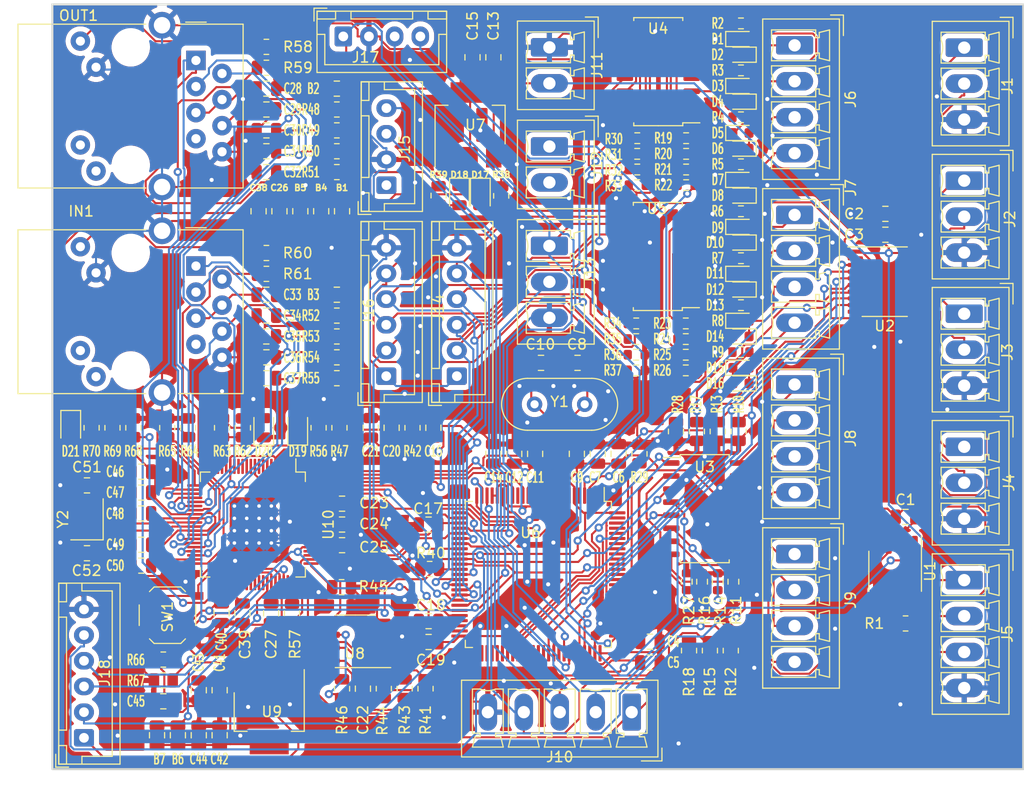
<source format=kicad_pcb>
(kicad_pcb (version 20221018) (generator pcbnew)
  (layers (0 "F.Cu" signal) (31 "B.Cu" signal) (34 "B.Paste" user) (35 "F.Paste" user) (36 "B.SilkS" user "B.Silkscreen") (37 "F.SilkS" user "F.Silkscreen") (38 "B.Mask" user) (39 "F.Mask" user) (44 "Edge.Cuts" user))
  (net 0 "")
  (net 1 "+1V2")
  (net 2 "+3.3V")
  (net 3 "+3.3VA")
  (net 4 "DAC1")
  (net 5 "Net-(D1-K)")
  (net 6 "GND")
  (net 7 "XSCI")
  (net 8 "SPI_SCK")
  (net 9 "SPI_CS")
  (net 10 "SPI_MISO")
  (net 11 "SPI_MOSI")
  (net 12 "I2C_SDA")
  (net 13 "I2C_SCL")
  (net 14 "+5V")
  (net 15 "Net-(IN1-Pad9)")
  (net 16 "Net-(OUT1-Pad9)")
  (net 17 "P0_TXOP")
  (net 18 "SWCLK")
  (net 19 "SWDIO")
  (net 20 "RX")
  (net 21 "TX")
  (net 22 "/STM32F4/BOOT1")
  (net 23 "Net-(D17-A)")
  (net 24 "Net-(D1-A)")
  (net 25 "Net-(IN1-RCT)")
  (net 26 "Net-(OUT1-RCT)")
  (net 33 "Net-(D3-K)")
  (net 34 "Net-(D3-A)")
  (net 35 "SYNC0")
  (net 36 "SYNC1")
  (net 37 "P1_TXOP")
  (net 38 "STEP1_DIR")
  (net 39 "STEP1_STEP")
  (net 40 "STEP2_DIR")
  (net 41 "STEP2_STEP")
  (net 42 "IO1")
  (net 43 "IO2")
  (net 44 "IO3")
  (net 45 "IO4")
  (net 46 "IO5")
  (net 47 "IO6")
  (net 48 "IO7")
  (net 49 "IO8")
  (net 50 "IO9")
  (net 51 "IO10")
  (net 52 "IO11")
  (net 53 "IO12")
  (net 54 "P0_TXON")
  (net 55 "P1_TXON")
  (net 56 "P0_RXIP")
  (net 57 "P1_RXIP")
  (net 58 "P0_RXIN")
  (net 59 "P1_RXIN")
  (net 60 "RESET_MCU")
  (net 61 "EEP_DONE")
  (net 62 "Net-(D5-K)")
  (net 63 "Net-(D5-A)")
  (net 64 "Net-(D7-K)")
  (net 65 "Net-(D7-A)")
  (net 66 "Net-(D15-K)")
  (net 67 "Net-(D15-A)")
  (net 68 "Net-(D18-A)")
  (net 69 "Net-(D19-A)")
  (net 70 "XSCO")
  (net 71 "Net-(D20-A)")
  (net 72 "RSTO")
  (net 73 "P0_ACT")
  (net 74 "P1_ACT")
  (net 75 "PDI_EMU")
  (net 76 "LED_RUN")
  (net 77 "LED_ERR")
  (net 78 "SINT")
  (net 79 "Net-(D21-K)")
  (net 80 "Net-(J5-Pin_2)")
  (net 81 "Net-(J5-Pin_3)")
  (net 82 "Net-(J9-Pin_1)")
  (net 83 "Net-(J9-Pin_2)")
  (net 84 "Net-(J9-Pin_3)")
  (net 85 "Net-(J9-Pin_4)")
  (net 86 "Net-(R6-Pad2)")
  (net 87 "Net-(R7-Pad2)")
  (net 88 "Net-(R8-Pad2)")
  (net 89 "Net-(R9-Pad2)")
  (net 90 "A1V2")
  (net 91 "SCS_FUNC")
  (net 92 "RST_MCU")
  (net 93 "Net-(D10-K)")
  (net 94 "Net-(D10-A)")
  (net 95 "Net-(D11-K)")
  (net 96 "Net-(D11-A)")
  (net 97 "Net-(D13-K)")
  (net 98 "Net-(D13-A)")
  (net 99 "ENC_A")
  (net 100 "ENC_B")
  (net 101 "ENC_Z")
  (net 102 "STEP1_DIR_OUT")
  (net 103 "STEP1_STEP_OUT")
  (net 104 "STEP2_DIR_OUT")
  (net 105 "STEP2_STEP_OUT")
  (net 106 "-24V_FIELD")
  (net 107 "+24V_FIELD")
  (net 108 "STEP3_DIR_OUT")
  (net 109 "STEP3_STEP_OUT")
  (net 110 "STEP4_DIR_OUT")
  (net 111 "STEP4_STEP_OUT")
  (net 112 "STEP3_STEP")
  (net 113 "STEP3_DIR")
  (net 114 "THCAD_CTR")
  (net 115 "STEP4_DIR")
  (net 116 "STEP4_STEP")
  (net 117 "Net-(U6-VCAP_2)")
  (net 118 "Net-(U6-PH0)")
  (net 119 "Net-(U6-PH1)")
  (net 120 "Net-(U6-VCAP_1)")
  (net 121 "Net-(J8-Pin_1)")
  (net 122 "Net-(J8-Pin_2)")
  (net 123 "Net-(J8-Pin_3)")
  (net 124 "Net-(J8-Pin_4)")
  (net 125 "Net-(R5-Pad2)")
  (net 126 "Net-(R2-Pad2)")
  (net 127 "Net-(R16-Pad1)")
  (net 128 "Net-(R19-Pad1)")
  (net 129 "Net-(R20-Pad1)")
  (net 130 "Net-(R21-Pad1)")
  (net 131 "Net-(R22-Pad1)")
  (net 132 "Net-(R23-Pad1)")
  (net 133 "Net-(R24-Pad1)")
  (net 134 "Net-(R25-Pad1)")
  (net 135 "Net-(R3-Pad2)")
  (net 136 "Net-(R27-Pad1)")
  (net 137 "Net-(U6-BOOT0)")
  (net 138 "Net-(U10-I2C_SCL)")
  (net 139 "Net-(U8-WP)")
  (net 140 "Net-(U10-TEST)")
  (net 141 "Net-(U10-SPI_MISO)")
  (net 142 "Net-(U10-P1_SD)")
  (net 143 "Net-(U10-RESET_BG)")
  (net 144 "Net-(U10-P0_SD)")
  (net 219 "Net-(R4-Pad2)")
  (net 220 "Net-(R11-Pad1)")
  (net 221 "Net-(R14-Pad1)")
  (net 222 "Net-(R26-Pad1)")
  (footprint "Connector_Phoenix_MC:PhoenixContact_MCV_1,5_3-G-3.5_1x03_P3.50mm_Vertical" (layer "F.Cu") (at 174.8715 54.1755 -90)
    (fp_text reference "J1")
    (fp_text value "Step1")
  )
  (footprint "Resistor_SMD:R_0603_1608Metric" (layer "F.Cu") (at 153.1365 74.676 180)
    (fp_text reference "R7")
    (fp_text value "4k7")
  )
  (footprint "HakansLibrary:LQFP-80-1EP_10x10mm_P0.4mm_EP5.3x4.5mm_ThermalVias" (layer "F.Cu") (at 105.618 100.605 -90)
    (fp_text reference "U10")
    (fp_text value "AX58100")
  )
  (footprint "Capacitor_SMD:C_0805_2012Metric" (layer "F.Cu") (at 114.3 70.104 -90)
    (fp_text reference "B1")
    (fp_text value "BLM18EG221SN1D")
  )
  (footprint "Resistor_SMD:R_0805_2012Metric" (layer "F.Cu") (at 146.812 91.5435 90)
    (fp_text reference "R28")
    (fp_text value "4k7")
  )
  (footprint "Resistor_SMD:R_0603_1608Metric" (layer "F.Cu") (at 153.1365 65.532 180)
    (fp_text reference "R5")
    (fp_text value "4k7")
  )
  (footprint "Package_QFP:LQFP-100_14x14mm_P0.5mm" (layer "F.Cu") (at 133.414 105.465 -90)
    (fp_text reference "U6")
    (fp_text value "STM32F407VGT6")
  )
  (footprint "Package_SO:SOIC-8_3.9x4.9mm_P1.27mm" (layer "F.Cu") (at 115.59 111.974 180)
    (fp_text reference "U8")
    (fp_text value "24LC32A")
  )
  (footprint "Resistor_SMD:R_0603_1608Metric" (layer "F.Cu") (at 153.1365 79.248 180)
    (fp_text reference "R8")
    (fp_text value "4k7")
  )
  (footprint "Resistor_SMD:R_0805_2012Metric" (layer "F.Cu") (at 121.158 91.186 -90)
    (fp_text reference "R42")
    (fp_text value "22")
  )
  (footprint "Capacitor_SMD:C_0805_2012Metric" (layer "F.Cu") (at 106.9238 82.296)
    (fp_text reference "C35")
    (fp_text value "10pF")
  )
  (footprint "Connector_JST:JST_XH_B6B-XH-A_1x06_P2.50mm_Vertical" (layer "F.Cu") (at 89.174 121.372 90)
    (fp_text reference "J18")
    (fp_text value "Out_opt")
  )
  (footprint "Connector_JST:JST_XH_B6B-XH-A_1x06_P2.50mm_Vertical" (layer "F.Cu") (at 125.476 86.16 90)
    (fp_text reference "J14")
    (fp_text value "In_opt1")
  )
  (footprint "Resistor_SMD:R_0805_2012Metric" (layer "F.Cu") (at 148.082 112.8795 -90)
    (fp_text reference "R18")
    (fp_text value "1k")
  )
  (footprint "Resistor_SMD:R_0603_1608Metric" (layer "F.Cu") (at 153.1365 83.82 180)
    (fp_text reference "R9")
    (fp_text value "4k7")
  )
  (footprint "Resistor_SMD:R_0805_2012Metric" (layer "F.Cu") (at 122.8295 104.931)
    (fp_text reference "R40")
    (fp_text value "22")
  )
  (footprint "Capacitor_SMD:C_0805_2012Metric" (layer "F.Cu") (at 139.192 93.726 90)
    (fp_text reference "C7")
    (fp_text value "0.1uF")
  )
  (footprint "Crystal:Crystal_HC49-U_Vertical" (layer "F.Cu") (at 133.042 88.9)
    (fp_text reference "Y1")
    (fp_text value "8 MHz")
  )
  (footprint "Resistor_SMD:R_0805_2012Metric" (layer "F.Cu") (at 122.428 116.586 -90)
    (fp_text reference "R41")
    (fp_text value "4k7")
  )
  (footprint "LED_SMD:LED_0805_2012Metric" (layer "F.Cu") (at 87.884 91.186 -90)
    (fp_text reference "D21")
    (fp_text value "Green led")
  )
  (footprint "Capacitor_SMD:C_0805_2012Metric" (layer "F.Cu") (at 106.934 84.328)
    (fp_text reference "C36")
    (fp_text value "10pF")
  )
  (footprint "Capacitor_SMD:C_0805_2012Metric" (layer "F.Cu") (at 144.272 112.014)
    (fp_text reference "C4")
    (fp_text value "0.1uF")
  )
  (footprint "Resistor_SMD:R_0805_2012Metric" (layer "F.Cu") (at 106.934 56.134)
    (fp_text reference "R59")
    (fp_text value "510")
  )
  (footprint "Connector_Phoenix_MC:PhoenixContact_MCV_1,5_3-G-3.5_1x03_P3.50mm_Vertical" (layer "F.Cu") (at 134.4855 73.4795 -90)
    (fp_text reference "J13")
    (fp_text value "DAC")
  )
  (footprint "Resistor_SMD:R_0805_2012Metric" (layer "F.Cu") (at 99.314 91.186 90)
    (fp_text reference "R64")
    (fp_text value "4k7")
  )
  (footprint "Capacitor_SMD:C_0805_2012Metric" (layer "F.Cu") (at 141.224 93.726 90)
    (fp_text reference "C6")
    (fp_text value "0.1uF")
  )
  (footprint "LED_SMD:LED_0603_1608Metric" (layer "F.Cu") (at 153.1365 86.868 180)
    (fp_text reference "D16")
    (fp_text value "Red led")
  )
  (footprint "Resistor_SMD:R_0603_1608Metric" (layer "F.Cu") (at 147.797 67.564)
    (fp_text reference "R22")
    (fp_text value "1k")
  )
  (footprint "Capacitor_SMD:C_0805_2012Metric" (layer "F.Cu") (at 106.934 62.23)
    (fp_text reference "C30")
    (fp_text value "10pF")
  )
  (footprint "Capacitor_SMD:C_0805_2012Metric" (layer "F.Cu") (at 129.032 55.118 90)
    (fp_text reference "C13")
    (fp_text value "10uF")
  )
  (footprint "LED_SMD:LED_0603_1608Metric" (layer "F.Cu") (at 153.1365 85.344)
    (fp_text reference "D15")
    (fp_text value "Yellow led")
  )
  (footprint "Resistor_SMD:R_0603_1608Metric" (layer "F.Cu") (at 147.797 66.04)
    (fp_text reference "R21")
    (fp_text value "1k")
  )
  (footprint "Resistor_SMD:R_0805_2012Metric" (layer "F.Cu") (at 91.948 91.186 -90)
    (fp_text reference "R69")
    (fp_text value "510")
  )
  (footprint "Capacitor_SMD:C_0805_2012Metric" (layer "F.Cu") (at 122.726 112.043 180)
    (fp_text reference "C19")
    (fp_text value "0.1uF")
  )
  (footprint "LED_SMD:LED_0603_1608Metric" (layer "F.Cu") (at 153.1365 80.772)
    (fp_text reference "D13")
    (fp_text value "Yellow led")
  )
  (footprint "Resistor_SMD:R_0603_1608Metric" (layer "F.Cu") (at 142.939 81.026)
    (fp_text reference "R34")
    (fp_text value "39k")
  )
  (footprint "Capacitor_SMD:C_0805_2012Metric" (layer "F.Cu") (at 122.726 100.613 180)
    (fp_text reference "C17")
    (fp_text value "0.1uF")
  )
  (footprint "Resistor_SMD:R_0603_1608Metric" (layer "F.Cu") (at 153.1365 60.96 180)
    (fp_text reference "R4")
    (fp_text value "4k7")
  )
  (footprint "Capacitor_SMD:C_0805_2012Metric" (layer "F.Cu") (at 106.934 64.262)
    (fp_text reference "C31")
    (fp_text value "10pF")
  )
  (footprint "LED_SMD:LED_0603_1608Metric" (layer "F.Cu") (at 153.1365 73.152 180)
    (fp_text reference "D10")
    (fp_text value "Red led")
  )
  (footprint "Capacitor_SMD:C_0805_2012Metric" (layer "F.Cu") (at 107.396 109.241 -90)
    (fp_text reference "C27")
    (fp_text value "0.1uF")
  )
  (footprint "Capacitor_SMD:C_0805_2012Metric" (layer "F.Cu") (at 122.726 110.011)
    (fp_text reference "C18")
    (fp_text value "2.2uF")
  )
  (footprint "LED_SMD:LED_0805_2012Metric" (layer "F.Cu") (at 127.762 68.58 -90)
    (fp_text reference "D17")
    (fp_text value "Blue led")
  )
  (footprint "LED_SMD:LED_0603_1608Metric" (layer "F.Cu") (at 153.125 67.056)
    (fp_text reference "D7")
    (fp_text value "Yellow led")
  )
  (footprint "LED_SMD:LED_0603_1608Metric" (layer "F.Cu") (at 153.1365 62.484)
    (fp_text reference "D5")
    (fp_text value "Yellow led")
  )
  (footprint "Resistor_SMD:R_0805_2012Metric" (layer "F.Cu") (at 106.934 74.168)
    (fp_text reference "R60")
    (fp_text value "510")
  )
  (footprint "Capacitor_SMD:C_0805_2012Metric" (layer "F.Cu") (at 131.064 93.726 90)
    (fp_text reference "C12")
    (fp_text value "0.1uF")
  )
  (footprint "LED_SMD:LED_0603_1608Metric" (layer "F.Cu") (at 153.1365 82.296 180)
    (fp_text reference "D14")
    (fp_text value "Red led")
  )
  (footprint "Resistor_SMD:R_0805_2012Metric" (layer "F.Cu") (at 113.792 62.23)
    (fp_text reference "R49")
    (fp_text value "49.9")
  )
  (footprint "Resistor_SMD:R_0805_2012Metric" (layer "F.Cu") (at 114.254 106.701 180)
    (fp_text reference "R45")
    (fp_text value "4k7")
  )
  (footprint "Resistor_SMD:R_0603_1608Metric" (layer "F.Cu") (at 147.797 64.516)
    (fp_text reference "R20")
    (fp_text value "1k")
  )
  (footprint "Capacitor_SMD:C_0805_2012Metric" (layer "F.Cu") (at 106.9238 78.232 180)
    (fp_text reference "C33")
    (fp_text value "0.1uF")
  )
  (footprint "Resistor_SMD:R_0603_1608Metric" (layer "F.Cu") (at 153.1365 51.816 180)
    (fp_text reference "R2")
    (fp_text value "4k7")
  )
  (footprint "Capacitor_SMD:C_0805_2012Metric" (layer "F.Cu") (at 89.466 96.795)
    (fp_text reference "C51")
    (fp_text value "18pF")
  )
  (footprint "Crystal:Crystal_SMD_SeikoEpson_TSX3225-4Pin_3.2x2.5mm" (layer "F.Cu") (at 89.466 100.097 90)
    (fp_text reference "Y2")
    (fp_text value "NXK25.000AE12F-KAB6-12")
  )
  (footprint "Resistor_SMD:R_0805_2012Metric" (layer "F.Cu") (at 96.8975 115.784)
    (fp_text reference "R67")
    (fp_text value "4k7")
  )
  (footprint "Resistor_SMD:R_0603_1608Metric" (layer "F.Cu") (at 153.1365 56.388 180)
    (fp_text reference "R3")
    (fp_text value "4k7")
  )
  (footprint "Resistor_SMD:R_0805_2012Metric" (layer "F.Cu") (at 112.014 91.186 90)
    (fp_text reference "R56")
    (fp_text value "510")
  )
  (footprint "Connector_Phoenix_MC:PhoenixContact_MCV_1,5_3-G-3.5_1x03_P3.50mm_Vertical" (layer "F.Cu") (at 174.8715 80.0835 -90)
    (fp_text reference "J3")
    (fp_text value "Step3")
  )
  (footprint "Package_SO:SO-8_3.9x4.9mm_P1.27mm" (layer "F.Cu") (at 168.148 105.156 -90)
    (fp_text reference "U1")
    (fp_text value "MAX3485CSA/ESA")
  )
  (footprint "Resistor_SMD:R_0805_2012Metric" (layer "F.Cu") (at 129.794 68.605 90)
    (fp_text reference "R38")
    (fp_text value "1k")
  )
  (footprint "Connector_JST:JST_XH_B6B-XH-A_1x06_P2.50mm_Vertical" (layer "F.Cu") (at 118.601 86.16 90)
    (fp_text reference "J16")
    (fp_text value "In_opt2")
  )
  (footprint "Capacitor_SMD:C_0805_2012Metric" (layer "F.Cu") (at 144.272 114.046 180)
    (fp_text reference "C5")
    (fp_text value "2.2uF")
  )
  (footprint "Connector_Phoenix_MC:PhoenixContact_MCV_1,5_4-G-3.5_1x04_P3.50mm_Vertical" (layer "F.Cu") (at 158.3615 103.4795 -90)
    (fp_text reference "J9")
    (fp_text value "Output3-4")
  )
  (footprint "Capacitor_SMD:C_0805_2012Metric" (layer "F.Cu") (at 117.094 91.186 90)
    (fp_text reference "C21")
    (fp_text value "0.1uF")
  )
  (footprint "Capacitor_SMD:C_0805_2012Metric" (layer "F.Cu") (at 106.934 86.36)
    (fp_text reference "C37")
    (fp_text value "10pF")
  )
  (footprint "Capacitor_SMD:C_0805_2012Metric" (layer "F.Cu") (at 123.19 91.186 90)
    (fp_text reference "C16")
    (fp_text value "0.1uF")
  )
  (footprint "Resistor_SMD:R_0805_2012Metric" (layer "F.Cu") (at 93.98 91.186 90)
    (fp_text reference "R68")
    (fp_text value "4k7")
  )
  (footprint "Connector_Phoenix_MC:PhoenixContact_MCV_1,5_2-G-3.5_1x02_P3.50mm_Vertical" (layer "F.Cu") (at 134.4855 54.1475 -90)
    (fp_text reference "J11")
    (fp_text value "5V Power IN")
  )
  (footprint "Capacitor_SMD:C_0805_2012Metric" (layer "F.Cu") (at 133.096 93.726 90)
    (fp_text reference "C11")
    (fp_text value "0.1uF")
  )
  (footprint "LED_SMD:LED_0603_1608Metric" (layer "F.Cu") (at 153.1365 59.436 180)
    (fp_text reference "D4")
    (fp_text value "Red led")
  )
  (footprint "HakansLibrary:PulseJack JB0011D01BNL" (layer "F.Cu") (at 100.076 75.438 90)
    (fp_text reference "IN1")
    (fp_text value "J0011D01BNL")
  )
  (footprint "Connector_JST:JST_XH_B4B-XH-A_1x04_P2.50mm_Vertical" (layer "F.Cu") (at 114.42 53.086)
    (fp_text reference "J17")
    (fp_text value "STLINK")
  )
  (footprint "Capacitor_SMD:C_0805_2012Metric" (layer "F.Cu") (at 104.602 109.241 -90)
    (fp_text reference "C39")
    (fp_text value "0.1uF")
  )
  (footprint "Capacitor_SMD:C_0805_2012Metric" (layer "F.Cu") (at 133.67 84.865 180)
    (fp_text reference "C10")
    (fp_text value "22pF")
  )
  (footprint "Capacitor_SMD:C_0805_2012Metric" (layer "F.Cu") (at 98.318 121.118 90)
    (fp_text reference "B6")
    (fp_text value "BLM18EG221SN1D")
  )
  (footprint "Capacitor_SMD:C_0805_2012Metric" (layer "F.Cu") (at 113.792 58.166 180)
    (fp_text reference "B2")
    (fp_text value "BLM18EG221S")
  )
  (footprint "Resistor_SMD:R_0805_2012Metric" (layer "F.Cu") (at 118.364 116.586 -90)
    (fp_text reference "R44")
    (fp_text value "4k7")
  )
  (footprint "Capacitor_SMD:C_0805_2012Metric" (layer "F.Cu") (at 137.226 84.865)
    (fp_text reference "C8")
    (fp_text value "22pF")
  )
  (footprint "Resistor_SMD:R_0805_2012Metric" (layer "F.Cu") (at 109.428 109.241 -90)
    (fp_text reference "R57")
    (fp_text value "22")
  )
  (footprint "Capacitor_SMD:C_0805_2012Metric" (layer "F.Cu") (at 94.762 95.464 180)
    (fp_text reference "C46")
    (fp_text value "0.1uF")
  )
  (footprint "Resistor_SMD:R_0603_1608Metric" (layer "F.Cu") (at 142.939 85.598)
    (fp_text reference "R37")
    (fp_text value "39k")
  )
  (footprint "LED_SMD:LED_0603_1608Metric" (layer "F.Cu") (at 153.1365 57.912)
    (fp_text reference "D3")
    (fp_text value "Yellow led")
  )
  (footprint "Connector_Phoenix_MC:PhoenixContact_MCV_1,5_2-G-3.5_1x02_P3.50mm_Vertical" (layer "F.Cu") (at 134.4855 63.7995 -90)
    (fp_text reference "J12")
    (fp_text value "24V Field")
  )
  (footprint "Capacitor_SMD:C_0805_2012Metric" (layer "F.Cu") (at 113.792 78.232 180)
    (fp_text reference "B3")
    (fp_text value "BLM18EG221S")
  )
  (footprint "Connector_Phoenix_MC:PhoenixContact_MCV_1,5_4-G-3.5_1x04_P3.50mm_Vertical" (layer "F.Cu") (at 158.3615 53.9495 -90)
    (fp_text reference "J6")
    (fp_text value "In1-4")
  )
  (footprint "Resistor_SMD:R_0805_2012Metric" (layer "F.Cu") (at 113.792 66.294)
    (fp_text reference "R51")
    (fp_text value "49.9")
  )
  (footprint "Capacitor_SMD:C_0805_2012Metric" (layer "F.Cu") (at 94.762 102.576 180)
    (fp_text reference "C49")
    (fp_text value "0.1uF")
  )
  (footprint "Connector_Phoenix_MC:PhoenixContact_MCV_1,5_5-G-3.5_1x05_P3.50mm_Vertical" (layer "F.Cu") (at 142.494 118.872 180)
    (fp_text reference "J10")
    (fp_text value "Encoder")
  )
  (footprint "Resistor_SMD:R_0805_2012Metric" (layer "F.Cu") (at 106.934 54.102)
    (fp_text reference "R58")
    (fp_text value "510")
  )
  (footprint "Capacitor_SMD:C_0805_2012Metric" (layer "F.Cu") (at 100.35 116.734 -90)
    (fp_text reference "C43")
    (fp_text value "0.1uF")
  )
  (footprint "Resistor_SMD:R_0805_2012Metric" (layer "F.Cu") (at 113.792 84.328)
    (fp_text reference "R54")
    (fp_text value "49.9")
  )
  (footprint "Capacitor_SMD:C_0805_2012Metric" (layer "F.Cu") (at 114.3 100.605)
    (fp_text reference "C24")
    (fp_text value "0.1uF")
  )
  (footprint "Capacitor_SMD:C_0805_2012Metric" (layer "F.Cu") (at 129.032 93.726 90)
    (fp_text reference "C14")
    (fp_text value "0.1uF")
  )
  (footprint "Capacitor_SMD:C_0805_2012Metric" (layer "F.Cu") (at 89.466 103.399 180)
    (fp_text reference "C52")
    (fp_text value "18pF")
  )
  (footprint "Package_TO_SOT_SMD:SOT-223-3_TabPin2" (layer "F.Cu") (at 126.766 61.6945 90)
    (fp_text reference "U7")
    (fp_text value "AMS1117-3.3")
  )
  (footprint "Capacitor_SMD:C_0805_2012Metric" (layer "F.Cu") (at 112.268 70.104 -90)
    (fp_text reference "B4")
    (fp_text value "BLM18EG221SN1D")
  )
  (footprint "Resistor_SMD:R_0805_2012Metric" (layer "F.Cu") (at 102.616 91.186 -90)
    (fp_text reference "R63")
    (fp_text value "4k7")
  )
  (footprint "Capacitor_SMD:C_0805_2012Metric" (layer "F.Cu") (at 106.934 58.166 180)
    (fp_text reference "C28")
    (fp_text value "0.1uF")
  )
  (footprint "Capacitor_SMD:C_0805_2012Metric" (layer "F.Cu") (at 114.3 102.616)
    (fp_text reference "C25")
    (fp_text value "0.1uF")
  )
  (footprint "Resistor_SMD:R_0603_1608Metric" (layer "F.Cu") (at 142.939 82.55)
    (fp_text reference "R35")
    (fp_text value "39k")
  )
  (footprint "Capacitor_SMD:C_0805_2012Metric" (layer "F.Cu") (at 169.158 99.867)
    (fp_text reference "C1")
    (fp_text value "0.1uF")
  )
  (footprint "Connector_Phoenix_MC:PhoenixContact_MCV_1,5_3-G-3.5_1x03_P3.50mm_Vertical" (layer "F.Cu") (at 174.8715 67.1295 -90)
    (fp_text reference "J2")
    (fp_text value "Step2")
  )
  (footprint "Connector_JST:JST_XH_B4B-XH-A_1x04_P2.50mm_Vertical" (layer "F.Cu") (at 118.618 67.564 90)
    (fp_text reference "J15")
    (fp_text value "Serial usart1")
  )
  (footprint "Resistor_SMD:R_0805_2012Metric" (layer "F.Cu") (at 152.146 112.8795 -90)
    (fp_text reference "R12")
    (fp_text value "1k")
  )
  (footprint "Button_Switch_SMD:SW_Push_1P1T_XKB_TS-1187A" (layer "F.Cu") (at 97.302 109.434 180)
    (fp_text reference "SW1")
    (fp_text value "SW PB")
  )
  (footprint "Package_SO:SOIC-16_4.55x10.3mm_P1.27mm" (layer "F.Cu") (at 149.606 99.06)
    (fp_text reference "U3")
    (fp_text value "TLP292-4")
  )
  (footprint "Resistor_SMD:R_0805_2012Metric" (layer "F.Cu") (at 104.648 91.186 90)
    (fp_text reference "R62")
    (fp_text value "510")
  )
  (footprint "Resistor_SMD:R_0603_1608Metric" (layer "F.Cu") (at 147.765 82.55)
    (fp_text reference "R24")
    (fp_text value "1k")
  )
  (footprint "Resistor_SMD:R_0603_1608Metric" (layer "F.Cu") (at 147.797 62.992)
    (fp_text reference "R19")
    (fp_text value "1k")
  )
  (footprint "Capacitor_SMD:C_0805_2012Metric" (layer "F.Cu") (at 96.8975 117.816 180)
    (fp_text reference "C45")
    (fp_text value "1uF")
  )
  (footprint "Resistor_SMD:R_0603_1608Metric" (layer "F.Cu") (at 147.765 81.026)
    (fp_text reference "R23")
    (fp_text value "1k")
  )
  (footprint "Capacitor_SMD:C_0805_2012Metric" (layer "F.Cu") (at 167.198 72.39)
    (fp_text reference "C3")
    (fp_text value "0.1uF")
  )
  (footprint "Capacitor_SMD:C_0805_2012Metric" (layer "F.Cu") (at 106.934 80.264)
    (fp_text reference "C34")
    (fp_text value "10pF")
  )
  (footprint "LED_SMD:LED_0805_2012Metric" (layer "F.Cu") (at 106.68 91.186 90)
    (fp_text reference "D20")
    (fp_text value "Red led")
  )
  (footprint "Capacitor_SMD:C_0805_2012Metric" (layer "F.Cu") (at 127 55.118 90)
    (fp_text reference "C15")
    (fp_text value "0.1uF")
  )
  (footprint "Connector_Phoenix_MC:PhoenixContact_MCV_1,5_3-G-3.5_1x03_P3.50mm_Vertical" (layer "F.Cu") (at 174.8715 93.0375 -90)
    (fp_text reference "J4")
    (fp_text value "Step4")
  )
  (footprint "Connector_Phoenix_MC:PhoenixContact_MCV_1,5_4-G-3.5_1x04_P3.50mm_Vertical" (layer "F.Cu") (at 158.3615 86.9695 -90)
    (fp_text reference "J8")
    (fp_text value "Output1-2")
  )
  (footprint "Resistor_SMD:R_0603_1608Metric" (layer "F.Cu") (at 143.034 64.516)
    (fp_text reference "R31")
    (fp_text value "39k")
  )
  (footprint "Resistor_SMD:R_0603_1608Metric" (layer "F.Cu") (at 150.876 106.172 90)
    (fp_text reference "R14")
    (fp_text value "330")
  )
  (footprint "Resistor_SMD:R_0603_1608Metric" (layer "F.Cu") (at 147.765 84.074)
    (fp_text reference "R25")
    (fp_text value "1k")
  )
  (footprint "Resistor_SMD:R_0805_2012Metric" (layer "F.Cu") (at 120.396 116.586 -90)
    (fp_text reference "R43")
    (fp_text value "4k7")
  )
  (footprint "Resistor_SMD:R_0603_1608Metric" (layer "F.Cu") (at 147.765 85.598)
    (fp_text reference "R26")
    (fp_text value "1k")
  )
  (footprint "LED_SMD:LED_0603_1608Metric" (layer "F.Cu") (at 153.1365 53.34)
    (fp_text reference "D1")
    (fp_text value "Yellow led")
  )
  (footprint "Capacitor_SMD:C_0805_2012Metric" (layer "F.Cu") (at 108.204 70.104 -90)
    (fp_text reference "C26")
    (fp_text value "0.1uF")
  )
  (footprint "Capacitor_SMD:C_0805_2012Metric" (layer "F.Cu") (at 94.762 104.608 180)
    (fp_text reference "C50")
    (fp_text value "0.1uF")
  )
  (footprint "LED_SMD:LED_0603_1608Metric" (layer "F.Cu") (at 153.1365 68.58 180)
    (fp_text reference "D8")
    (fp_text value "Red led")
  )
  (footprint "Capacitor_SMD:C_0805_2012Metric" (layer "F.Cu") (at 114.3 98.573)
    (fp_text reference "C23")
    (fp_text value "0.1uF")
  )
  (footprint "Capacitor_SMD:C_0805_2012Metric" (layer "F.Cu") (at 106.934 60.198 180)
    (fp_text reference "C29")
    (fp_text value "10pF")
  )
  (footprint "LED_SMD:LED_0805_2012Metric" (layer "F.Cu") (at 109.982 91.186 90)
    (fp_text reference "D19")
    (fp_text value "Green led")
  )
  (footprint "Capacitor_SMD:C_0805_2012Metric" (layer "F.Cu") (at 102.382 121.118 90)
    (fp_text reference "C42")
    (fp_text value "10uF")
  )
  (footprint "LED_SMD:LED_0603_1608Metric" (layer "F.Cu") (at 153.1365 64.008 180)
    (fp_text reference "D6")
    (fp_text value "Red led")
  )
  (footprint "Package_SO:SOIC-16_4.55x10.3mm_P1.27mm" (layer "F.Cu") (at 145.086 56.515 180)
    (fp_text reference "U4")
    (fp_text value "TLP292-4")
  )
  (footprint "LED_SMD:LED_0603_1608Metric" (layer "F.Cu") (at 153.1365 76.2)
    (fp_text reference "D11")
    (fp_text value "Yellow led")
  )
  (footprint "Connector_Phoenix_MC:PhoenixContact_MCV_1,5_4-G-3.5_1x04_P3.50mm_Vertical" (layer "F.Cu") (at 174.8715 106.0195 -90)
    (fp_text reference "J5")
    (fp_text value "THCAD")
  )
  (footprint "Resistor_SMD:R_0805_2012Metric" (layer "F.Cu") (at 143.256 93.726 -90)
    (fp_text reference "R29")
    (fp_text value "22")
  )
  (footprint "Resistor_SMD:R_0805_2012Metric" (layer "F.Cu") (at 89.916 91.186 -90)
    (fp_text reference "R70")
    (fp_text value "4k7")
  )
  (footprint "Capacitor_SMD:C_0805_2012Metric" (layer "F.Cu") (at 100.35 121.118 90)
    (fp_text reference "C44")
    (fp_text value "0.1uF")
  )
  (footprint "LED_SMD:LED_0805_2012Metric" (layer "F.Cu") (at 125.73 68.58 -90)
    (fp_text reference "D18")
    (fp_text value "Blue led")
  )
  (footprint "Resistor_SMD:R_0603_1608Metric" (layer "F.Cu") (at 153.1365 70.104 180)
    (fp_text reference "R6")
    (fp_text value "4k7")
  )
  (footprint "Package_TO_SOT_SMD:SOT-223-3_TabPin2" (layer "F.Cu") (at 107.208 118.832 -90)
    (fp_text reference "U9")
    (fp_text value "AMS1117-1.2")
  )
  (footprint "Capacitor_SMD:C_0805_2012Metric" (layer "F.Cu") (at 116.332 116.586 90)
    (fp_text reference "C22")
    (fp_text value "0.1uF")
  )
  (footprint "Package_SO:SOIC-16_4.55x10.3mm_P1.27mm" (layer "F.Cu") (at 145.043 74.509 180)
    (fp_text reference "U5")
    (fp_text value "TLP292-4")
  )
  (footprint "Resistor_SMD:R_0805_2012Metric" (layer "F.Cu") (at 113.792 64.262)
    (fp_text reference "R50")
    (fp_text value "49.9")
  )
  (footprint "Resistor_SMD:R_0805_2012Metric" (layer "F.Cu") (at 113.792 86.36)
    (fp_text reference "R55")
    (fp_text value "49.9")
  )
  (footprint "Capacitor_SMD:C_0805_2012Metric" (layer "F.Cu") (at 167.198 70.358)
    (fp_text reference "C2")
    (fp_text value "0.1uF")
  )
  (footprint "Resistor_SMD:R_0603_1608Metric" (layer "F.Cu") (at 143.043 62.992)
    (fp_text reference "R30")
    (fp_text value "39k")
  )
  (footprint "Resistor_SMD:R_0805_2012Metric" (layer "F.Cu") (at 113.792 80.264)
    (fp_text reference "R52")
    (fp_text value "49.9")
  )
  (footprint "LED_SMD:LED_0603_1608Metric" (layer "F.Cu") (at 153.1365 77.724 180)
    (fp_text reference "D12")
    (fp_text value "Red led")
  )
  (footprint "Capacitor_SMD:C_0805_2012Metric" (layer "F.Cu") (at 137.16 93.726 90)
    (fp_text reference "C9")
    (fp_text value "0.1uF")
  )
  (footprint "Resistor_SMD:R_0805_2012Metric" (layer "F.Cu") (at 114.046 91.186 90)
    (fp_text reference "R47")
    (fp_text value "4k7")
  )
  (footprint "Resistor_SMD:R_0805_2012Metric" (layer "F.Cu") (at 114.3 116.586 90)
    (fp_text reference "R46")
    (fp_text value "22")
  )
  (footprint "Resistor_SMD:R_0805_2012Metric" (layer "F.Cu") (at 106.934 76.2)
    (fp_text reference "R61")
    (fp_text value "510")
  )
  (footprint "Resistor_SMD:R_0603_1608Metric" (layer "F.Cu") (at 142.939 84.074)
    (fp_text reference "R36")
    (fp_text value "39k")
  )
  (footprint "Resistor_SMD:R_0805_2012Metric" (layer "F.Cu") (at 169.164 110.236)
    (fp_text reference "R1")
    (fp_text value "120")
  )
  (footprint "Capacitor_SMD:C_0805_2012Metric" (layer "F.Cu") (at 94.762 99.528 180)
    (fp_text reference "C48")
    (fp_text value "0.1uF")
  )
  (footprint "HakansLibrary:PulseJack JB0011D01BNL" (layer "F.Cu") (at 100.076 55.4228 90)
    (fp_text reference "OUT1")
    (fp_text value "J0011D01BNL")
  )
  (footprint "Capacitor_SMD:C_0805_2012Metric" (layer "F.Cu") (at 106.934 66.294)
    (fp_text reference "C32")
    (fp_text value "10pF")
  )
  (footprint "Capacitor_SMD:C_0805_2012Metric" (layer "F.Cu") (at 106.172 70.104 -90)
    (fp_text reference "C38")
    (fp_text value "10uF")
  )
  (footprint "Resistor_SMD:R_0805_2012Metric" (layer "F.Cu") (at 96.8975 113.752)
    (fp_text reference "R66")
    (fp_text value "4k7")
  )
  (footprint "LED_SMD:LED_0603_1608Metric" (layer "F.Cu") (at 153.1365 71.628)
    (fp_text reference "D9")
    (fp_text value "Yellow led")
  )
  (footprint "Capacitor_SMD:C_0805_2012Metric" (layer "F.Cu") (at 96.286 121.118 90)
    (fp_text reference "B7")
    (fp_text value "BLM18EG221SN1D")
  )
  (footprint "Resistor_SMD:R_0603_1608Metric" (layer "F.Cu") (at 143.043 66.04)
    (fp_text reference "R32")
    (fp_text value "39k")
  )
  (footprint "Resistor_SMD:R_0805_2012Metric" (layer "F.Cu") (at 97.282 91.186 90)
    (fp_text reference "R65")
    (fp_text value "12k 1%")
  )
  (footprint "Capacitor_SMD:C_0805_2012Metric" (layer "F.Cu") (at 110.236 70.104 -90)
    (fp_text reference "B5")
    (fp_text value "BLM18EG221SN1D")
  )
  (footprint "Capacitor_SMD:C_0805_2012Metric" (layer "F.Cu") (at 119.126 91.186 90)
    (fp_text reference "C20")
    (fp_text value "0.1uF")
  )
  (footprint "Resistor_SMD:R_0805_2012Metric" (layer "F.Cu") (at 150.876 91.5435 90)
    (fp_text reference "R13")
    (fp_text value "4k7")
  )
  (footprint "Resistor_SMD:R_0805_2012Metric" (layer "F.Cu") (at 150.114 112.8795 -90)
    (fp_text reference "R15")
    (fp_text value "1k")
  )
  (footprint "Capacitor_SMD:C_0805_2012Metric" (layer "F.Cu") (at 102.382 116.734 -90)
    (fp_text reference "C41")
    (fp_text value "10uF")
  )
  (footprint "Resistor_SMD:R_0805_2012Metric" (layer "F.Cu") (at 123.698 68.58 90)
    (fp_text reference "R39")
    (fp_text value "1k")
  )
  (footprint "Capacitor_SMD:C_0805_2012Metric" (layer "F.Cu") (at 94.762 97.496 180)
    (fp_text reference "C47")
    (fp_text value "0.1uF")
  )
  (footprint "Resistor_SMD:R_0805_2012Metric" (layer "F.Cu") (at 113.792 82.296)
    (fp_text reference "R53")
    (fp_text value "49.9")
  )
  (footprint "Resistor_SMD:R_0603_1608Metric" (layer "F.Cu") (at 152.4 106.172 90)
    (fp_text reference "R11")
    (fp_text value "330")
  )
  (footprint "Capacitor_SMD:C_0805_2012Metric" (layer "F.Cu") (at 102.57 109.241 -90)
    (fp_text reference "C40")
    (fp_text value "0.1uF")
  )
  (footprint "LED_SMD:LED_0603_1608Metric" (layer "F.Cu") (at 153.1365 54.864 180)
    (fp_text reference "D2")
    (fp_text value "Red led")
  )
  (footprint "Package_SO:TSSOP-20_4.4x6.5mm_P0.65mm" (layer "F.Cu") (at 167.132 76.962)
    (fp_text reference "U2")
    (fp_text value "TXS0108EPW")
  )
  (footprint "Resistor_SMD:R_0603_1608Metric" (layer "F.Cu") (at 143.043 67.564)
    (fp_text reference "R33")
    (fp_text value "39k")
  )
  (footprint "Connector_Phoenix_MC:PhoenixContact_MCV_1,5_4-G-3.5_1x04_P3.50mm_Vertical" (layer "F.Cu") (at 158.3615 70.4595 -90)
    (fp_text reference "J7")
    (fp_text value "In5-8")
  )
  (footprint "Resistor_SMD:R_0805_2012Metric" (layer "F.Cu") (at 152.908 91.5435 90)
    (fp_text reference "R10")
    (fp_text value "4k7")
  )
  (footprint "Resistor_SMD:R_0805_2012Metric" (layer "F.Cu") (at 113.792 60.198)
    (fp_text reference "R48")
    (fp_text value "49.9")
  )
  (footprint "Resistor_SMD:R_0603_1608Metric" (layer "F.Cu") (at 147.858 106.172 90)
    (fp_text reference "R27")
    (fp_text value "330")
  )
  (footprint "Resistor_SMD:R_0805_2012Metric" (layer "F.Cu") (at 148.844 91.5435 90)
    (fp_text reference "R17")
    (fp_text value "4k7")
  )
  (footprint "Resistor_SMD:R_0603_1608Metric" (layer "F.Cu") (at 149.352 106.172 90)
    (fp_text reference "R16")
    (fp_text value "330")
  )
  (gr_rect (start 86.1006 49.9726) (end 180.614 124.42) (stroke (width 0.2)) (fill none) (layer "Edge.Cuts"))
  (segment (start 103.4164 117.2809) (end 102.8695 116.734) (width 0.2) (layer "F.Cu") (net 1))
  (segment (start 100.4972 109.8119) (end 100.7521 109.8119) (width 0.2) (layer "F.Cu") (net 1))
  (segment (start 107.6192 93.9376) (end 107.818 94.1364) (width 0.2) (layer "F.Cu") (net 1))
  (segment (start 106.2061 115.682) (end 106.2061 114.8053) (width 0.2) (layer "F.Cu") (net 1))
  (segment (start 108.664001 96.980001) (end 103.837101 96.980001) (width 0.2) (layer "F.Cu") (net 1))
  (segment (start 100.2282 114.0257) (end 100.2282 113.4858) (width 0.2) (layer "F.Cu") (net 1))
  (segment (start 111.2805 100.005) (end 110.499326 100.005) (width 0.2) (layer "F.Cu") (net 1))
  (segment (start 102.8695 116.734) (end 99.8138 116.734) (width 0.2) (layer "F.Cu") (net 1))
  (segment (start 107.396 108.291) (end 107.396 106.2895) (width 0.2) (layer "F.Cu") (net 1))
  (segment (start 103.4164 121.982) (end 107.208 121.982) (width 0.2) (layer "F.Cu") (net 1))
  (segment (start 101.1351 100.005) (end 101.2982 100.1681) (width 0.2) (layer "F.Cu") (net 1))
  (segment (start 100.35 122.068) (end 98.318 122.068) (width 0.2) (layer "F.Cu") (net 1))
  (segment (start 107.208 115.682) (end 106.2061 115.682) (width 0.2) (layer "F.Cu") (net 1))
  (segment (start 96.189 100.005) (end 95.712 99.528) (width 0.2) (layer "F.Cu") (net 1))
  (segment (start 99.9555 100.005) (end 101.1351 100.005) (width 0.2) (layer "F.Cu") (net 1))
  (segment (start 104.602 108.291) (end 103.818 107.507) (width 0.2) (layer "F.Cu") (net 1))
  (segment (start 103.418 94.9425) (end 103.418 94.1051) (width 0.2) (layer "F.Cu") (net 1))
  (segment (start 122.4367 92.8893) (end 123.19 92.136) (width 0.2) (layer "F.Cu") (net 1))
  (segment (start 107.818 94.1364) (end 107.818 94.9425) (width 0.2) (layer "F.Cu") (net 1))
  (segment (start 103.4164 121.982) (end 103.4164 117.2809) (width 0.2) (layer "F.Cu") (net 1))
  (segment (start 103.652 109.241) (end 104.602 108.291) (width 0.2) (layer "F.Cu") (net 1))
  (segment (start 99.3716 116.2918) (end 99.3716 114.8823) (width 0.2) (layer "F.Cu") (net 1))
  (segment (start 103.9738 105.2743) (end 107.2079 105.2743) (width 0.2) (layer "F.Cu") (net 1))
  (segment (start 107.418 105.4844) (end 107.418 106.2675) (width 0.2) (layer "F.Cu") (net 1))
  (segment (start 115.9292 93.3008) (end 108.6536 93.3008) (width 0.2) (layer "F.Cu") (net 1))
  (segment (start 99.9555 100.005) (end 96.189 100.005) (width 0.2) (layer "F.Cu") (net 1))
  (segment (start 110.293 98.609) (end 108.664001 96.980001) (width 0.2) (layer "F.Cu") (net 1))
  (segment (start 103.818 107.507) (end 103.818 106.2675) (width 0.2) (layer "F.Cu") (net 1))
  (segment (start 105.4265 114.0257) (end 100.2282 114.0257) (width 0.2) (layer "F.Cu") (net 1))
  (segment (start 103.418 94.1051) (end 103.5855 93.9376) (width 0.2) (layer "F.Cu") (net 1))
  (segment (start 102.382 122.068) (end 100.35 122.068) (width 0.2) (layer "F.Cu") (net 1))
  (segment (start 103.418 96.5609) (end 103.526881 96.669781) (width 0.2) (layer "F.Cu") (net 1))
  (segment (start 117.8473 92.8893) (end 122.4367 92.8893) (width 0.2) (layer "F.Cu") (net 1))
  (segment (start 100.7521 109.8119) (end 101.4924 109.8119) (width 0.2) (layer "F.Cu") (net 1))
  (segment (start 103.818 105.4301) (end 103.9738 105.2743) (width 0.2) (layer "F.Cu") (net 1))
  (segment (start 103.837101 96.980001) (end 103.526881 96.669781) (width 0.2) (layer "F.Cu") (net 1))
  (segment (start 107.2079 105.2743) (end 107.418 105.4844) (width 0.2) (layer "F.Cu") (net 1))
  (segment (start 103.818 106.2675) (end 103.818 105.4301) (width 0.2) (layer "F.Cu") (net 1))
  (segment (start 110.293 99.798674) (end 110.293 98.609) (width 0.2) (layer "F.Cu") (net 1))
  (segment (start 99.156 112.4136) (end 99.156 111.1531) (width 0.2) (layer "F.Cu") (net 1))
  (segment (start 102.0633 109.241) (end 103.652 109.241) (width 0.2) (layer "F.Cu") (net 1))
  (segment (start 117.094 92.136) (end 115.9292 93.3008) (width 0.2) (layer "F.Cu") (net 1))
  (segment (start 108.6536 93.3008) (end 107.818 94.1364) (width 0.2) (layer "F.Cu") (net 1))
  (segment (start 106.2061 114.8053) (end 105.4265 114.0257) (width 0.2) (layer "F.Cu") (net 1))
  (segment (start 99.156 111.1531) (end 100.4972 109.8119) (width 0.2) (layer "F.Cu") (net 1))
  (segment (start 100.2282 113.4858) (end 99.156 112.4136) (width 0.2) (layer "F.Cu") (net 1))
  (segment (start 103.5855 93.9376) (end 107.6192 93.9376) (width 0.2) (layer "F.Cu") (net 1))
  (segment (start 112.75 100.005) (end 111.2805 100.005) (width 0.2) (layer "F.Cu") (net 1))
  (segment (start 99.3716 114.8823) (end 100.2282 114.0257) (width 0.2) (layer "F.Cu") (net 1))
  (segment (start 103.418 94.9425) (end 103.418 96.5609) (width 0.2) (layer "F.Cu") (net 1))
  (segment (start 99.8138 116.734) (end 99.3716 116.2918) (width 0.2) (layer "F.Cu") (net 1))
  (segment (start 98.318 122.068) (end 96.286 122.068) (width 0.2) (layer "F.Cu") (net 1))
  (segment (start 103.4164 121.982) (end 102.468 121.982) (width 0.2) (layer "F.Cu") (net 1))
  (segment (start 117.094 92.136) (end 117.8473 92.8893) (width 0.2) (layer "F.Cu") (net 1))
  (segment (start 110.499326 100.005) (end 110.293 99.798674) (width 0.2) (layer "F.Cu") (net 1))
  (segment (start 101.4924 109.8119) (end 102.0633 109.241) (width 0.2) (layer "F.Cu") (net 1))
  (segment (start 113.35 100.605) (end 112.75 100.005) (width 0.2) (layer "F.Cu") (net 1))
  (via (at 101.2982 100.1681) (size 0.8) (drill 0.4) (layers "F.Cu" "B.Cu") (net 1))
  (via (at 103.526881 96.669781) (size 0.8) (drill 0.4) (layers "F.Cu" "B.Cu") (net 1))
  (via (at 100.7521 109.8119) (size 0.8) (drill 0.4) (layers "F.Cu" "B.Cu") (net 1))
  (segment (start 101.2982 100.1681) (end 102.4119 99.0544) (width 0.2) (layer "B.Cu") (net 1))
  (segment (start 102.4119 99.0544) (end 102.4119 97.784762) (width 0.2) (layer "B.Cu") (net 1))
  (segment (start 100.7521 109.8119) (end 100.598 109.6578) (width 0.2) (layer "B.Cu") (net 1))
  (segment (start 102.4119 97.784762) (end 103.526881 96.669781) (width 0.2) (layer "B.Cu") (net 1))
  (segment (start 100.598 109.6578) (end 100.598 100.8683) (width 0.2) (layer "B.Cu") (net 1))
  (segment (start 100.598 100.8683) (end 101.2982 100.1681) (width 0.2) (layer "B.Cu") (net 1))
  (segment (start 106.7181 96.63) (end 108.822 96.63) (width 0.2) (layer "F.Cu") (net 2))
  (segment (start 131.064 94.676) (end 129.032 94.676) (width 0.2) (layer "F.Cu") (net 2))
  (segment (start 142.9224 57.4651) (end 141.9675 58.42) (width 0.2) (layer "F.Cu") (net 2))
  (segment (start 121.646354 101.588) (end 122.701 101.588) (width 0.2) (layer "F.Cu") (net 2))
  (segment (start 176.9266 99.5446) (end 176.2413 98.8593) (width 0.2) (layer "F.Cu") (net 2))
  (segment (start 114.1219 99.3449) (end 113.35 98.573) (width 0.2) (layer "F.Cu") (net 2))
  (segment (start 142.8962 59.3487) (end 141.9675 58.42) (width 0.2) (layer "F.Cu") (net 2))
  (segment (start 136.914 98.5687) (end 136.914 97.79) (width 0.2) (layer "F.Cu") (net 2))
  (segment (start 138.989 103.130339) (end 137.9592 102.100539) (width 0.2) (layer "F.Cu") (net 2))
  (segment (start 114.742 78.232) (end 114.742 80.2265) (width 0.2) (layer "F.Cu") (net 2))
  (segment (start 140.7826 54.2616) (end 141.7042 53.34) (width 0.2) (layer "F.Cu") (net 2))
  (segment (start 117.082 114.4401) (end 120.8484 114.4401) (width 0.2) (layer "F.Cu") (net 2))
  (segment (start 134.414 97.79) (end 134.414 98.589999) (width 0.2) (layer "F.Cu") (net 2))
  (segment (start 98.806 110.8351) (end 98.806 112.756) (width 0.2) (layer "F.Cu") (net 2))
  (segment (start 131.88191 98.84) (end 131.87911 98.8428) (width 0.2) (layer "F.Cu") (net 2))
  (segment (start 115.2821 70.1361) (end 115.2821 77.6919) (width 0.2) (layer "F.Cu") (net 2))
  (segment (start 125.739 100.465) (end 123.824 100.465) (width 0.2) (layer "F.Cu") (net 2))
  (segment (start 141.368 113.14) (end 139.414 113.14) (width 0.2) (layer "F.Cu") (net 2))
  (segment (start 130.414 96.990001) (end 130.163999 96.74) (width 0.2) (layer "F.Cu") (net 2))
  (segment (start 168.208 99.867) (end 167.4011 99.0601) (width 0.2) (layer "F.Cu") (net 2))
  (segment (start 132.588 98.8428) (end 132.128498 98.8428) (width 0.2) (layer "F.Cu") (net 2))
  (segment (start 144.9835 95.326) (end 144.9835 94.9225) (width 0.2) (layer "F.Cu") (net 2))
  (segment (start 114.7045 86.36) (end 114.7045 84.328) (width 0.2) (layer "F.Cu") (net 2))
  (segment (start 163.4565 72.6423) (end 163.2385 72.8603) (width 0.2) (layer "F.Cu") (net 2))
  (segment (start 170.053 107.731) (end 176.1411 107.731) (width 0.2) (layer "F.Cu") (net 2))
  (segment (start 105.818 94.9425) (end 105.818 95.7299) (width 0.2) (layer "F.Cu") (net 2))
  (segment (start 125.739 111.465) (end 125.161 112.043) (width 0.2) (layer "F.Cu") (net 2))
  (segment (start 114.1219 101.8441) (end 114.1219 99.3449) (width 0.2) (layer "F.Cu") (net 2))
  (segment (start 106.172 69.154) (end 108.204 69.154) (width 0.2) (layer "F.Cu") (net 2))
  (segment (start 143.934 93.873) (end 142.027 93.873) (width 0.2) (layer "F.Cu") (net 2))
  (segment (start 111.884 112.2355) (end 112.0719 112.0476) (width 0.2) (layer "F.Cu") (net 2))
  (segment (start 141.3542 55.88) (end 140.7826 55.3084) (width 0.2) (layer "F.Cu") (net 2))
  (segment (start 136.3159 96.3487) (end 136.236477 96.428123) (width 0.2) (layer "F.Cu") (net 2))
  (segment (start 163.2385 72.8603) (end 163.2385 74.2475) (width 0.2) (layer "F.Cu") (net 2))
  (segment (start 123.698 67.6675) (end 122.3245 66.294) (width 0.2) (layer "F.Cu") (net 2))
  (segment (start 122.726 112.043) (end 123.676 112.043) (width 0.2) (layer "F.Cu") (net 2))
  (segment (start 142.8962 59.9937) (end 142.8962 59.3487) (width 0.2) (layer "F.Cu") (net 2))
  (segment (start 115.0197 91.3705) (end 115.0197 86.6752) (width 0.2) (layer "F.Cu") (net 2))
  (segment (start 137.16 95.5046) (end 136.3159 96.3487) (width 0.2) (layer "F.Cu") (net 2))
  (segment (start 141.9968 55.88) (end 142.9224 56.8056) (width 0.2) (layer "F.Cu") (net 2))
  (segment (start 160.0529 69.2387) (end 163.4565 72.6423) (width 0.2) (layer "F.Cu") (net 2))
  (segment (start 129.414 96.990001) (end 129.414 97.79) (width 0.2) (layer "F.Cu") (net 2))
  (segment (start 137.16 94.676) (end 137.16 95.5046) (width 0.2) (layer "F.Cu") (net 2))
  (segment (start 130.6438 98.8428) (end 130.414 98.613) (width 0.2) (layer "F.Cu") (net 2))
  (segment (start 102.0696 108.291) (end 101.3685 108.9921) (width 0.2) (layer "F.Cu") (net 2))
  (segment (start 125.8496 55.7765) (end 125.8496 58.166) (width 0.2) (layer "F.Cu") (net 2))
  (segment (start 122.726 112.043) (end 122.726 109.01) (width 0.2) (layer "F.Cu") (net 2))
  (segment (start 137.1296 105.6215) (end 138.305261 105.6215) (width 0.2) (layer "F.Cu") (net 2))
  (segment (start 152.0211 99.0601) (end 148.287 95.326) (width 0.2) (layer "F.Cu") (net 2))
  (segment (start 126.766 59.0824) (end 126.766 64.8445) (width 0.2) (layer "F.Cu") (net 2))
  (segment (start 122.701 101.588) (end 123.676 100.613) (width 0.2) (layer "F.Cu") (net 2))
  (segment (start 114.3 69.154) (end 115.2821 70.1361) (width 0.2) (layer "F.Cu") (net 2))
  (segment (start 114.7045 64.262) (end 114.7045 62.23) (width 0.2) (layer "F.Cu") (net 2))
  (segment (start 130.163999 96.74) (end 129.664001 96.74) (width 0.2) (layer "F.Cu") (net 2))
  (segment (start 122.726 109.01) (end 120.396 106.68) (width 0.2) (layer "F.Cu") (net 2))
  (segment (start 176.2413 98.8593) (end 169.2157 98.8593) (width 0.2) (layer "F.Cu") (net 2))
  (segment (start 126.3177 55.3084) (end 125.8496 55.7765) (width 0.2) (layer "F.Cu") (net 2))
  (segment (start 167.4011 99.0601) (end 152.0211 99.0601) (width 0.2) (layer "F.Cu") (net 2))
  (segment (start 164.8552 79.887) (end 165.2897 79.4525) (width 0.2) (layer "F.Cu") (net 2))
  (segment (start 142.8437 73.874) (end 142.884 73.8337) (width 0.2) (layer "F.Cu") (net 2))
  (segment (start 114.7045 60.198) (end 114.7045 62.23) (width 0.2) (layer "F.Cu") (net 2))
  (segment (start 137.9592 99.465) (end 137.8103 99.465) (width 0.2) (layer "F.Cu") (net 2))
  (segment (start 132.9244 94.8476) (end 132.264481 95.507519) (width 0.2) (layer "F.Cu") (net 2))
  (segment (start 139.192 94.676) (end 141.224 94.676) (width 0.2) (layer "F.Cu") (net 2))
  (segment (start 143.2316 77.5977) (end 141.8753 78.954) (width 0.2) (layer "F.Cu") (net 2))
  (segment (start 120.396 115.6735) (end 118.364 115.6735) (width 0.2) (layer "F.Cu") (net 2))
  (segment (start 112.8244 113.879) (end 111.884 112.9386) (width 0.2) (layer "F.Cu") (net 2))
  (segment (start 122.3245 66.294) (end 114.7045 66.294) (width 0.2) (layer "F.Cu") (net 2))
  (segment (start 165.2897 79.4525) (end 165.2897 75.1215) (width 0.2) (layer "F.Cu") (net 2))
  (segment (start 163.9637 72.6423) (end 166.248 70.358) (width 0.2) (layer "F.Cu") (net 2))
  (segment (start 105.818 95.7299) (end 106.7181 96.63) (width 0.2) (layer "F.Cu") (net 2))
  (segment (start 140.7826 55.3084) (end 140.7826 54.2616) (width 0.2) (layer "F.Cu") (net 2))
  (segment (start 114.6895 112.0476) (end 117.082 114.4401) (width 0.2) (layer "F.Cu") (net 2))
  (segment (start 142.884 73.8337) (end 142.884 72.2885) (width 0.2) (layer "F.Cu") (net 2))
  (segment (start 131.2861 111.465) (end 137.1296 105.6215) (width 0.2) (layer "F.Cu") (net 2))
  (segment (start 120.8484 114.4401) (end 122.726 112.5625) (width 0.2) (layer "F.Cu") (net 2))
  (segment (start 132.2972 98.8428) (end 132.588 98.8428) (width 0.2) (layer "F.Cu") (net 2))
  (segment (start 142.494 111.186) (end 143.322 112.014) (width 0.2) (layer "F.Cu") (net 2))
  (segment (start 114.7045 58.166) (end 114.7045 60.198) (width 0.2) (layer "F.Cu") (net 2))
  (segment (start 114.3 66.6985) (end 114.3 69.154) (width 0.2) (layer "F.Cu") (net 2))
  (segment (start 114.575 113.879) (end 113.115 113.879) (width 0.2) (layer "F.Cu") (net 2))
  (segment (start 140.7826 55.3084) (end 126.3177 55.3084) (width 0.2) (layer "F.Cu") (net 2))
  (segment (start 169.2157 98.8593) (end 168.208 99.867) (width 0.2) (layer "F.Cu") (net 2))
  (segment (start 142.8437 73.874) (end 143.2316 74.2619) (width 0.2) (layer "F.Cu") (net 2))
  (segment (start 113.5656 102.4004) (end 114.1219 101.8441) (width 0.2) (layer "F.Cu") (net 2))
  (segment (start 142.884 72.2885) (end 145.8644 69.3081) (width 0.2) (layer "F.Cu") (net 2))
  (segment (start 115.2821 77.6919) (end 114.742 78.232) (width 0.2) (layer "F.Cu") (net 2))
  (segment (start 144.9835 94.9225) (end 143.934 93.873) (width 0.2) (layer "F.Cu") (net 2))
  (segment (start 112.268 69.154) (end 110.236 69.154) (width 0.2) (layer "F.Cu") (net 2))
  (segment (start 145.8644 69.3081) (end 156.0298 69.3081) (width 0.2) (layer "F.Cu") (net 2))
  (segment (start 131.861502 99.278498) (end 132.2972 98.8428) (width 0.2) (layer "F.Cu") (net 2))
  (segment (start 134.414 96.990001) (end 134.414 97.79) (width 0.2) (layer "F.Cu") (net 2))
  (segment (start 119.629857 103.6045) (end 121.646354 101.588) (width 0.2) (layer "F.Cu") (net 2))
  (segment (start 136.3159 96.3487) (end 136.914 96.9468) (width 0.2) (layer "F.Cu") (net 2))
  (segment (start 142.9224 56.8056) (end 142.9224 57.4651) (width 0.2) (layer "F.Cu") (net 2))
  (segment (start 129.664001 96.74) (end 129.414 96.990001) (width 0.2) (layer "F.Cu") (net 2))
  (segment (start 143.2316 74.2619) (end 143.2316 77.5977) (width 0.2) (layer "F.Cu") (net 2))
  (segment (start 114.7045 66.294) (end 114.7045 64.262) (width 0.2) (layer "F.Cu") (net 2))
  (segment (start 114.2917 92.0985) (end 115.0197 91.3705) (width 0.2) (layer "F.Cu") (net 2))
  (segment (start 163.2385 74.2475) (end 163.678 74.687) (width 0.2) (layer "F.Cu") (net 2))
  (segment (start 103.418 106.2675) (end 103.418 107.443) (width 0.2) (layer "F.Cu") (net 2))
  (segment (start 142.027 93.873) (end 141.224 94.676) (width 0.2) (layer "F.Cu") (net 2))
  (segment (start 113.5656 102.4004) (end 114.7697 103.6045) (width 0.2) (layer "F.Cu") (net 2))
  (segment (start 134.414 98.589999) (end 134.161199 98.8428) (width 0.2) (layer "F.Cu") (net 2))
  (segment (start 111.2805 98.005) (end 112.782 98.005) (width 0.2) (layer "F.Cu") (net 2))
  (segment (start 165.2897 75.1215) (end 164.8552 74.687) (width 0.2) (layer "F.Cu") (net 2))
  (segment (start 132.264481 95.507519) (end 132.128181 95.507519) (width 0.2) (layer "F.Cu") (net 2))
  (segment (start 143.995034 95.326) (end 143.920034 95.401) (width 0.2) (layer "F.Cu") (net 2))
  (segment (start 148.287 95.326) (end 144.9835 95.326) (width 0.2) (layer "F.Cu") (net 2))
  (segment (start 103.418 107.443) (end 102.57 108.291) (width 0.2) (layer "F.Cu") (net 2))
  (segment (start 110.197 98.005) (end 111.2805 98.005) (width 0.2) (layer "F.Cu") (net 2))
  (segment (start 120.396 106.68) (end 119.888 106.68) (width 0.2) (layer "F.Cu") (net 2))
  (segment (start 140.715 74.8706) (end 141.7116 73.874) (width 0.2) (layer "F.Cu") (net 2))
  (segment (start 112.014 92.0985) (end 114.046 92.0985) (width 0.2) (layer "F.Cu") (net 2))
  (segment (start 114.7697 103.6045) (end 119.629857 103.6045) (width 0.2) (layer "F.Cu") (net 2))
  (segment (start 130.414 98.613) (end 130.414 97.79) (width 0.2) (layer "F.Cu") (net 2))
  (segment (start 116.332 115.636) (end 114.575 113.879) (width 0.2) (layer "F.Cu") (net 2))
  (segment (start 118.3605 91.3705) (end 119.126 92.136) (width 0.2) (layer "F.Cu") (net 2))
  (segment (start 114.7045 82.296) (end 114.7045 84.328) (width 0.2) (layer "F.Cu") (net 2))
  (segment (start 143.920034 95.401) (end 143.867 95.401) (width 0.2) (layer "F.Cu") (net 2))
  (segment (start 156.0992 69.2387) (end 160.0529 69.2387) (width 0.2) (layer "F.Cu") (net 2))
  (segment (start 114.7045 53.3705) (end 114.7045 58.166) (width 0.2) (layer "F.Cu") (net 2))
  (segment (start 141.6855 76.414) (end 140.715 75.4435) (width 0.2) (layer "F.Cu") (net 2))
  (segment (start 144.9835 95.326) (end 143.995034 95.326) (width 0.2) (layer "F.Cu") (net 2))
  (segment (start 136.631 71.334) (end 141.793 71.334) (width 0.2) (layer "F.Cu") (net 2))
  (segment (start 111.2805 102.805) (end 113.161 102.805) (width 0.2) (layer "F.Cu") (net 2))
  (segment (start 108.822 96.63) (end 110.197 98.005) (width 0.2) (layer "F.Cu") (net 2))
  (segment (start 112.268 69.154) (end 114.3 69.154) (width 0.2) (layer "F.Cu") (net 2))
  (segment (start 132.125698 98.84) (end 131.88191 98.84) (width 0.2) (layer "F.Cu") (net 2))
  (segment (start 156.0298 69.3081) (end 156.0992 69.2387) (width 0.2) (layer "F.Cu") (net 2))
  (segment (start 114.7045 80.264) (end 114.7045 82.296) (width 0.2) (layer "F.Cu") (net 2))
  (segment (start 142.494 96.774) (end 142.494 111.186) (width 0.2) (layer "F.Cu") (net 2))
  (segment (start 132.128498 98.8428) (end 132.125698 98.84) (width 0.2) (layer "F.Cu") (net 2))
  (segment (start 176.9266 106.9455) (end 176.9266 99.5446) (width 0.2) (layer "F.Cu") (net 2))
  (segment (start 137.9592 102.100539) (end 137.9592 99.465) (width 0.2) (layer "F.Cu") (net 2))
  (segment (start 112.0719 112.0476) (end 114.6895 112.0476) (width 0.2) (layer "F.Cu") (net 2))
  (segment (start 122.726 112.5625) (end 122.726 112.043) (width 0.2) (layer "F.Cu") (net 2))
  (segment (start 134.975878 96.428123) (end 134.414 96.990001) (width 0.2) (layer "F.Cu") (net 2))
  (segment (start 101.3685 108.9921) (end 100.649 108.9921) (width 0.2) (layer "F.Cu") (net 2))
  (segment (start 143.867 95.401) (end 142.494 96.774) (width 0.2) (layer "F.Cu") (net 2))
  (segment (start 163.4565 72.6423) (end 163.9637 72.6423) (width 0.2) (layer "F.Cu") (net 2))
  (segment (start 141.9299 60.96) (end 142.8962 59.9937) (width 0.2) (layer "F.Cu") (net 2))
  (segment (start 111.884 112.9386) (end 111.884 112.2355) (width 0.2) (layer "F.Cu") (net 2))
  (segment (start 134.161199 98.8428) (end 132.588 98.8428) (width 0.2) (layer "F.Cu") (net 2))
  (segment (start 112.782 98.005) (end 113.35 98.573) (width 0.2) (layer "F.Cu") (net 2))
  (segment (start 142.494 112.014) (end 141.368 113.14) (width 0.2) (layer "F.Cu") (net 2))
  (segment (start 134.4855 73.4795) (end 136.631 71.334) (width 0.2) (layer "F.Cu") (net 2))
  (segment (start 131.87911 98.8428) (end 130.6438 98.8428) (width 0.2) (layer "F.Cu") (net 2))
  (segment (start 138.989 104.937761) (end 138.989 103.130339) (width 0.2) (layer "F.Cu") (net 2))
  (segment (start 125.739 111.465) (end 131.2861 111.465) (width 0.2) (layer "F.Cu") (net 2))
  (segment (start 132.7528 94.676) (end 131.064 94.676) (width 0.2) (layer "F.Cu") (net 2))
  (segment (start 138.305261 105.6215) (end 138.989 104.937761) (width 0.2) (layer "F.Cu") (net 2))
  (segment (start 110.236 69.154) (end 108.204 69.154) (width 0.2) (layer "F.Cu") (net 2))
  (segment (start 130.414 97.79) (end 130.414 96.990001) (width 0.2) (layer "F.Cu") (net 2))
  (segment (start 136.914 96.9468) (end 136.914 97.79) (width 0.2) (layer "F.Cu") (net 2))
  (segment (start 137.8103 99.465) (end 136.914 98.5687) (width 0.2) (layer "F.Cu") (net 2))
  (segment (start 141.089 99.465) (end 137.9592 99.465) (width 0.2) (layer "F.Cu") (net 2))
  (segment (start 125.161 112.043) (end 123.676 112.043) (width 0.2) (layer "F.Cu") (net 2))
  (segment (start 109.9901 103.2667) (end 110.4518 102.805) (width 0.2) (layer "F.Cu") (net 2))
  (segment (start 140.715 75.4435) (end 140.715 74.8706) (width 0.2) (layer "F.Cu") (net 2))
  (segment (start 110.4518 102.805) (end 111.2805 102.805) (width 0.2) (layer "F.Cu") (net 2))
  (segment (start 129.414 97.79) (end 128.914 97.79) (width 0.2) (layer "F.Cu") (net 2))
  (segment (start 141.793 73.874) (end 142.8437 73.874) (width 0.2) (layer "F.Cu") (net 2))
  (segment (start 137.16 94.676) (end 139.192 94.676) (width 0.2) (layer "F.Cu") (net 2))
  (segment (start 100.649 108.9921) (end 98.806 110.8351) (width 0.2) (layer "F.Cu") (net 2))
  (segment (start 142.884 72.2885) (end 141.9295 71.334) (width 0.2) (layer "F.Cu") (net 2))
  (segment (start 176.1411 107.731) (end 176.9266 106.9455) (width 0.2) (layer "F.Cu") (net 2))
  (segment (start 98.806 112.756) (end 97.81 113.752) (width 0.2) (layer "F.Cu") (net 2))
  (segment (start 143.322 112.014) (end 142.494 112.014) (width 0.2) (layer "F.Cu") (net 2))
  (segment (start 115.0197 91.3705) (end 118.3605 91.3705) (width 0.2) (layer "F.Cu") (net 2))
  (segment (start 114.742 58.166) (end 125.8496 58.166) (width 0.2) (layer "F.Cu") (net 2))
  (segment (start 136.236477 96.428123) (end 134.975878 96.428123) (width 0.2) (layer "F.Cu") (net 2))
  (segment (start 116.332 115.636) (end 118.3265 115.636) (width 0.2) (layer "F.Cu") (net 2))
  (via (at 109.9901 103.2667) (size 0.8) (drill 0.4) (layers "F.Cu" "B.Cu") (net 2))
  (via (at 132.128181 95.507519) (size 0.8) (drill 0.4) (layers "F.Cu" "B.Cu") (net 2))
  (via (at 101.3685 108.9921) (size 0.8) (drill 0.4) (layers "F.Cu" "B.Cu") (net 2))
  (via (at 119.888 106.68) (size 0.8) (drill 0.4) (layers "F.Cu" "B.Cu") (net 2))
  (via (at 131.861502 99.278498) (size 0.8) (drill 0.4) (layers "F.Cu" "B.Cu") (net 2))
  (segment (start 109.3313 103.2667) (end 103.378 109.22) (width 0.2) (layer "B.Cu") (net 2))
  (segment (start 113.5304 106.807) (end 119.761 106.807) (width 0.2) (layer "B.Cu") (net 2))
  (segment (start 136.652 76.59201) (end 136.652 80.839346) (width 0.2) (layer "B.Cu") (net 2))
  (segment (start 103.378 109.22) (end 101.5964 109.22) (width 0.2) (layer "B.Cu") (net 2))
  (segment (start 131.765267 99.182263) (end 131.765267 95.870433) (width 0.2) (layer "B.Cu") (net 2))
  (segment (start 101.5964 109.22) (end 101.3685 108.9921) (width 0.2) (layer "B.Cu") (net 2))
  (segment (start 109.9901 103.2667) (end 113.5304 106.807) (width 0.2) (layer "B.Cu") (net 2))
  (segment (start 136.652 80.839346) (end 135.861846 81.6295) (width 0.2) (layer "B.Cu") (net 2))
  (segment (start 134.4855 73.4795) (end 134.4855 74.42551) (width 0.2) (layer "B.Cu") (net 2))
  (segment (start 130.364 83.276052) (end 130.364 93.743338) (width 0.2) (layer "B.Cu") (net 2))
  (segment (start 135.861846 81.6295) (end 132.010552 81.6295) (width 0.2) (layer "B.Cu") (net 2))
  (segment (start 118.17 55.178) (end 118.17 52.6071) (width 0.2) (layer "B.Cu") (net 2))
  (segment (start 117.4145 51.8516) (end 115.6544 51.8516) (width 0.2) (layer "B.Cu") (net 2))
  (segment (start 134.4855 73.4795) (end 134.4855 71.4935) (width 0.2) (layer "B.Cu") (net 2))
  (segment (start 132.010552 81.6295) (end 130.364 83.276052) (width 0.2) (layer "B.Cu") (net 2))
  (segment (start 119.761 106.807) (end 119.888 106.68) (width 0.2) (layer "B.Cu") (net 2))
  (segment (start 131.765267 95.870433) (end 132.128181 95.507519) (width 0.2) (layer "B.Cu") (net 2))
  (segment (start 131.861502 99.278498) (end 131.765267 99.182263) (width 0.2) (layer "B.Cu") (net 2))
  (segment (start 115.6544 51.8516) (end 114.42 53.086) (width 0.2) (layer "B.Cu") (net 2))
  (segment (start 109.9901 103.2667) (end 109.3313 103.2667) (width 0.2) (layer "B.Cu") (net 2))
  (segment (start 134.4855 71.4935) (end 118.17 55.178) (width 0.2) (layer "B.Cu") (net 2))
  (segment (start 130.364 93.743338) (end 132.128181 95.507519) (width 0.2) (layer "B.Cu") (net 2))
  (segment (start 134.4855 74.42551) (end 136.652 76.59201) (width 0.2) (layer "B.Cu") (net 2))
  (segment (start 118.17 52.6071) (end 117.4145 51.8516) (width 0.2) (layer "B.Cu") (net 2))
  (segment (start 95.8339 70.2821) (end 109.4641 70.2821) (width 0.2) (layer "F.Cu") (net 3))
  (segment (start 86.9236 92.5921) (end 86.9236 73.6967) (width 0.2) (layer "F.Cu") (net 3))
  (segment (start 99.9555 97.205) (end 97.8925 97.205) (width 0.2) (layer "F.Cu") (net 3))
  (segment (start 101.5459 99.4901) (end 101.9528 99.897) (width 0.2) (layer "F.Cu") (net 3))
  (segment (start 88.072 93.7405) (end 86.9236 92.5921) (width 0.2) (layer "F.Cu") (net 3))
  (segment (start 112.268 71.054) (end 114.3 71.054) (width 0.2) (layer "F.Cu") (net 3))
  (segment (start 96.315 103.179) (end 96.315 104.005) (width 0.2) (layer "F.Cu") (net 3))
  (segment (start 96.315 104.005) (end 99.9555 104.005) (width 0.2) (layer "F.Cu") (net 3))
  (segment (start 112.268 71.054) (end 110.236 71.054) (width 0.2) (layer "F.Cu") (net 3))
  (segment (start 86.9236 73.6967) (end 89.2463 71.374) (width 0.2) (layer "F.Cu") (net 3))
  (segment (start 109.4641 70.2821) (end 110.236 71.054) (width 0.2) (layer "F.Cu") (net 3))
  (segment (start 97.8925 97.205) (end 97.7821 97.0946) (width 0.2) (layer "F.Cu") (net 3))
  (segment (start 97.6693 99.605) (end 99.9555 99.605) (width 0.2) (layer "F.Cu") (net 3))
  (segment (start 97.7821 97.0946) (end 96.1134 97.0946) (width 0.2) (layer "F.Cu") (net 3))
  (segment (start 95.712 104.608) (end 96.315 104.005) (width 0.2) (layer "F.Cu") (net 3))
  (segment (start 101.2023 101.205) (end 99.9555 101.205) (width 0.2) (layer "F.Cu") (net 3))
  (segment (start 89.2463 71.374) (end 94.742 71.374) (width 0.2) (layer "F.Cu") (net 3))
  (segment (start 96.315 103.179) (end 95.712 102.576) (width 0.2) (layer "F.Cu") (net 3))
  (segment (start 98.3048 101.1892) (end 96.315 103.179) (width 0.2) (layer "F.Cu") (net 3))
  (segment (start 96.1134 97.0946) (end 95.712 97.496) (width 0.2) (layer "F.Cu") (net 3))
  (segment (start 100.9373 99.605) (end 101.0522 99.4901) (width 0.2) (layer "F.Cu") (net 3))
  (segment (start 99.9397 101.1892) (end 98.3048 101.1892) (width 0.2) (layer "F.Cu") (net 3))
  (segment (start 96.1134 95.8654) (end 95.712 95.464) (width 0.2) (layer "F.Cu") (net 3))
  (segment (start 99.9555 99.605) (end 100.9373 99.605) (width 0.2) (layer "F.Cu") (net 3))
  (segment (start 95.712 97.6477) (end 97.6693 99.605) (width 0.2) (layer "F.Cu") (net 3))
  (segment (start 101.9528 100.4545) (end 101.2023 101.205) (width 0.2) (layer "F.Cu") (net 3))
  (segment (start 94.742 71.374) (end 95.8339 70.2821) (width 0.2) (layer "F.Cu") (net 3))
  (segment (start 95.712 95.3754) (end 94.0771 93.7405) (width 0.2) (layer "F.Cu") (net 3))
  (segment (start 101.0522 99.4901) (end 101.5459 99.4901) (width 0.2) (layer "F.Cu") (net 3))
  (segment (start 101.9528 99.897) (end 101.9528 100.4545) (width 0.2) (layer "F.Cu") (net 3))
  (segment (start 94.0771 93.7405) (end 88.072 93.7405) (width 0.2) (layer "F.Cu") (net 3))
  (segment (start 96.1134 97.0946) (end 96.1134 95.8654) (width 0.2) (layer "F.Cu") (net 3))
  (segment (start 126.5894 100.965) (end 126.8338 101.2094) (width 0.2) (layer "F.Cu") (net 4))
  (segment (start 130.328285 101.2094) (end 130.576914 101.458029) (width 0.2) (layer "F.Cu") (net 4))
  (segment (start 125.739 100.965) (end 126.5894 100.965) (width 0.2) (layer "F.Cu") (net 4))
  (segment (start 126.8338 101.2094) (end 130.328285 101.2094) (width 0.2) (layer "F.Cu") (net 4))
  (via (at 130.576914 101.458029) (size 0.8) (drill 0.4) (layers "F.Cu" "B.Cu") (net 4))
  (segment (start 134.4855 76.9795) (end 129.664 81.801) (width 0.2) (layer "B.Cu") (net 4))
  (segment (start 129.664 81.801) (end 129.664 94.748501) (width 0.2) (layer "B.Cu") (net 4))
  (segment (start 130.46 95.544501) (end 130.46 101.341115) (width 0.2) (layer "B.Cu") (net 4))
  (segment (start 130.46 101.341115) (end 130.576914 101.458029) (width 0.2) (layer "B.Cu") (net 4))
  (segment (start 129.664 94.748501) (end 130.46 95.544501) (width 0.2) (layer "B.Cu") (net 4))
  (segment (start 152.349 54.864) (end 152.349 53.34) (width 0.2) (layer "F.Cu") (net 5))
  (segment (start 152.4375 53.34) (end 153.9615 51.816) (width 0.2) (layer "F.Cu") (net 5))
  (segment (start 102.616 89.728) (end 102.616 90.2735) (width 0.2) (layer "F.Cu") (net 6))
  (segment (start 134.914 98.589999) (end 133.341685 100.162314) (width 0.2) (layer "F.Cu") (net 6))
  (segment (start 94.817 105.613) (end 93.812 104.608) (width 0.2) (layer "F.Cu") (net 6))
  (segment (start 109.508 115.682) (end 109.508 114.4301) (width 0.2) (layer "F.Cu") (net 6))
  (segment (start 135.818 52.815) (end 142.662818 52.815) (width 0.2) (layer "F.Cu") (net 6))
  (segment (start 100.3214 117.7126) (end 100.3214 118.2778) (width 0.2) (layer "F.Cu") (net 6))
  (segment (start 115.1665 106.701) (end 115.1665 105.0065) (width 0.2) (layer "F.Cu") (net 6))
  (segment (start 145.222 113.03) (end 141.972974 113.03) (width 0.2) (layer "F.Cu") (net 6))
  (segment (start 167.4038 75.4303) (end 165.1 73.1265) (width 0.2) (layer "F.Cu") (net 6))
  (segment (start 96.2659 89.5024) (end 96.774 89.5024) (width 0.2) (layer "F.Cu") (net 6))
  (segment (start 113.6525 80.9804) (end 113.358 81.2749) (width 0.2) (layer "F.Cu") (net 6))
  (segment (start 100.3214 118.2778) (end 99.3642 118.2778) (width 0.2) (layer "F.Cu") (net 6))
  (segment (start 108.4245 110.1535) (end 107.4335 110.1535) (width 0.2) (layer "F.Cu") (net 6))
  (segment (start 105.984 62.23) (end 105.984 64.262) (width 0.2) (layer "F.Cu") (net 6))
  (segment (start 115.1665 105.0065) (end 115.062 104.902) (width 0.2) (layer "F.Cu") (net 6))
  (segment (start 136.276 84.865) (end 134.62 84.865) (width 0.2) (layer "F.Cu") (net 6))
  (segment (start 151.8188 109.4917) (end 151.8188 109.9893) (width 0.2) (layer "F.Cu") (net 6))
  (segment (start 101.452 111.309) (end 100.302 111.309) (width 0.2) (layer "F.Cu") (net 6))
  (segment (start 92.554 107.876) (end 94.817 105.613) (width 0.2) (layer "F.Cu") (net 6))
  (segment (start 108.6569 53.4752) (end 108.6569 55.3236) (width 0.2) (layer "F.Cu") (net 6))
  (segment (start 138.914 113.14) (end 138.914 111.8861) (width 0.2) (layer "F.Cu") (net 6))
  (segment (start 89.174 107.7701) (end 88.516 107.1121) (width 0.2) (layer "F.Cu") (net 6))
  (segment (start 95.9475 115.784) (end 95.9475 117.816) (width 0.2) (layer "F.Cu") (net 6))
  (segment (start 143.868 55.743026) (end 143.868 62.992) (width 0.2) (layer "F.Cu") (net 6))
  (segment (start 163.4735 85.7555) (end 163.062 85.344) (width 0.2) (layer "F.Cu") (net 6))
  (segment (start 90.416 97.8951) (end 90.416 97.496) (width 0.2) (layer "F.Cu") (net 6))
  (segment (start 118.065 110.069) (end 118.065 111.339) (width 0.2) (layer "F.Cu") (net 6))
  (segment (start 142.662818 52.815) (end 142.886 53.038182) (width 0.2) (layer "F.Cu") (net 6))
  (segment (start 118.958 54.3129) (end 126.8551 54.3129) (width 0.2) (layer "F.Cu") (net 6))
  (segment (start 90.3478 76.0984) (end 96.774 82.5246) (width 0.2) (layer "F.Cu") (net 6))
  (segment (start 122.428 117.4985) (end 121.655 116.7255) (width 0.2) (layer "F.Cu") (net 6))
  (segment (start 163.4735 87.7197) (end 173.4969 97.7431) (width 0.2) (layer "F.Cu") (net 6))
  (segment (start 165.1 73.1265) (end 165.1 72.0528) (width 0.2) (layer "F.Cu") (net 6))
  (segment (start 134.62 84.865) (end 133.6232 83.8682) (width 0.2) (layer "F.Cu") (net 6))
  (segment (start 153.129 106.076) (end 153.129 108.1815) (width 0.2) (layer "F.Cu") (net 6))
  (segment (start 140.039 100.215001) (end 140.289001 99.965) (width 0.2) (layer "F.Cu") (net 6))
  (segment (start 167.4038 79.887) (end 163.4735 83.8173) (width 0.2) (layer "F.Cu") (net 6))
  (segment (start 90.266 98.997) (end 90.266 98.0451) (width 0.2) (layer "F.Cu") (net 6))
  (segment (start 109.428 110.1535) (end 110.4119 109.1696) (width 0.2) (layer "F.Cu") (net 6))
  (segment (start 131.826785 100.162314) (end 132.538406 100.162314) (width 0.2) (layer "F.Cu") (net 6))
  (segment (start 108.4245 110.1535) (end 108.4245 107.8556) (width 0.2) (layer "F.Cu") (net 6))
  (segment (start 146.812 92.456) (end 145.034 92.456) (width 0.2) (layer "F.Cu") (net 6))
  (segment (start 127.762 67.6425) (end 125.73 67.6425) (width 0.2) (layer "F.Cu") (net 6))
  (segment (start 93.98 90.2735) (end 91.948 90.2735) (width 0.2) (layer "F.Cu") (net 6))
  (segment (start 100.61 105.613) (end 94.817 105.613) (width 0.2) (layer "F.Cu") (net 6))
  (segment (start 141.972974 113.03) (end 141.512974 113.49) (width 0.2) (layer "F.Cu") (net 6))
  (segment (start 143.868 67.564) (end 143.868 66.04) (width 0.2) (layer "F.Cu") (net 6))
  (segment (start 129.032 92.776) (end 131.064 92.776) (width 0.2) (layer "F.Cu") (net 6))
  (segment (start 110.5099 115.682) (end 113.8249 118.997) (width 0.2) (layer "F.Cu") (net 6))
  (segment (start 107.884 56.1715) (end 107.884 58.166) (width 0.2) (layer "F.Cu") (net 6))
  (segment (start 152.4 105.347) (end 153.129 106.076) (width 0.2) (layer "F.Cu") (net 6))
  (segment (start 88.666 101.197) (end 88.666 102.1489) (width 0.2) (layer "F.Cu") (net 6))
  (segment (start 115.8181 52.3973) (end 115.2319 51.8111) (width 0.2) (layer "F.Cu") (net 6))
  (segment (start 129.914 97.79) (end 129.914 98.6906) (width 0.2) (layer "F.Cu") (net 6))
  (segment (start 100.35 120.168) (end 102.382 120.168) (width 0.2) (layer "F.Cu") (net 6))
  (segment (start 147.858 105.347) (end 149.352 105.347) (width 0.2) (layer "F.Cu") (net 6))
  (segment (start 115.25 98.573) (end 115.25 100.605) (width 0.2) (layer "F.Cu") (net 6))
  (segment (start 87.227 101.197) (end 87.122 101.092) (width 0.2) (layer "F.Cu") (net 6))
  (segment (start 94.302 111.309) (end 94.302 114.1385) (width 0.2) (layer "F.Cu") (net 6))
  (segment (start 118.618 65.064) (end 119.8449 65.064) (width 0.2) (layer "F.Cu") (net 6))
  (segment (start 133.6232 83.8682) (end 132.2015 83.8682) (width 0.2) (layer "F.Cu") (net 6))
  (segment (start 142.886 54.761026) (end 143.868 55.743026) (width 0.2) (layer "F.Cu") (net 6))
  (segment (start 115.2319 51.8111) (end 110.321 51.8111) (width 0.2) (layer "F.Cu") (net 6))
  (segment (start 122.4498 89.4958) (end 119.8662 89.4958) (width 0.2) (layer "F.Cu") (net 6))
  (segment (start 120.081365 104.931) (end 117.8438 107.168565) (width 0.2) (layer "F.Cu") (net 6))
  (segment (start 156.21 85.344) (end 155.448 86.106) (width 0.2) (layer "F.Cu") (net 6))
  (segment (start 109.508 114.4301) (end 109.428 114.3501) (width 0.2) (layer "F.Cu") (net 6))
  (segment (start 138.6288 83.8818) (end 137.2592 83.8818) (width 0.2) (layer "F.Cu") (net 6))
  (segment (start 92.554 108.872) (end 89.174 108.872) (width 0.2) (layer "F.Cu") (net 6))
  (segment (start 168.783 101.533) (end 170.2785 100.0375) (width 0.2) (layer "F.Cu") (net 6))
  (segment (start 118.0219 53.086) (end 118.0219 53.3768) (width 0.2) (layer "F.Cu") (net 6))
  (segment (start 159.7859 115.1323) (end 166.243 108.6752) (width 0.2) (layer "F.Cu") (net 6))
  (segment (start 143.764 85.598) (end 143.764 84.074) (width 0.2) (layer "F.Cu") (net 6))
  (segment (start 143.0363 86.3257) (end 143.0363 91.9163) (width 0.2) (layer "F.Cu") (net 6))
  (segment (start 99.3642 118.2778) (end 98.7903 118.8517) (width 0.2) (layer "F.Cu") (net 6))
  (segment (start 109.508 115.682) (end 110.5099 115.682) (width 0.2) (layer "F.Cu") (net 6))
  (segment (start 87.122 95.25) (end 90.416 95.25) (width 0.2) (layer "F.Cu") (net 6))
  (segment (start 102.57 110.191) (end 101.452 111.309) (width 0.2) (layer "F.Cu") (net 6))
  (segment (start 118.065 113.879) (end 118.065 112.609) (width 0.2) (layer "F.Cu") (net 6))
  (segment (start 100.35 118.3064) (end 100.35 120.168) (width 0.2) (layer "F.Cu") (net 6))
  (segment (start 96.774 87.757) (end 96.774 89.5024) (width 0.2) (layer "F.Cu") (net 6))
  (segment (start 108.6569 55.3236) (end 107.8465 56.134) (width 0.2) (layer "F.Cu") (net 6))
  (segment (start 150.876 105.347) (end 152.4 105.347) (width 0.2) (layer "F.Cu") (net 6))
  (segment (start 134.4855 54.1475) (end 135.818 52.815) (width 0.2) (layer "F.Cu") (net 6))
  (segment (start 120.0644 64.8445) (end 123.9651 64.8445) (width 0.2) (layer "F.Cu") (net 6))
  (segment (start 99.187 67.7418) (end 102.616 64.3128) (width 0.2) (layer "F.Cu") (net 6))
  (segment (start 174.8715 100.0375) (end 172.8196 100.0375) (width 0.2) (layer "F.Cu") (net 6))
  (segment (start 127 54.168) (end 129.032 54.168) (width 0.2) (layer "F.Cu") (net 6))
  (segment (start 91.948 90.2735) (end 89.916 90.2735) (width 0.2) (layer "F.Cu") (net 6))
  (segment (start 130.048 116.292) (end 130.048 115.824) (width 0.2) (layer "F.Cu") (net 6))
  (segment (start 153.129 108.1815) (end 151.8188 109.4917) (width 0.2) (layer "F.Cu") (net 6))
  (segment (start 140.039 100.753302) (end 140.077302 100.715) (width 0.2) (layer "F.Cu") (net 6))
  (segment (start 102.382 117.684) (end 100.35 117.684) (width 0.2) (layer "F.Cu") (net 6))
  (segment (start 106.7851 81.4847) (end 106.7851 81.2749) (width 0.2) (layer "F.Cu") (net 6))
  (segment (start 166.243 104.5826) (end 167.513 103.3126) (width 0.2) (layer "F.Cu") (net 6))
  (segment (start 117.8438 107.168565) (end 117.8438 108.5718) (width 0.2) (layer "F.Cu") (net 6))
  (segment (start 151.5815 109.752) (end 147.484 109.752) (width 0.2) (layer "F.Cu") (net 6))
  (segment (start 116.1315 101.6014) (end 115.25 102.4829) (width 0.2) (layer "F.Cu") (net 6))
  (segment (start 148.844 92.456) (end 146.812 92.456) (width 0.2) (layer "F.Cu") (net 6))
  (segment (start 155.448 86.106) (end 155.448 88.392) (width 0.2) (layer "F.Cu") (net 6))
  (segment (start 167.132 71.374) (end 168.148 70.358) (width 0.2) (layer "F.Cu") (net 6))
  (segment (start 108.4245 110.1535) (end 109.428 110.1535) (width 0.2) (layer "F.Cu") (net 6))
  (segment (start 87.122 97.028) (end 86.868 96.774) (width 0.2) (layer "F.Cu") (net 6))
  (segment (start 98.7903 118.8517) (end 96.9832 118.8517) (width 0.2) (layer "F.Cu") (net 6))
  (segment (start 124.3322 99.6351) (end 122.7539 99.6351) (width 0.2) (layer "F.Cu") (net 6))
  (segment (start 133.6232 82.4937) (end 134.4855 81.6314) (width 0.2) (layer "F.Cu") (net 6))
  (segment (start 100.3214 118.2778) (end 100.35 118.3064) (width 0.2) (layer "F.Cu") (net 6))
  (segment (start 138.914 113.9416) (end 138.914 113.14) (width 0.2) (layer "F.Cu") (net 6))
  (segment (start 139.192 92.776) (end 141.224 92.776) (width 0.2) (layer "F.Cu") (net 6))
  (segment (start 151.8188 109.9893) (end 151.5815 109.752) (width 0.2) (layer "F.Cu") (net 6))
  (segment (start 108.4245 107.8556) (end 107.818 107.2491) (width 0.2) (layer "F.Cu") (net 6))
  (segment (start 119.8449 65.064) (end 120.0644 64.8445) (width 0.2) (layer "F.Cu") (net 6))
  (segment (start 129.914 98.6906) (end 130.6524 99.429) (width 0.2) (layer "F.Cu") (net 6))
  (segment (start 106.7851 81.0651) (end 105.984 80.264) (width 0.2) (layer "F.Cu") (net 6))
  (segment (start 174.8715 87.0835) (end 174.8715 88.2354) (width 0.2) (layer "F.Cu") (net 6))
  (segment (start 143.764 82.55) (end 143.764 81.026) (width 0.2) (layer "F.Cu") (net 6))
  (segment (start 90.416 95.25) (end 90.416 96.795) (width 0.2) (layer "F.Cu") (net 6))
  (segment (start 96.774 51.9938) (end 107.1755 51.9938) (width 0.2) (layer "F.Cu") (net 6))
  (segment (start 105.9738 84.3178) (end 105.9738 82.296) (width 0.2) (layer "F.Cu") (net 6))
  (segment (start 117.1425 116.7255) (end 116.332 117.536) (width 0.2) (layer "F.Cu") (net 6))
  (segment (start 123.9651 64.8445) (end 123.9651 65.8776) (width 0.2) (layer "F.Cu") (net 6))
  (segment (start 88.666 101.197) (end 87.227 101.197) (width 0.2) (layer "F.Cu") (net 6))
  (segment (start 108.204 71.054) (end 106.172 71.054) (width 0.2) (layer "F.Cu") (net 6))
  (segment (start 92.554 108.872) (end 92.554 107.876) (width 0.2) (layer "F.Cu") (net 6))
  (segment (start 134.4855 80.4795) (end 134.4855 81.6314) (width 0.2) (layer "F.Cu") (net 6))
  (segment (start 118.0219 53.3768) (end 118.958 54.3129) (width 0.2) (layer "F.Cu") (net 6))
  (segment (start 102.616 64.3128) (end 105.9332 64.3128) (width 0.2) (layer "F.Cu") (net 6))
  (segment (start 102.616 90.2735) (end 103.5285 91.186) (width 0.2) (layer "F.Cu") (net 6))
  (segment (start 96.774 67.7418) (end 99.187 67.7418) (width 0.2) (layer "F.Cu") (net 6))
  (segment (start 110.4119 109.1696) (end 110.4119 105.3989) (width 0.2) (layer "F.Cu") (net 6))
  (segment (start 117.0373 108.5718) (end 115.1665 106.701) (width 0.2) (layer "F.Cu") (net 6))
  (segment (start 143.868 66.04) (end 143.868 64.516) (width 0.2) (layer "F.Cu") (net 6))
  (segment (start 130.048 115.824) (end 130.516 115.824) (width 0.2) (layer "F.Cu") (net 6))
  (segment (start 116.1315 101.6014) (end 115.25 100.7199) (width 0.2) (layer "F.Cu") (net 6))
  (segment (start 168.783 102.581) (end 168.783 101.533) (width 0.2) (layer "F.Cu") (net 6))
  (segment (start 155.5537 89.7773) (end 152.908 92.423) (width 0.2) (layer "F.Cu") (net 6))
  (segment (start 93.812 97.496) (end 93.812 99.528) (width 0.2) (layer "F.Cu") (net 6))
  (segment (start 140.077302 100.715) (end 140.039 100.676698) (width 0.2) (layer "F.Cu") (net 6))
  (segment (start 113.6525 79.582) (end 113.6525 80.9804) (width 0.2) (layer "F.Cu") (net 6))
  (segment (start 87.122 96.52) (end 87.122 95.25) (width 0.2) (layer "F.Cu") (net 6))
  (segment (start 117.8438 108.5718) (end 117.701999 108.713601) (width 0.2) (layer "F.Cu") (net 6))
  (segment (start 123.19 90.236) (end 126.492 90.236) (width 0.2) (layer "F.Cu") (net 6))
  (segment (start 106.407034 59.182) (end 104.648 59.182) (width 0.2) (layer "F.Cu") (net 6))
  (segment (start 99.314 90.2735) (end 97.282 90.2735) (width 0.2) (layer "F.Cu") (net 6))
  (segment (start 90.266 98.0451) (end 90.416 97.8951) (width 0.2) (layer "F.Cu") (net 6))
  (segment (start 155.194 88.646) (end 155.5537 89.0057) (width 0.2) (layer "F.Cu") (net 6))
  (segment (start 140.039 101.253302) (end 140.077302 101.215) (width 0.2) (layer "F.Cu") (net 6))
  (segment (start 151.8188 109.9893) (end 156.9618 115.1323) (width 0.2) (layer "F.Cu") (net 6))
  (segment (start 163.4735 83.8173) (end 163.4735 85.7555) (width 0.2) (layer "F.Cu") (net 6))
  (segment (start 128.494 117.846) (end 122.7755 117.846) (width 0.2) (layer "F.Cu") (net 6))
  (segment (start 140.039 101.176698) (end 140.039 100.753302) (width 0.2) (layer "F.Cu") (net 6))
  (segment (start 88.516 102.2989) (end 88.516 103.399) (width 0.2) (layer "F.Cu") (net 6))
  (segment (start 107.818 107.2491) (end 107.818 106.2675) (width 0.2) (layer "F.Cu") (net 6))
  (segment (start 147.484 109.752) (end 145.222 112.014) (width 0.2) (layer "F.Cu") (net 6))
  (segment (start 88.516 107.1121) (end 88.516 103.399) (width 0.2) (layer "F.Cu") (net 6))
  (segment (start 103.5285 91.186) (end 105.7425 91.186) (width 0.2) (layer "F.Cu") (net 6))
  (segment (start 141.512974 113.49) (end 140.3974 113.49) (width 0.2) (layer "F.Cu") (net 6))
  (segment (start 113.8249 118.997) (end 120.9295 118.997) (width 0.2) (layer "F.Cu") (net 6))
  (segment (start 103.818 102.405) (end 100.61 105.613) (width 0.2) (layer "F.Cu") (net 6))
  (segment (start 107.423034 60.198) (end 106.407034 59.182) (width 0.2) (layer "F.Cu") (net 6))
  (segment (start 130.516 115.824) (end 131.0358 115.3042) (width 0.2) (layer "F.Cu") (net 6))
  (segment (start 95.4948 90.2735) (end 96.2659 89.5024) (width 0.2) (layer "F.Cu") (net 6))
  (segment (start 143.0363 86.3257) (end 143.764 85.598) (width 0.2) (layer "F.Cu") (net 6))
  (segment (start 176.9778 96.9902) (end 176.9778 90.3417) (width 0.2) (layer "F.Cu") (net 6))
  (segment (start 89.174 108.872) (end 89.174 107.7701) (width 0.2) (layer "F.Cu") (net 6))
  (segment (start 128.494 117.846) (end 130.048 116.292) (width 0.2) (layer "F.Cu") (net 6))
  (segment (start 106.172 71.054) (end 97.729 71.054) (width 0.2) (layer "F.Cu") (net 6))
  (segment (start 163.4735 85.7555) (end 163.4735 87.7197) (width 0.2) (layer "F.Cu") (net 6))
  (segment (start 143.0363 91.9163) (end 143.576 92.456) (width 0.2) (layer "F.Cu") (net 6))
  (segment (start 132.2015 83.8682) (end 126.492 89.5777) (width 0.2) (layer "F.Cu") (net 6))
  (segment (start 88.666 102.1489) (end 88.516 102.2989) (width 0.2) (layer "F.Cu") (net 6))
  (segment (start 113.5995 78.9888) (end 113.5995 76.4495) (width 0.2) (layer "F.Cu") (net 6))
  (segment (start 116.92 53.086) (end 115.8181 53.086) (width 0.2) (layer "F.Cu") (net 6))
  (segment (start 166.243 107.731) (end 166.243 104.5826) (width 0.2) (layer "F.Cu") (net 6))
  (segment (start 141.224 92.776) (end 143.256 92.776) (width 0.2) (layer "F.Cu") (net 6))
  (segment (start 117.8438 108.5718) (end 117.0373 108.5718) (width 0.2) (layer "F.Cu") (net 6))
  (segment (start 169.9945 79.887) (end 167.4038 79.887) (width 0.2) (layer "F.Cu") (net 6))
  (segment (start 156.9618 115.1323) (end 159.7859 115.1323) (width 0.2) (layer "F.Cu") (net 6))
  (segment (start 130.6524 99.429) (end 131.093471 99.429) (width 0.2) (layer "F.Cu") (net 6))
  (segment (start 126.492 89.5777) (end 126.492 90.236) (width 0.2) (layer "F.Cu") (net 6))
  (segment (start 86.868 96.774) (end 87.122 96.52) (width 0.2) (layer "F.Cu") (net 6))
  (segment (start 94.302 111.309) (end 94.302 110.6821) (width 0.2) (layer "F.Cu") (net 6))
  (segment (start 143.9638 115.3042) (end 145.222 114.046) (width 0.2) (layer "F.Cu") (net 6))
  (segment (start 106.7851 81.2749) (end 106.7851 81.0651) (width 0.2) (layer "F.Cu") (net 6))
  (segment (start 143.868 64.516) (end 143.868 62.992) (width 0.2) (layer "F.Cu") (net 6))
  (segment (start 133.6232 83.8682) (end 133.6232 82.4937) (width 0.2) (layer "F.Cu") (net 6))
  (segment (start 163.062 85.344) (end 156.21 85.344) (width 0.2) (layer "F.Cu") (net 6))
  (segment (start 131.0358 115.3042) (end 143.9638 115.3042) (width 0.2) (layer "F.Cu") (net 6))
  (segment (start 113.3294 79.2589) (end 113.5995 78.9888) (width 0.2) (layer "F.Cu") (net 6))
  (segment (start 119.8662 89.4958) (end 119.126 90.236) (width 0.2) (layer "F.Cu") (net 6))
  (segment (start 121.917 104.931) (end 120.081365 104.931) (width 0.2) (layer "F.Cu") (net 6))
  (segment (start 108.9007 79.2589) (end 113.3294 79.2589) (width 0.2) (layer "F.Cu") (net 6))
  (segment (start 107.1755 51.9938) (end 108.6569 53.4752) (width 0.2) (layer "F.Cu") (net 6))
  (segment (start 117.701999 109.705999) (end 118.065 110.069) (width 0.2) (layer "F.Cu") (net 6))
  (segment (start 113.3294 79.2589) (end 113.6525 79.582) (width 0.2) (layer "F.Cu") (net 6))
  (segment (start 94.302 110.6821) (end 92.554 108.9341) (width 0.2) (layer "F.Cu") (net 6))
  (segment (start 139.6834 114.204) (end 139.1764 114.204) (width 0.2) (layer "F.Cu") (net 6))
  (segment (start 126.492 90.236) (end 129.032 92.776) (width 0.2) (layer "F.Cu") (net 6))
  (segment (start 116.92 53.086) (end 118.0219 53.086) (width 0.2) (layer "F.Cu") (net 6))
  (segment (start 165.7788 71.374) (end 167.132 71.374) (width 0.2) (layer "F.Cu") (net 6))
  (segment (start 107.884 60.198) (end 107.423034 60.198) (width 0.2) (layer "F.Cu") (net 6))
  (segment (start 96.774 82.5246) (end 96.774 87.757) (width 0.2) (layer "F.Cu") (net 6))
  (segment (start 143.764 84.074) (end 143.764 82.55) (width 0.2) (layer "F.Cu") (net 6))
  (segment (start 168.783 102.581) (end 167.513 102.581) (width 0.2) (layer "F.Cu") (net 6))
  (segment (start 105.984 84.328) (end 105.984 86.36) (width 0.2) (layer "F.Cu") (net 6))
  (segment (start 155.448 88.392) (end 155.194 88.646) (width 0.2) (layer "F.Cu") (net 6))
  (segment (start 121.776 100.613) (end 117.1199 100.613) (width 0.2) (layer "F.Cu") (net 6))
  (segment (start 133.096 92.776) (end 131.064 92.776) (width 0.2) (layer "F.Cu") (net 6))
  (segment (start 131.093471 99.429) (end 131.826785 100.162314) (width 0.2) (layer "F.Cu") (net 6))
  (segment (start 139.1764 114.204) (end 138.914 113.9416) (width 0.2) (layer "F.Cu") (net 6))
  (segment (start 173.4969 97.7431) (end 176.2249 97.7431) (width 0.2) (layer "F.Cu") (net 6))
  (segment (start 125.739 99.965) (end 124.6621 99.965) (width 0.2) (layer "F.Cu") (net 6))
  (segment (start 140.289001 99.965) (end 141.089 99.965) (width 0.2) (layer "F.Cu") (net 6))
  (segment (start 143.0363 86.3257) (end 141.0727 86.3257) (width 0.2) (layer "F.Cu") (net 6))
  (segment (start 96.774 89.5024) (end 97.282 90.0104) (width 0.2) (layer "F.Cu") (net 6))
  (segment (start 122.7539 99.6351) (end 121.776 100.613) (width 0.2) (layer "F.Cu") (net 6))
  (segment (start 105.7425 91.186) (end 106.68 92.1235) (width 0.2) (layer "F.Cu") (net 6))
  (segment (start 133.341685 100.162314) (end 132.538406 100.162314) (width 0.2) (layer "F.Cu") (net 6))
  (segment (start 165.1 72.0528) (end 165.7788 71.374) (width 0.2) (layer "F.Cu") (net 6))
  (segment (start 134.914 97.79) (end 134.914 98.589999) (width 0.2) (layer "F.Cu") (net 6))
  (segment (start 149.352 105.347) (end 150.876 105.347) (width 0.2) (layer "F.Cu") (net 6))
  (segment (start 117.1199 100.613) (end 116.1315 101.6014) (width 0.2) (layer "F.Cu") (net 6))
  (segment (start 123.19 90.236) (end 122.4498 89.4958) (width 0.2) (layer "F.Cu") (net 6))
  (segment (start 87.122 101.092) (end 87.122 97.028) (width 0.2) (layer "F.Cu") (net 6))
  (segment (start 138.914 111.8861) (end 140.039 110.7611) (width 0.2) (layer "F.Cu") (net 6))
  (segment (start 90.416 97.496) (end 90.416 96.795) (width 0.2) (layer "F.Cu") (net 6))
  (segment (start 123.9651 65.8776) (end 125.73 67.6425) (width 0.2) (layer "F.Cu") (net 6))
  (segment (start 107.2229 110.3641) (end 104.7751 110.3641) (width 0.2) (layer "F.Cu") (net 6))
  (segment (start 118.065 111.339) (end 118.065 112.609) (width 0.2) (layer "F.Cu") (net 6))
  (segment (start 140.077302 101.215) (end 140.039 101.176698) (width 0.2) (layer "F.Cu") (net 6))
  (segment (start 137.16 92.776) (end 139.192 92.776) (width 0.2) (layer "F.Cu") (net 6))
  (segment (start 105.9738 84.3178) (end 102.6262 84.3178) (width 0.2) (layer "F.Cu") (net 6))
  (segment (start 105.9738 82.296) (end 106.7851 81.4847) (width 0.2) (layer "F.Cu") (net 6))
  (segment (start 152.908 92.456) (end 150.876 92.456) (width 0.2) (layer "F.Cu") (net 6))
  (segment (start 93.98 90.2735) (end 95.4948 90.2735) (width 0.2) (layer "F.Cu") (net 6))
  (segment (start 176.2249 97.7431) (end 176.9778 96.9902) (width 0.2) (layer "F.Cu") (net 6))
  (segment (start 109.428 114.3501) (end 109.428 110.1535) (width 0.2) (layer "F.Cu") (net 6))
  (segment (start 113.358 81.2749) (end 106.7851 81.2749) (width 0.2) (layer "F.Cu") (net 6))
  (segment (start 110.4119 105.3989) (end 107.418 102.405) (width 0.2) (layer "F.Cu") (net 6))
  (segment (start 145.222 114.046) (end 145.222 113.03) (width 0.2) (layer "F.Cu") (net 6))
  (segment (start 137.2592 83.8818) (end 136.276 84.865) (width 0.2) (layer "F.Cu") (net 6))
  (segment (start 124.6621 99.965) (end 124.3322 99.6351) (width 0.2) (layer "F.Cu") (net 6))
  (segment (start 113.5995 76.4495) (end 108.204 71.054) (width 0.2) (layer "F.Cu") (net 6))
  (segment (start 105.9332 66.2432) (end 105.9332 64.3128) (width 0.2) (layer "F.Cu") (net 6))
  (segment (start 150.876 92.456) (end 148.844 92.456) (width 0.2) (layer "F.Cu") (net 6))
  (segment (start 142.886 53.038182) (end 142.886 54.761026) (width 0.2) (layer "F.Cu") (net 6))
  (segment (start 94.302 114.1385) (end 95.9475 115.784) (width 0.2) (layer "F.Cu") (net 6))
  (segment (start 141.0727 86.3257) (end 138.6288 83.8818) (width 0.2) (layer "F.Cu") (net 6))
  (segment (start 176.9778 90.3417) (end 174.8715 88.2354) (width 0.2) (layer "F.Cu") (net 6))
  (segment (start 118.065 110.069) (end 121.718 110.069) (width 0.2) (layer "F.Cu") (net 6))
  (segment (start 121.718 110.069) (end 121.718 111.985) (width 0.2) (layer "F.Cu") (net 6))
  (segment (start 167.132 71.374) (end 168.148 72.39) (width 0.2) (layer "F.Cu") (net 6))
  (segment (start 96.9832 118.8517) (end 95.9475 117.816) (width 0.2) (layer "F.Cu") (net 6))
  (segment (start 105.984 86.36) (end 102.616 89.728) (width 0.2) (layer "F.Cu") (net 6))
  (segment (start 129.032 54.168) (end 134.465 54.168) (width 0.2) (layer "F.Cu") (net 6))
  (segment (start 107.8738 78.232) (end 108.9007 79.2589) (width 0.2) (layer "F.Cu") (net 6))
  (segment (start 119.126 90.236) (end 117.094 90.236) (width 0.2) (layer "F.Cu") (net 6))
  (segment (start 92.554 108.9341) (end 92.554 108.872) (width 0.2) (layer "F.Cu") (net 6))
  (segment (start 172.8196 100.0375) (end 170.2785 100.0375) (width 0.2) (layer "F.Cu") (net 6))
  (segment (start 97.729 71.054) (end 96.774 72.009) (width 0.2) (layer "F.Cu") (net 6))
  (segment (start 145.222 113.03) (end 145.222 112.014) (width 0.2) (layer "F.Cu") (net 6))
  (segment (start 120.9295 118.997) (end 122.428 117.4985) (width 0.2) (layer "F.Cu") (net 6))
  (segment (start 105.984 62.23) (end 107.884 60.33) (width 0.2) (layer "F.Cu") (net 6))
  (segment (start 104.602 110.191) (end 102.57 110.191) (width 0.2) (layer "F.Cu") (net 6))
  (segment (start 155.5537 89.0057) (end 155.5537 89.7773) (width 0.2) (layer "F.Cu") (net 6))
  (segment (start 121.655 116.7255) (end 117.1425 116.7255) (width 0.2) (layer "F.Cu") (net 6))
  (segment (start 93.812 104.608) (end 93.812 102.576) (width 0.2) (layer "F.Cu") (net 6))
  (segment (start 167.4038 79.887) (end 167.4038 75.4303) (width 0.2) (layer "F.Cu") (net 6))
  (segment (start 145.034 92.456) (end 143.576 92.456) (width 0.2) (layer "F.Cu") (net 6))
  (segment (start 110.321 51.8111) (end 108.6569 53.4752) (width 0.2) (layer "F.Cu") (net 6))
  (segment (start 115.8181 53.086) (end 115.8181 52.3973) (width 0.2) (layer "F.Cu") (net 6))
  (segment (start 107.8738 76.2273) (end 107.8738 78.232) (width 0.2) (layer "F.Cu") (net 6))
  (segment (start 117.701999 108.713601) (end 117.701999 109.705999) (width 0.2) (layer "F.Cu") (net 6))
  (segment (start 90.416 97.496) (end 93.812 97.496) (width 0.2) (layer "F.Cu") (net 6))
  (segment (start 93.812 97.496) (end 93.812 95.464) (width 0.2) (layer "F.Cu") (net 6))
  (segment (start 140.039 110.7611) (end 140.039 101.253302) (width 0.2) (layer "F.Cu") (net 6))
  (segment (start 166.243 108.6752) (end 166.243 107.731) (width 0.2) (layer "F.Cu") (net 6))
  (segment (start 140.3974 113.49) (end 139.6834 114.204) (width 0.2) (layer "F.Cu") (net 6))
  (segment (start 140.039 100.676698) (end 140.039 100.215001) (width 0.2) (layer "F.Cu") (net 6))
  (via (at 92.202 99.06) (size 0.8) (drill 0.4) (layers "F.Cu" "B.Cu") (net 6))
  (via (at 150.368 72.644) (size 0.8) (drill 0.4) (layers "F.Cu" "B.Cu") (net 6))
  (via (at 116.1315 101.6014) (size 0.8) (drill 0.4) (layers "F.Cu" "B.Cu") (net 6))
  (via (at 162.306 103.886) (size 0.8) (drill 0.4) (layers "F.Cu" "B.Cu") (net 6))
  (via (at 120.396 94.234) (size 0.8) (drill 0.4) (layers "F.Cu" "B.Cu") (net 6))
  (via (at 109.22 100.33) (size 0.8) (drill 0.4) (layers "F.Cu" "B.Cu") (net 6))
  (via (at 109.22 118.11) (size 0.8) (drill 0.4) (layers "F.Cu" "B.Cu") (net 6))
  (via (at 132.334 106.172) (size 0.8) (drill 0.4) (layers "F.Cu" "B.Cu") (net 6))
  (via (at 113.284 73.66) (size 0.8) (drill 0.4) (layers "F.Cu" "B.Cu") (net 6))
  (via (at 150.622 75.438) (size 0.8) (drill 0.4) (layers "F.Cu" "B.Cu") (net 6))
  (via (at 132.08 102.616) (size 0.8) (drill 0.4) (layers "F.Cu" "B.Cu") (net 6))
  (via (at 120.142 111.506) (size 0.8) (drill 0.4) (layers "F.Cu" "B.Cu") (net 6))
  (via (at 121.666 86.106) (size 0.8) (drill 0.4) (layers "F.Cu" "B.Cu") (net 6))
  (via (at 97.536 109.728) (size 0.8) (drill 0.4) (layers "F.Cu" "B.Cu") (net 6))
  (via (at 92.202 102.616) (size 0.8) (drill 0.4) (layers "F.Cu" "B.Cu") (net 6))
  (via (at 168.656 118.11) (size 0.8) (drill 0.4) (layers "F.Cu" "B.Cu") (net 6))
  (via (at 131.826 71.628) (size 0.8) (drill 0.4) (layers "F.Cu" "B.Cu") (net 6))
  (via (at 150.622 61.468) (size 0.8) (drill 0.4) (layers "F.Cu" "B.Cu") (net 6))
  (via (at 160.528 66.548) (size 0.8) (drill 0.4) (layers "F.Cu" "B.Cu") (net 6))
  (via (at 131.572 87.122) (size 0.8) (drill 0.4) (layers "F.Cu" "B.Cu") (net 6))
  (via (at 103.886 104.14) (size 0.8) (drill 0.4) (layers "F.Cu" "B.Cu") (net 6))
  (via (at 154.686 107.442) (size 0.8) (drill 0.4) (layers "F.Cu" "B.Cu") (net 6))
  (via (at 127.762 110.49) (size 0.8) (drill 0.4) (layers "F.Cu" "B.Cu") (net 6))
  (via (at 122.174 97.536) (size 0.8) (drill 0.4) (layers "F.Cu" "B.Cu") (net 6))
  (via (at 170.688 72.39) (size 0.8) (drill 0.4) (layers "F.Cu" "B.Cu") (net 6))
  (via (at 113.538 94.234) (size 0.8) (drill 0.4) (layers "F.Cu" "B.Cu") (net 6))
  (via (at 116.332 68.326) (size 0.8) (drill 0.4) (layers "F.Cu" "B.Cu") (net 6))
  (via (at 122.682 78.486) (size 0.8) (drill 0.4) (layers "F.Cu" "B.Cu") (net 6))
  (via (at 121.412 67.31) (size 0.8) (drill 0.4) (layers "F.Cu" "B.Cu") (net 6))
  (via (at 121.92 81.28) (size 0.8) (drill 0.4) (layers "F.Cu" "B.Cu") (net 6))
  (via (at 151.13 97.028) (size 0.8) (drill 0.4) (layers "F.Cu" "B.Cu") (net 6))
  (via (at 132.334 90.678) (size 0.8) (drill 0.4) (layers "F.Cu" "B.Cu") (net 6))
  (via (at 104.648 59.182) (size 0.8) (drill 0.4) (layers "F.Cu" "B.Cu") (net 6))
  (via (at 150.622 83.82) (size 0.8) (drill 0.4) (layers "F.Cu" "B.Cu") (net 6))
  (via (at 147.828 96.266) (size 0.8) (drill 0.4) (layers "F.Cu" "B.Cu") (net 6))
  (via (at 86.868 102.362) (size 0.8) (drill 0.4) (layers "F.Cu" "B.Cu") (net 6))
  (via (at 134.874 87.122) (size 0.8) (drill 0.4) (layers "F.Cu" "B.Cu") (net 6))
  (via (at 131.318 65.532) (size 0.8) (drill 0.4) (layers "F.Cu" "B.Cu") (net 6))
  (via (at 92.202 118.11) (size 0.8) (drill 0.4) (layers "F.Cu" "B.Cu") (net 6))
  (via (at 121.666 83.82) (size 0.8) (drill 0.4) (layers "F.Cu" "B.Cu") (net 6))
  (via (at 105.664 88.392) (size 0.8) (drill 0.4) (layers "F.Cu" "B.Cu") (net 6))
  (via (at 112.014 107.188) (size 0.8) (drill 0.4) (layers "F.Cu" "B.Cu") (net 6))
  (via (at 145.034 92.456) (size 0.8) (drill 0.4) (layers "F.Cu" "B.Cu") (net 6))
  (via (at 124.206 119.38) (size 0.8) (drill 0.4) (layers "F.Cu" "B.Cu") (net 6))
  (via (at 162.052 73.152) (size 0.8) (drill 0.4) (layers "F.Cu" "B.Cu") (net 6))
  (via (at 143.764 70.104) (size 0.8) (drill 0.4) (layers "F.Cu" "B.Cu") (net 6))
  (via (at 145.542 67.056) (size 0.8) (drill 0.4) (layers "F.Cu" "B.Cu") (net 6))
  (via (at 121.158 103.632) (size 0.8) (drill 0.4) (layers "F.Cu" "B.Cu") (net 6))
  (via (at 130.302 110.49) (size 0.8) (drill 0.4) (layers "F.Cu" "B.Cu") (net 6))
  (via (at 120.396 107.95) (size 0.8) (drill 0.4) (layers "F.Cu" "B.Cu") (net 6))
  (via (at 110.744 67.564) (size 0.8) (drill 0.4) (layers "F.Cu" "B.Cu") (net 6))
  (via (at 136.906 87.122) (size 0.8) (drill 0.4) (layers "F.Cu" "B.Cu") (net 6))
  (via (at 144.78 107.188) (size 0.8) (drill 0.4) (layers "F.Cu" "B.Cu") (net 6))
  (via (at 155.194 78.486) (size 0.8) (drill 0.4) (layers "F.Cu" "B.Cu") (net 6))
  (via (at 112.522 88.392) (size 0.8) (drill 0.4) (layers "F.Cu" "B.Cu") (net 6))
  (via (at 120.396 87.884) (size 0.8) (drill 0.4) (layers "F.Cu" "B.Cu") (net 6))
  (via (at 149.86 100.584) (size 0.8) (drill 0.4) (layers "F.Cu" "B.Cu") (net 6))
  (via (at 150.622 78.994) (size 0.8) (drill 0.4) (layers "F.Cu" "B.Cu") (net 6))
  (via (at 155.702 59.182) (size 0.8) (drill 0.4) (layers "F.Cu" "B.Cu") (net 6))
  (via (at 130.556 75.184) (size 0.8) (drill 0.4) (layers "F.Cu" "B.Cu") (net 6))
  (via (at 155.194 100.33) (size 0.8) (drill 0.4) (layers "F.Cu" "B.Cu") (net 6))
  (via (at 155.194 88.646) (size 0.8) (drill 0.4) (layers "F.Cu" "B.Cu") (net 6))
  (via (at 120.904 55.372) (size 0.8) (drill 0.4) (layers "F.Cu" "B.Cu") (net 6))
  (via (at 140.716 97.282) (size 0.8) (drill 0.4) (layers "F.Cu" "B.Cu") (net 6))
  (via (at 150.622 53.34) (size 0.8) (drill 0.4) (layers "F.Cu" "B.Cu") (net 6))
  (via (at 172.212 58.928) (size 0.8) (drill 0.4) (layers "F.Cu" "B.Cu") (net 6))
  (via (at 139.7 61.722) (size 0.8) (drill 0.4) (layers "F.Cu" "B.Cu") (net 6))
  (via (at 104.394 121.158) (size 0.8) (drill 0.4) (layers "F.Cu" "B.Cu") (net 6))
  (via (at 105.156 118.364) (size 0.8) (drill 0.4) (layers "F.Cu" "B.Cu") (net 6))
  (via (at 144.272 73.152) (size 0.8) (drill 0.4) (layers "F.Cu" "B.Cu") (net 6))
  (via (at 134.874 102.362) (size 0.8) (drill 0.4) (layers "F.Cu" "B.Cu") (net 6))
  (via (at 156.21 62.738) (size 0.8) (drill 0.4) (layers "F.Cu" "B.Cu") (net 6))
  (via (at 140.208 87.63) (size 0.8) (drill 0.4) (layers "F.Cu" "B.Cu") (net 6))
  (via (at 132.08 108.712) (size 0.8) (drill 0.4) (layers "F.Cu" "B.Cu") (net 6))
  (via (at 139.954 90.424) (size 0.8) (drill 0.4) (layers "F.Cu" "B.Cu") (net 6))
  (via (at 163.83 70.358) (size 0.8) (drill 0.4) (layers "F.Cu" "B.Cu") (net 6))
  (via (at 99.06 106.172) (size 0.8) (drill 0.4) (layers "F.Cu" "B.Cu") (net 6))
  (via (at 147.066 121.92) (size 0.8) (drill 0.4) (layers "F.Cu" "B.Cu") (net 6))
  (via (at 151.13 87.63) (size 0.8) (drill 0.4) (layers "F.Cu" "B.Cu") (net 6))
  (via (at 139.446 110.236) (size 0.8) (drill 0.4) (layers "F.Cu" "B.Cu") (net 6))
  (via (at 127.762 62.23) (size 0.8) (drill 0.4) (layers "F.Cu" "B.Cu") (net 6))
  (via (at 104.902 63.246) (size 0.8) (drill 0.4) (layers "F.Cu" "B.Cu") (net 6))
  (via (at 86.868 96.774) (size 0.8) (drill 0.4) (layers "F.Cu" "B.Cu") (net 6))
  (via (at 150.368 70.358) (size 0.8) (drill 0.4) (layers "F.Cu" "B.Cu") (net 6))
  (via (at 115.062 104.902) (size 0.8) (drill 0.4) (layers "F.Cu" "B.Cu") (net 6))
  (via (at 121.412 75.184) (size 0.8) (drill 0.4) (layers "F.Cu" "B.Cu") (net 6))
  (via (at 173.228 89.408) (size 0.8) (drill 0.4) (layers "F.Cu" "B.Cu") (net 6))
  (via (at 136.398 68.834) (size 0.8) (drill 0.4) (layers "F.Cu" "B.Cu") (net 6))
  (via (at 154.432 114.554) (size 0.8) (drill 0.4) (layers "F.Cu" "B.Cu") (net 6))
  (via (at 92.202 95.758) (size 0.8) (drill 0.4) (layers "F.Cu" "B.Cu") (net 6))
  (via (at 102.616 87.63) (size 0.8) (drill 0.4) (layers "F.Cu" "B.Cu") (net 6))
  (via (at 101.6 67.056) (size 0.8) (drill 0.4) (layers "F.Cu" "B.Cu") (net 6))
  (via (at 139.7 77.724) (size 0.8) (drill 0.4) (layers "F.Cu" "B.Cu") (net 6))
  (via (at 121.92 61.214) (size 0.8) (drill 0.4) (layers "F.Cu" "B.Cu") (net 6))
  (via (at 140.97 68.834) (size 0.8) (drill 0.4) (layers "F.Cu" "B.Cu") (net 6))
  (via (at 118.872 100.076) (size 0.8) (drill 0.4) (layers "F.Cu" "B.Cu") (net 6))
  (via (at 130.048 115.824) (size 0.8) (drill 0.4) (layers "F.Cu" "B.Cu") (net 6))
  (via (at 168.656 82.804) (size 0.8) (drill 0.4) (layers "F.Cu" "B.Cu") (net 6))
  (via (at 155.194 72.898) (size 0.8) (drill 0.4) (layers "F.Cu" "B.Cu") (net 6))
  (via (at 123.444 76.454) (size 0.8) (drill 0.4) (layers "F.Cu" "B.Cu") (net 6))
  (via (at 149.352 108.712) (size 0.8) (drill 0.4) (layers "F.Cu" "B.Cu") (net 6))
  (via (at 91.694 113.538) (size 0.8) (drill 0.4) (layers "F.Cu" "B.Cu") (net 6))
  (via (at 150.622 66.548) (size 0.8) (drill 0.4) (layers "F.Cu" "B.Cu") (net 6))
  (via (at 166.116 83.312) (size 0.8) (drill 0.4) (layers "F.Cu" "B.Cu") (net 6))
  (via (at 125.222 114.046) (size 0.8) (drill 0.4) (layers "F.Cu" "B.Cu") (net 6))
  (via (at 97.282 95.25) (size 0.8) (drill 0.4) (layers "F.Cu" "B.Cu") (net 6))
  (via (at 92.456 121.158) (size 0.8) (drill 0.4) (layers "F.Cu" "B.Cu") (net 6))
  (via (at 139.7 74.93) (size 0.8) (drill 0.4) (layers "F.Cu" "B.Cu") (net 6))
  (via (at 144.78 52.578) (size 0.8) (drill 0.4) (layers "F.Cu" "B.Cu") (net 6))
  (via (at 132.538406 100.162314) (size 0.8) (drill 0.4) (layers "F.Cu" "B.Cu") (net 6))
  (via (at 162.306 110.744) (size 0.8) (drill 0.4) (layers "F.Cu" "B.Cu") (net 6))
  (via (at 134.366 106.426) (size 0.8) (drill 0.4) (layers "F.Cu" "B.Cu") (net 6))
  (via (at 155.448 70.358) (size 0.8) (drill 0.4) (layers "F.Cu" "B.Cu") (net 6))
  (via (at 154.94 97.028) (size 0.8) (drill 0.4) (layers "F.Cu" "B.Cu") (net 6))
  (via (at 155.702 67.564) (size 0.8) (drill 0.4) (layers "F.Cu" "B.Cu") (net 6))
  (via (at 134.62 116.078) (size 0.8) (drill 0.4) (layers "F.Cu" "B.Cu") (net 6))
  (via (at 149.606 93.98) (size 0.8) (drill 0.4) (layers "F.Cu" "B.Cu") (net 6))
  (segment (start 118.601 72.5581) (end 117.3867 71.3438) (width 0.2) (layer "B.Cu") (net 6))
  (segment (start 121.158 106.172) (end 121.158 107.672) (width 0.2) (layer "B.Cu") (net 6))
  (segment (start 120.118 107.672) (end 112.498 107.672) (width 0.2) (layer "B.Cu") (net 6))
  (segment (start 130.81 99.265022) (end 131.707292 100.162314) (width 0.2) (layer "B.Cu") (net 6))
  (segment (start 176.9274 64.3833) (end 176.9274 71.1377) (width 0.2) (layer "B.Cu") (net 6))
  (segment (start 176.9274 97.0457) (end 175.0875 98.8856) (width 0.2) (layer "B.Cu") (net 6))
  (segment (start 112.498 107.672) (end 112.014 107.188) (width 0.2) (layer "B.Cu") (net 6))
  (segment (start 119.888 104.902) (end 121.158 106.172) (width 0.2) (layer "B.Cu") (net 6))
  (segment (start 118.3272 63.9621) (end 118.618 63.9621) (width 0.2) (layer "B.Cu") (net 6))
  (segment (start 96.774 94.742) (end 96.774 87.757) (width 0.2) (layer "B.Cu") (net 6))
  (segment (start 176.9391 103.257) (end 174.8715 101.1894) (width 0.2) (layer "B.Cu") (net 6))
  (segment (start 90.3478 74.4931) (end 92.8319 72.009) (width 0.2) (layer "B.Cu") (net 6))
  (segment (start 118.601 74.7619) (end 118.3102 74.7619) (width 0.2) (layer "B.Cu") (net 6))
  (segment (start 174.8715 87.0835) (end 174.8715 85.9316) (width 0.2) (layer "B.Cu") (net 6))
  (segment (start 176.9391 116.5038) (end 176.9391 103.257) (width 0.2) (layer "B.Cu") (net 6))
  (segment (start 117.3867 66.6855) (end 117.9063 66.1659) (width 0.2) (layer "B.Cu") (net 6))
  (segment (start 117.9063 66.1659) (end 118.618 66.1659) (width 0.2) (layer "B.Cu") (net 6))
  (segment (start 118.618 65.064) (end 118.618 63.9621) (width 0.2) (layer "B.Cu") (net 6))
  (segment (start 174.8715 88.2354) (end 176.9274 90.2913) (width 0.2) (layer "B.Cu") (net 6))
  (segment (start 118.601 73.66) (end 118.601 72.5581) (width 0.2) (layer "B.Cu") (net 6))
  (segment (start 120.396 107.95) (end 120.118 107.672) (width 0.2) (layer "B.Cu") (net 6))
  (segment (start 115.0054 102.405) (end 115.0054 104.8454) (width 0.2) (layer "B.Cu") (net 6))
  (segment (start 174.8715 100.0375) (end 174.8715 101.1894) (width 0.2) (layer "B.Cu") (net 6))
  (segment (start 121.158 107.672) (end 120.674 107.672) (width 0.2) (layer "B.Cu") (net 6))
  (segment (start 96.774 56.3145) (end 90.5791 56.3145) (width 0.2) (layer "B.Cu") (net 6))
  (segment (start 174.8715 61.1755) (end 174.8715 62.3274) (width 0.2) (layer "B.Cu") (net 6))
  (segment (start 116.92 62.5549) (end 118.3272 63.9621) (width 0.2) (layer "B.Cu") (net 6))
  (segment (start 116.1315 76.9406) (end 116.1315 101.6014) (width 0.2) (layer "B.Cu") (net 6))
  (segment (start 176.9274 90.2913) (end 176.9274 97.0457) (width 0.2) (layer "B.Cu") (net 6))
  (segment (start 174.8715 74.1295) (end 174.8715 72.9776) (width 0.2) (layer "B.Cu") (net 6))
  (segment (start 116.92 53.086) (end 116.92 62.5549) (width 0.2) (layer "B.Cu") (net 6))
  (segment (start 117.3867 71.3438) (end 117.3867 66.6855) (width 0.2) (layer "B.Cu") (net 6))
  (segment (start 131.707292 100.162314) (end 132.538406 100.162314) (width 0.2) (layer "B.Cu") (net 6))
  (segment (start 115.0054 102.405) (end 115.3279 102.405) (width 0.2) (layer "B.Cu") (net 6))
  (segment (start 130.81 95.399526) (end 130.81 99.265022) (width 0.2) (layer "B.Cu") (net 6))
  (segment (start 96.774 56.3145) (end 96.774 51.9938) (width 0.2) (layer "B.Cu") (net 6))
  (segment (start 134.4855 80.4795) (end 132.665576 80.4795) (width 0.2) (layer "B.Cu") (net 6))
  (segment (start 115.3279 102.405) (end 116.1315 101.6014) (width 0.2) (layer "B.Cu") (net 6))
  (segment (start 92.8319 72.009) (end 96.774 72.009) (width 0.2) (layer "B.Cu") (net 6))
  (segment (start 118.601 73.66) (end 118.601 74.7619) (width 0.2) (layer "B.Cu") (net 6))
  (segment (start 120.674 107.672) (end 120.396 107.95) (width 0.2) (layer "B.Cu") (net 6))
  (segment (start 174.8715 87.6594) (end 174.8715 88.2354) (width 0.2) (layer "B.Cu") (net 6))
  (segment (start 90.3478 76.0984) (end 90.3478 74.4931) (width 0.2) (layer "B.Cu") (net 6))
  (segment (start 132.665576 80.4795) (end 130.014 83.131076) (width 0.2) (layer "B.Cu") (net 6))
  (segment (start 176.9391 77.349) (end 174.8715 75.2814) (width 0.2) (layer "B.Cu") (net 6))
  (segment (start 115.0054 104.8454) (end 115.062 104.902) (width 0.2) (layer "B.Cu") (net 6))
  (segment (start 174.8715 85.9316) (end 175.0875 85.9316) (width 0.2) (layer "B.Cu") (net 6))
  (segment (start 107.418 102.405) (end 115.0054 102.405) (width 0.2) (layer "B.Cu") (net 6))
  (segment (start 174.8715 100.0375) (end 174.8715 98.8856) (width 0.2) (layer "B.Cu") (net 6))
  (segment (start 174.8715 62.3274) (end 176.9274 64.3833) (width 0.2) (layer "B.Cu") (net 6))
  (segment (start 97.282 95.25) (end 96.774 94.742) (width 0.2) (layer "B.Cu") (net 6))
  (segment (start 118.618 65.064) (end 118.618 66.1659) (width 0.2) (layer "B.Cu") (net 6))
  (segment (start 176.9274 71.1377) (end 175.0875 72.9776) (width 0.2) (layer "B.Cu") (net 6))
  (segment (start 96.774 72.009) (end 96.774 67.7418) (width 0.2) (layer "B.Cu") (net 6))
  (segment (start 176.9391 84.08) (end 176.9391 77.349) (width 0.2) (layer "B.Cu") (net 6))
  (segment (start 115.062 104.902) (end 119.888 104.902) (width 0.2) (layer "B.Cu") (net 6))
  (segment (start 118.601 73.66) (end 124.2491 73.66) (width 0.2) (layer "B.Cu") (net 6))
  (segment (start 174.8715 74.1295) (end 174.8715 75.2814) (width 0.2) (layer "B.Cu") (net 6))
  (segment (start 175.0875 98.8856) (end 174.8715 98.8856) (width 0.2) (layer "B.Cu") (net 6))
  (segment (start 118.3102 74.7619) (end 116.1315 76.9406) (width 0.2) (layer "B.Cu") (net 6))
  (segment (start 175.0875 85.9316) (end 176.9391 84.08) (width 0.2) (layer "B.Cu") (net 6))
  (segment (start 130.014 83.131076) (end 130.014 94.603526) (width 0.2) (layer "B.Cu") (net 6))
  (segment (start 176.9234 116.5195) (end 176.9391 116.5038) (width 0.2) (layer "B.Cu") (net 6))
  (segment (start 174.8715 116.5195) (end 176.9234 116.5195) (width 0.2) (layer "B.Cu") (net 6))
  (segment (start 96.774 67.7418) (end 96.774 56.3145) (width 0.2) (layer "B.Cu") (net 6))
  (segment (start 130.014 94.603526) (end 130.81 95.399526) (width 0.2) (layer "B.Cu") (net 6))
  (segment (start 175.0875 72.9776) (end 174.8715 72.9776) (width 0.2) (layer "B.Cu") (net 6))
  (segment (start 125.476 73.66) (end 124.2491 73.66) (width 0.2) (layer "B.Cu") (net 6))
  (segment (start 90.266 101.197) (end 97.3882 101.197) (width 0.2) (layer "F.Cu") (net 7))
  (segment (start 97.7802 100.805) (end 97.3882 101.197) (width 0.2) (layer "F.Cu") (net 7))
  (segment (start 90.266 101.197) (end 90.266 103.249) (width 0.2) (layer "F.Cu") (net 7))
  (segment (start 99.9555 100.805) (end 97.7802 100.805) (width 0.2) (layer "F.Cu") (net 7))
  (segment (start 111.2805 103.205) (end 112.4324 103.205) (width 0.2) (layer "F.Cu") (net 8))
  (segment (start 112.4324 103.205) (end 113.1945 103.9671) (width 0.2) (layer "F.Cu") (net 8))
  (segment (start 113.1945 103.9671) (end 119.762239 103.9671) (width 0.2) (layer "F.Cu") (net 8))
  (segment (start 121.791339 101.938) (end 124.3205 101.938) (width 0.2) (layer "F.Cu") (net 8))
  (segment (start 119.762239 103.9671) (end 121.791339 101.938) (width 0.2) (layer "F.Cu") (net 8))
  (segment (start 124.7935 101.465) (end 125.739 101.465) (width 0.2) (layer "F.Cu") (net 8))
  (segment (start 124.3205 101.938) (end 124.7935 101.465) (width 0.2) (layer "F.Cu") (net 8))
  (segment (start 125.739 102.965) (end 122.741491 102.965) (width 0.2) (layer "F.Cu") (net 9))
  (segment (start 118.458662 97.205) (end 118.742031 97.488369) (width 0.2) (layer "F.Cu") (net 9))
  (segment (start 122.741491 102.965) (end 122.460669 102.684178) (width 0.2) (layer "F.Cu") (net 9))
  (segment (start 111.2805 97.205) (end 118.458662 97.205) (width 0.2) (layer "F.Cu") (net 9))
  (via (at 122.460669 102.684178) (size 0.8) (drill 0.4) (layers "F.Cu" "B.Cu") (net 9))
  (via (at 118.742031 97.488369) (size 0.8) (drill 0.4) (layers "F.Cu" "B.Cu") (net 9))
  (segment (start 122.460669 101.256469) (end 118.742031 97.537831) (width 0.2) (layer "B.Cu") (net 9))
  (segment (start 122.460669 102.684178) (end 122.460669 101.256469) (width 0.2) (layer "B.Cu") (net 9))
  (segment (start 118.742031 97.537831) (end 118.742031 97.488369) (width 0.2) (layer "B.Cu") (net 9))
  (segment (start 121.893 91.0085) (end 121.158 90.2735) (width 0.2) (layer "F.Cu") (net 10))
  (segment (start 125.8402 91.0085) (end 121.893 91.0085) (width 0.2) (layer "F.Cu") (net 10))
  (segment (start 127.4555 92.6238) (end 125.8402 91.0085) (width 0.2) (layer "F.Cu") (net 10))
  (segment (start 125.739 101.965) (end 127.0193 101.965) (width 0.2) (layer "F.Cu") (net 10))
  (segment (start 127.0193 101.965) (end 127.0941 102.0398) (width 0.2) (layer "F.Cu") (net 10))
  (via (at 127.4555 92.6238) (size 0.8) (drill 0.4) (layers "F.Cu" "B.Cu") (net 10))
  (via (at 127.0941 102.0398) (size 0.8) (drill 0.4) (layers "F.Cu" "B.Cu") (net 10))
  (segment (start 126.452 101.3977) (end 127.0941 102.0398) (width 0.2) (layer "B.Cu") (net 10))
  (segment (start 126.452 93.6273) (end 126.452 101.3977) (width 0.2) (layer "B.Cu") (net 10))
  (segment (start 127.4555 92.6238) (end 126.452 93.6273) (width 0.2) (layer "B.Cu") (net 10))
  (segment (start 126.8823 102.7499) (end 130.3673 102.7499) (width 0.2) (layer "F.Cu") (net 11))
  (segment (start 126.74 99.156) (end 126.691698 99.156) (width 0.2) (layer "F.Cu") (net 11))
  (segment (start 125.739 102.465) (end 126.5974 102.465) (width 0.2) (layer "F.Cu") (net 11))
  (segment (start 126.600698 99.065) (end 119.385 99.065) (width 0.2) (layer "F.Cu") (net 11))
  (segment (start 130.829146 100.6496) (end 128.2336 100.6496) (width 0.2) (layer "F.Cu") (net 11))
  (segment (start 131.648373 101.468827) (end 130.829146 100.6496) (width 0.2) (layer "F.Cu") (net 11))
  (segment (start 117.9151 97.5951) (end 111.2904 97.5951) (width 0.2) (layer "F.Cu") (net 11))
  (segment (start 128.2336 100.6496) (end 126.74 99.156) (width 0.2) (layer "F.Cu") (net 11))
  (segment (start 130.3673 102.7499) (end 131.648373 101.468827) (width 0.2) (layer "F.Cu") (net 11))
  (segment (start 126.691698 99.156) (end 126.600698 99.065) (width 0.2) (layer "F.Cu") (net 11))
  (segment (start 126.5974 102.465) (end 126.8823 102.7499) (width 0.2) (layer "F.Cu") (net 11))
  (segment (start 119.385 99.065) (end 117.9151 97.5951) (width 0.2) (layer "F.Cu") (net 11))
  (segment (start 111.2805 103.605) (end 112.0832 103.605) (width 0.2) (layer "F.Cu") (net 12))
  (segment (start 112.0832 103.605) (end 114.1225 105.6443) (width 0.2) (layer "F.Cu") (net 12))
  (segment (start 115.291 117.9615) (end 115.6205 118.291) (width 0.2) (layer "F.Cu") (net 12))
  (segment (start 112.8349 110.069) (end 111.5321 111.3718) (width 0.2) (layer "F.Cu") (net 12))
  (segment (start 112.1938 114.5405) (end 114.6647 114.5405) (width 0.2) (layer "F.Cu") (net 12))
  (segment (start 114.1225 109.0615) (end 113.115 110.069) (width 0.2) (layer "F.Cu") (net 12))
  (segment (start 114.6647 114.5405) (end 115.291 115.1668) (width 0.2) (layer "F.Cu") (net 12))
  (segment (start 115.291 115.1668) (end 115.291 117.9615) (width 0.2) (layer "F.Cu") (net 12))
  (segment (start 114.1225 105.6443) (end 114.1225 109.0615) (width 0.2) (layer "F.Cu") (net 12))
  (segment (start 117.5715 118.291) (end 118.364 117.4985) (width 0.2) (layer "F.Cu") (net 12))
  (segment (start 115.6205 118.291) (end 117.5715 118.291) (width 0.2) (layer "F.Cu") (net 12))
  (segment (start 111.5321 111.3718) (end 111.5321 113.8788) (width 0.2) (layer "F.Cu") (net 12))
  (segment (start 111.5321 113.8788) (end 112.1938 114.5405) (width 0.2) (layer "F.Cu") (net 12))
  (segment (start 119.2494 118.6451) (end 120.396 117.4985) (width 0.2) (layer "F.Cu") (net 13))
  (segment (start 115.4466 118.6451) (end 119.2494 118.6451) (width 0.2) (layer "F.Cu") (net 13))
  (segment (start 114.3 117.4985) (end 115.4466 118.6451) (width 0.2) (layer "F.Cu") (net 13))
  (segment (start 113.017 117.1132) (end 113.9147 117.1132) (width 0.2) (layer "F.Cu") (net 13))
  (segment (start 113.115 111.339) (end 114.6539 111.339) (width 0.2) (layer "F.Cu") (net 13))
  (via (at 114.6539 111.339) (size 0.8) (drill 0.4) (layers "F.Cu" "B.Cu") (net 13))
  (via (at 113.017 117.1132) (size 0.8) (drill 0.4) (layers "F.Cu" "B.Cu") (net 13))
  (segment (start 113.017 117.1132) (end 114.6539 115.4763) (width 0.2) (layer "B.Cu") (net 13))
  (segment (start 114.6539 115.4763) (end 114.6539 111.339) (width 0.2) (layer "B.Cu") (net 13))
  (segment (start 140.0486 121.3174) (end 142.494 118.872) (width 0.2) (layer "F.Cu") (net 14))
  (segment (start 110.042 122.416) (end 110.042 121.3174) (width 0.2) (layer "F.Cu") (net 14))
  (segment (start 167.5327 74.1781) (end 167.5327 73.6747) (width 0.2) (layer "F.Cu") (net 14))
  (segment (start 91.0359 123.2339) (end 109.2241 123.2339) (width 0.2) (layer "F.Cu") (net 14))
  (segment (start 169.9945 74.687) (end 169.175 74.687) (width 0.2) (layer "F.Cu") (net 14))
  (segment (start 102.382 115.784) (end 100.35 115.784) (width 0.2) (layer "F.Cu") (net 14))
  (segment (start 129.066 66.0964) (end 129.794 66.8244) (width 0.2) (layer "F.Cu") (net 14))
  (segment (start 129.066 64.8445) (end 129.066 58.386) (width 0.2) (layer "F.Cu") (net 14))
  (segment (start 174.8715 106.0195) (end 167.76 106.0195) (width 0.2) (layer "F.Cu") (net 14))
  (segment (start 129.8045 57.6475) (end 134.4855 57.6475) (width 0.2) (layer "F.Cu") (net 14))
  (segment (start 168.656 74.168) (end 167.5428 74.168) (width 0.2) (layer "F.Cu") (net 14))
  (segment (start 129.794 66.8244) (end 129.794 67.6925) (width 0.2) (layer "F.Cu") (net 14))
  (segment (start 109.2241 123.2339) (end 110.042 122.416) (width 0.2) (layer "F.Cu") (net 14))
  (segment (start 104.908 116.1834) (end 110.042 121.3174) (width 0.2) (layer "F.Cu") (net 14))
  (segment (start 167.5327 73.6747) (end 166.248 72.39) (width 0.2) (layer "F.Cu") (net 14))
  (segment (start 117.013 84.572) (end 118.601 86.16) (width 0.2) (layer "F.Cu") (net 14))
  (segment (start 110.042 121.3174) (end 140.0486 121.3174) (width 0.2) (layer "F.Cu") (net 14))
  (segment (start 119.507 68.453) (end 118.618 67.564) (width 0.2) (layer "F.Cu") (net 14))
  (segment (start 129.0335 68.453) (end 119.507 68.453) (width 0.2) (layer "F.Cu") (net 14))
  (segment (start 129.032 56.875) (end 129.032 56.068) (width 0.2) (layer "F.Cu") (net 14))
  (segment (start 129.794 67.6925) (end 129.0335 68.453) (width 0.2) (layer "F.Cu") (net 14))
  (segment (start 119.507 68.453) (end 117.013 70.947) (width 0.2) (layer "F.Cu") (net 14))
  (segment (start 143.002 118.872) (end 148.082 113.792) (width 0.2) (layer "F.Cu") (net 14))
  (segment (start 152.146 113.792) (end 150.114 113.792) (width 0.2) (layer "F.Cu") (net 14))
  (segment (start 129.066 64.8445) (end 129.066 66.0964) (width 0.2) (layer "F.Cu") (net 14))
  (segment (start 169.175 74.687) (end 168.656 74.168) (width 0.2) (layer "F.Cu") (net 14))
  (segment (start 153.8382 115.4842) (end 152.146 113.792) (width 0.2) (layer "F.Cu") (net 14))
  (segment (start 166.878 108.5808) (end 159.9746 115.4842) (width 0.2) (layer "F.Cu") (net 14))
  (segment (start 104.908 116.1834) (end 102.7814 116.1834) (width 0.2) (layer "F.Cu") (net 14))
  (segment (start 159.9746 115.4842) (end 153.8382 115.4842) (width 0.2) (layer "F.Cu") (net 14))
  (segment (start 150.114 113.792) (end 148.082 113.792) (width 0.2) (layer "F.Cu") (net 14))
  (segment (start 167.5428 74.168) (end 167.5327 74.1781) (width 0.2) (layer "F.Cu") (net 14))
  (segment (start 129.032 56.068) (end 127 56.068) (width 0.2) (layer "F.Cu") (net 14))
  (segment (start 129.066 58.386) (end 129.8045 57.6475) (width 0.2) (layer "F.Cu") (net 14))
  (segment (start 117.013 70.947) (end 117.013 84.572) (width 0.2) (layer "F.Cu") (net 14))
  (segment (start 129.8045 57.6475) (end 129.032 56.875) (width 0.2) (layer "F.Cu") (net 14))
  (segment (start 167.76 106.0195) (end 166.878 106.9015) (width 0.2) (layer "F.Cu") (net 14))
  (segment (start 89.174 121.372) (end 91.0359 123.2339) (width 0.2) (layer "F.Cu") (net 14))
  (segment (start 166.878 106.9015) (end 166.878 108.5808) (width 0.2) (layer "F.Cu") (net 14))
  (via (at 167.5327 74.1781) (size 0.8) (drill 0.4) (layers "F.Cu" "B.Cu") (net 14))
  (segment (start 134.4855 57.6475) (end 148.5869 57.6475) (width 0.2) (layer "B.Cu") (net 14))
  (segment (start 119.563 87.122) (end 118.601 86.16) (width 0.2) (layer "B.Cu") (net 14))
  (segment (start 174.8715 106.0195) (end 167.5327 98.6807) (width 0.2) (layer "B.Cu") (net 14))
  (segment (start 125.476 86.16) (end 124.514 87.122) (width 0.2) (layer "B.Cu") (net 14))
  (segment (start 148.5869 57.6475) (end 165.1175 74.1781) (width 0.2) (layer "B.Cu") (net 14))
  (segment (start 124.514 87.122) (end 119.563 87.122) (width 0.2) (layer "B.Cu") (net 14))
  (segment (start 167.5327 98.6807) (end 167.5327 74.1781) (width 0.2) (layer "B.Cu") (net 14))
  (segment (start 165.1175 74.1781) (end 167.5327 74.1781) (width 0.2) (layer "B.Cu") (net 14))
  (segment (start 106.8751 73.1966) (end 107.8465 74.168) (width 0.2) (layer "F.Cu") (net 15))
  (segment (start 96.1677 73.5995) (end 105.0329 73.5995) (width 0.2) (layer "F.Cu") (net 15))
  (segment (start 105.0329 73.5995) (end 105.4358 73.1966) (width 0.2) (layer "F.Cu") (net 15))
  (segment (start 105.4358 73.1966) (end 106.8751 73.1966) (width 0.2) (layer "F.Cu") (net 15))
  (segment (start 88.8238 73.5584) (end 90.3444 72.0378) (width 0.2) (layer "F.Cu") (net 15))
  (segment (start 94.606 72.0378) (end 96.1677 73.5995) (width 0.2) (layer "F.Cu") (net 15))
  (segment (start 90.3444 72.0378) (end 94.606 72.0378) (width 0.2) (layer "F.Cu") (net 15))
  (segment (start 105.0353 53.5525) (end 105.4418 53.146) (width 0.2) (layer "F.Cu") (net 16))
  (segment (start 105.4418 53.146) (end 106.8905 53.146) (width 0.2) (layer "F.Cu") (net 16))
  (segment (start 88.8238 53.5432) (end 90.3828 51.9842) (width 0.2) (layer "F.Cu") (net 16))
  (segment (start 94.5676 51.9842) (end 96.1359 53.5525) (width 0.2) (layer "F.Cu") (net 16))
  (segment (start 96.1359 53.5525) (end 105.0353 53.5525) (width 0.2) (layer "F.Cu") (net 16))
  (segment (start 106.8905 53.146) (end 107.8465 54.102) (width 0.2) (layer "F.Cu") (net 16))
  (segment (start 90.3828 51.9842) (end 94.5676 51.9842) (width 0.2) (layer "F.Cu") (net 16))
  (segment (start 109.3738 86.36) (end 109.2806 86.4532) (width 0.2) (layer "F.Cu") (net 17))
  (segment (start 107.9772 86.4532) (end 109.2806 86.4532) (width 0.2) (layer "F.Cu") (net 17))
  (segment (start 101.0488 103.605) (end 101.2499 103.4039) (width 0.2) (layer "F.Cu") (net 17))
  (segment (start 99.9555 103.605) (end 101.0488 103.605) (width 0.2) (layer "F.Cu") (net 17))
  (segment (start 112.8795 86.36) (end 109.3738 86.36) (width 0.2) (layer "F.Cu") (net 17))
  (via (at 109.2806 86.4532) (size 0.8) (drill 0.4) (layers "F.Cu" "B.Cu") (net 17))
  (via (at 101.2499 103.4039) (size 0.8) (drill 0.4) (layers "F.Cu" "B.Cu") (net 17))
  (segment (start 110.0361 85.6977) (end 110.0361 81.7731) (width 0.2) (layer "B.Cu") (net 17))
  (segment (start 109.2806 86.4532) (end 108.458 87.2758) (width 0.2) (layer "B.Cu") (net 17))
  (segment (start 104.626881 97.125416) (end 103.124 98.628297) (width 0.2) (layer "B.Cu") (net 17))
  (segment (start 104.626881 96.617416) (end 104.626881 97.125416) (width 0.2) (layer "B.Cu") (net 17))
  (segment (start 109.2806 86.4532) (end 110.0361 85.6977) (width 0.2) (layer "B.Cu") (net 17))
  (segment (start 100.076 75.438) (end 101.2779 75.438) (width 0.2) (layer "B.Cu") (net 17))
  (segment (start 103.124 100.33) (end 101.9111 101.5429) (width 0.2) (layer "B.Cu") (net 17))
  (segment (start 101.6298 75.0861) (end 101.2779 75.438) (width 0.2) (layer "B.Cu") (net 17))
  (segment (start 108.458 87.2758) (end 108.458 92.786297) (width 0.2) (layer "B.Cu") (net 17))
  (segment (start 110.0361 81.7731) (end 103.3491 75.0861) (width 0.2) (layer "B.Cu") (net 17))
  (segment (start 103.124 98.628297) (end 103.124 100.33) (width 0.2) (layer "B.Cu") (net 17))
  (segment (start 101.9111 102.7427) (end 101.2499 103.4039) (width 0.2) (layer "B.Cu") (net 17))
  (segment (start 108.458 92.786297) (end 104.626881 96.617416) (width 0.2) (layer "B.Cu") (net 17))
  (segment (start 103.3491 75.0861) (end 101.6298 75.0861) (width 0.2) (layer "B.Cu") (net 17))
  (segment (start 101.9111 101.5429) (end 101.9111 102.7427) (width 0.2) (layer "B.Cu") (net 17))
  (segment (start 141.089 111.465) (end 140.3795 112.1745) (width 0.2) (layer "F.Cu") (net 18))
  (segment (start 140.3795 112.1745) (end 140.1544 112.1745) (width 0.2) (layer "F.Cu") (net 18))
  (via (at 140.1544 112.1745) (size 0.8) (drill 0.4) (layers "F.Cu" "B.Cu") (net 18))
  (segment (start 137.16 95.758) (end 137.16 100.076) (width 0.2) (layer "B.Cu") (net 18))
  (segment (start 135.816474 72.3295) (end 136.249534 72.3295) (width 0.2) (layer "B.Cu") (net 18))
  (segment (start 136.144 109.1212) (end 139.1973 112.1745) (width 0.2) (layer "B.Cu") (net 18))
  (segment (start 139.1973 112.1745) (end 140.1544 112.1745) (width 0.2) (layer "B.Cu") (net 18))
  (segment (start 143.256 89.662) (end 137.16 95.758) (width 0.2) (layer "B.Cu") (net 18))
  (segment (start 137.16 100.076) (end 136.144 101.092) (width 0.2) (layer "B.Cu") (net 18))
  (segment (start 119.42 53.086) (end 119.42 55.933026) (width 0.2) (layer "B.Cu") (net 18))
  (segment (start 137.002 79.344) (end 143.256 85.598) (width 0.2) (layer "B.Cu") (net 18))
  (segment (start 137.002 76.447036) (end 137.002 79.344) (width 0.2) (layer "B.Cu") (net 18))
  (segment (start 136.249534 72.3295) (end 136.8382 72.918166) (width 0.2) (layer "B.Cu") (net 18))
  (segment (start 136.144 101.092) (end 136.144 109.1212) (width 0.2) (layer "B.Cu") (net 18))
  (segment (start 119.42 55.933026) (end 135.816474 72.3295) (width 0.2) (layer "B.Cu") (net 18))
  (segment (start 143.256 85.598) (end 143.256 89.662) (width 0.2) (layer "B.Cu") (net 18))
  (segment (start 136.8382 76.283235) (end 137.002 76.447036) (width 0.2) (layer "B.Cu") (net 18))
  (segment (start 136.8382 72.918166) (end 136.8382 76.283235) (width 0.2) (layer "B.Cu") (net 18))
  (segment (start 137.914 113.14) (end 137.914 110.5164) (width 0.2) (layer "F.Cu") (net 19))
  (segment (start 137.914 110.5164) (end 138.2025 110.2279) (width 0.2) (layer "F.Cu") (net 19))
  (via (at 138.2025 110.2279) (size 0.8) (drill 0.4) (layers "F.Cu" "B.Cu") (net 19))
  (segment (start 132.5833 64.9762) (end 136.2896 64.9762) (width 0.2) (layer "B.Cu") (net 19))
  (segment (start 139.6434 64.9204) (end 139.6434 67.3666) (width 0.2) (layer "B.Cu") (net 19))
  (segment (start 137.51 95.902974) (end 137.51 100.336852) (width 0.2) (layer "B.Cu") (net 19))
  (segment (start 139.2732 64.5502) (end 139.6434 64.9204) (width 0.2) (layer "B.Cu") (net 19))
  (segment (start 138.6882 78.9982) (end 143.606 83.916) (width 0.2) (layer "B.Cu") (net 19))
  (segment (start 137.51 100.336852) (end 136.494 101.352852) (width 0.2) (layer "B.Cu") (net 19))
  (segment (start 143.606 89.806974) (end 137.51 95.902974) (width 0.2) (layer "B.Cu") (net 19))
  (segment (start 139.6434 67.3666) (end 138.6882 68.3218) (width 0.2) (layer "B.Cu") (net 19))
  (segment (start 138.6882 68.3218) (end 138.6882 78.9982) (width 0.2) (layer "B.Cu") (net 19))
  (segment (start 136.7156 64.5502) (end 139.2732 64.5502) (width 0.2) (layer "B.Cu") (net 19))
  (segment (start 136.494 108.5194) (end 138.2025 110.2279) (width 0.2) (layer "B.Cu") (net 19))
  (segment (start 143.606 83.916) (end 143.606 89.806974) (width 0.2) (layer "B.Cu") (net 19))
  (segment (start 121.92 54.3129) (end 132.5833 64.9762) (width 0.2) (layer "B.Cu") (net 19))
  (segment (start 136.494 101.352852) (end 136.494 108.5194) (width 0.2) (layer "B.Cu") (net 19))
  (segment (start 121.92 53.086) (end 121.92 54.3129) (width 0.2) (layer "B.Cu") (net 19))
  (segment (start 136.2896 64.9762) (end 136.7156 64.5502) (width 0.2) (layer "B.Cu") (net 19))
  (segment (start 136.414 114.1657) (end 136.0675 114.5122) (width 0.2) (layer "F.Cu") (net 20))
  (segment (start 136.414 113.14) (end 136.414 114.1657) (width 0.2) (layer "F.Cu") (net 20))
  (via (at 136.0675 114.5122) (size 0.8) (drill 0.4) (layers "F.Cu" "B.Cu") (net 20))
  (segment (start 130.968 103.40475) (end 130.968 109.137026) (width 0.2) (layer "B.Cu") (net 20))
  (segment (start 129.476914 101.002394) (end 129.476914 101.913664) (width 0.2) (layer "B.Cu") (net 20))
  (segment (start 129.476914 101.913664) (end 130.968 103.40475) (width 0.2) (layer "B.Cu") (net 20))
  (segment (start 129.76 95.834451) (end 129.76 100.719308) (width 0.2) (layer "B.Cu") (net 20))
  (segment (start 135.224 113.393026) (end 135.224 113.6687) (width 0.2) (layer "B.Cu") (net 20))
  (segment (start 128.964 95.03845) (end 129.76 95.834451) (width 0.2) (layer "B.Cu") (net 20))
  (segment (start 128.964 72.91) (end 128.964 95.03845) (width 0.2) (layer "B.Cu") (net 20))
  (segment (start 129.76 100.719308) (end 129.476914 101.002394) (width 0.2) (layer "B.Cu") (net 20))
  (segment (start 118.618 62.564) (end 128.964 72.91) (width 0.2) (layer "B.Cu") (net 20))
  (segment (start 130.968 109.137026) (end 135.224 113.393026) (width 0.2) (layer "B.Cu") (net 20))
  (segment (start 135.224 113.6687) (end 136.0675 114.5122) (width 0.2) (layer "B.Cu") (net 20))
  (segment (start 135.9904 111.4967) (end 135.914 111.5731) (width 0.2) (layer "F.Cu") (net 21))
  (segment (start 135.914 111.5731) (end 135.914 113.14) (width 0.2) (layer "F.Cu") (net 21))
  (via (at 135.9904 111.4967) (size 0.8) (drill 0.4) (layers "F.Cu" "B.Cu") (net 21))
  (segment (start 135.9904 111.0984) (end 135.9904 111.4967) (width 0.2) (layer "B.Cu") (net 21))
  (segment (start 129.826914 101.147368) (end 129.826914 101.76869) (width 0.2) (layer "B.Cu") (net 21))
  (segment (start 129.826914 101.76869) (end 131.318 103.259776) (width 0.2) (layer "B.Cu") (net 21))
  (segment (start 120.396 63.754) (end 129.314 72.672) (width 0.2) (layer "B.Cu") (net 21))
  (segment (start 130.11 100.864282) (end 129.826914 101.147368) (width 0.2) (layer "B.Cu") (net 21))
  (segment (start 131.318 103.259776) (end 131.318 106.426) (width 0.2) (layer "B.Cu") (net 21))
  (segment (start 129.314 72.672) (end 129.314 94.893476) (width 0.2) (layer "B.Cu") (net 21))
  (segment (start 118.618 60.064) (end 120.008 60.064) (width 0.2) (layer "B.Cu") (net 21))
  (segment (start 129.314 94.893476) (end 130.11 95.689476) (width 0.2) (layer "B.Cu") (net 21))
  (segment (start 131.318 106.426) (end 135.9904 111.0984) (width 0.2) (layer "B.Cu") (net 21))
  (segment (start 120.008 60.064) (end 120.396 60.452) (width 0.2) (layer "B.Cu") (net 21))
  (segment (start 130.11 95.689476) (end 130.11 100.864282) (width 0.2) (layer "B.Cu") (net 21))
  (segment (start 120.396 60.452) (end 120.396 63.754) (width 0.2) (layer "B.Cu") (net 21))
  (segment (start 125.739 104.965) (end 123.776 104.965) (width 0.2) (layer "F.Cu") (net 22))
  (segment (start 127.762 69.5175) (end 129.794 69.5175) (width 0.2) (layer "F.Cu") (net 23))
  (segment (start 153.924 54.864) (end 154.5335 54.2545) (width 0.2) (layer "F.Cu") (net 24))
  (segment (start 154.5335 53.9495) (end 153.924 53.34) (width 0.2) (layer "F.Cu") (net 24))
  (segment (start 158.3615 53.9495) (end 154.5335 53.9495) (width 0.2) (layer "F.Cu") (net 24))
  (segment (start 154.5335 54.2545) (end 154.5335 53.9495) (width 0.2) (layer "F.Cu") (net 24))
  (segment (start 106.8101 77.3957) (end 106.8101 75.7965) (width 0.2) (layer "F.Cu") (net 25))
  (segment (start 101.346 80.518) (end 102.616 79.248) (width 0.2) (layer "F.Cu") (net 25))
  (segment (start 103.632 78.232) (end 105.9738 78.232) (width 0.2) (layer "F.Cu") (net 25))
  (segment (start 109.8539 75.2439) (end 112.842 78.232) (width 0.2) (layer "F.Cu") (net 25))
  (segment (start 107.3627 75.2439) (end 109.8539 75.2439) (width 0.2) (layer "F.Cu") (net 25))
  (segment (start 106.8101 75.7965) (end 107.3627 75.2439) (width 0.2) (layer "F.Cu") (net 25))
  (segment (start 105.9738 78.232) (end 106.8101 77.3957) (width 0.2) (layer "F.Cu") (net 25))
  (segment (start 100.076 80.518) (end 101.346 80.518) (width 0.2) (layer "F.Cu") (net 25))
  (segment (start 102.616 79.248) (end 103.632 78.232) (width 0.2) (layer "F.Cu") (net 25))
  (segment (start 103.5812 59.2328) (end 104.648 58.166) (width 0.2) (layer "F.Cu") (net 26))
  (segment (start 105.984 58.166) (end 107 59.182) (width 0.2) (layer "F.Cu") (net 26))
  (segment (start 111.826 59.182) (end 112.842 58.166) (width 0.2) (layer "F.Cu") (net 26))
  (segment (start 107 59.182) (end 111.826 59.182) (width 0.2) (layer "F.Cu") (net 26))
  (segment (start 101.346 60.5028) (end 102.616 59.2328) (width 0.2) (layer "F.Cu") (net 26))
  (segment (start 102.616 59.2328) (end 103.5812 59.2328) (width 0.2) (layer "F.Cu") (net 26))
  (segment (start 104.648 58.166) (end 105.984 58.166) (width 0.2) (layer "F.Cu") (net 26))
  (segment (start 100.076 60.5028) (end 101.346 60.5028) (width 0.2) (layer "F.Cu") (net 26))
  (segment (start 152.4375 57.912) (end 153.9615 56.388) (width 0.2) (layer "F.Cu") (net 33))
  (segment (start 152.349 57.912) (end 152.349 59.436) (width 0.2) (layer "F.Cu") (net 33))
  (segment (start 158.3615 57.4495) (end 154.3865 57.4495) (width 0.2) (layer "F.Cu") (net 34))
  (segment (start 153.924 57.912) (end 153.924 59.436) (width 0.2) (layer "F.Cu") (net 34))
  (segment (start 154.3865 57.4495) (end 153.924 57.912) (width 0.2) (layer "F.Cu") (net 34))
  (segment (start 130.914 96.9711) (end 130.3329 96.39) (width 0.2) (layer "F.Cu") (net 35))
  (segment (start 112.5216 95.38) (end 112.5466 95.405) (width 0.2) (layer "F.Cu") (net 35))
  (segment (start 109.018 94.9425) (end 109.018 94.158) (width 0.2) (layer "F.Cu") (net 35))
  (segment (start 109.24 93.936) (end 109.592674 93.936) (width 0.2) (layer "F.Cu") (net 35))
  (segment (start 128.6097 96.39) (end 128.559675 96.440025) (width 0.2) (layer "F.Cu") (net 35))
  (segment (start 130.914 97.79) (end 130.914 96.9711) (width 0.2) (layer "F.Cu") (net 35))
  (segment (start 111.036674 95.38) (end 112.5216 95.38) (width 0.2) (layer "F.Cu") (net 35))
  (segment (start 112.5466 95.405) (end 126.273372 95.405) (width 0.2) (layer "F.Cu") (net 35))
  (segment (start 109.592674 93.936) (end 111.036674 95.38) (width 0.2) (layer "F.Cu") (net 35))
  (segment (start 126.273372 95.405) (end 127.306972 94.3714) (width 0.2) (layer "F.Cu") (net 35))
  (segment (start 109.018 94.158) (end 109.24 93.936) (width 0.2) (layer "F.Cu") (net 35))
  (segment (start 130.3329 96.39) (end 128.6097 96.39) (width 0.2) (layer "F.Cu") (net 35))
  (via (at 128.559675 96.440025) (size 0.8) (drill 0.4) (layers "F.Cu" "B.Cu") (net 35))
  (via (at 127.306972 94.3714) (size 0.8) (drill 0.4) (layers "F.Cu" "B.Cu") (net 35))
  (segment (start 128.559675 96.440025) (end 128.559675 95.624103) (width 0.2) (layer "B.Cu") (net 35))
  (segment (start 128.559675 95.624103) (end 127.306972 94.3714) (width 0.2) (layer "B.Cu") (net 35))
  (segment (start 110.30678 95.929996) (end 110.306776 95.93) (width 0.2) (layer "F.Cu") (net 36))
  (segment (start 110.596725 95.93) (end 110.451755 95.93) (width 0.2) (layer "F.Cu") (net 36))
  (segment (start 131.914 96.990001) (end 130.513599 95.5896) (width 0.2) (layer "F.Cu") (net 36))
  (segment (start 126.563321 96.105) (end 112.256648 96.105) (width 0.2) (layer "F.Cu") (net 36))
  (segment (start 130.513599 95.5896) (end 127.078721 95.5896) (width 0.2) (layer "F.Cu") (net 36))
  (segment (start 131.914 97.79) (end 131.914 96.990001) (width 0.2) (layer "F.Cu") (net 36))
  (segment (start 110.306776 95.93) (end 108.824326 95.93) (width 0.2) (layer "F.Cu") (net 36))
  (segment (start 112.231648 96.08) (end 110.746725 96.08) (width 0.2) (layer "F.Cu") (net 36))
  (segment (start 112.256648 96.105) (end 112.231648 96.08) (width 0.2) (layer "F.Cu") (net 36))
  (segment (start 127.078721 95.5896) (end 126.563321 96.105) (width 0.2) (layer "F.Cu") (net 36))
  (segment (start 108.824326 95.93) (end 108.618 95.723674) (width 0.2) (layer "F.Cu") (net 36))
  (segment (start 110.451755 95.93) (end 110.30678 95.929996) (width 0.2) (layer "F.Cu") (net 36))
  (segment (start 108.618 95.723674) (end 108.618 94.9425) (width 0.2) (layer "F.Cu") (net 36))
  (segment (start 110.746725 96.08) (end 110.596725 95.93) (width 0.2) (layer "F.Cu") (net 36))
  (segment (start 96.1371 69.3167) (end 104.3952 69.3167) (width 0.2) (layer "F.Cu") (net 37))
  (segment (start 106.8926 67.2854) (end 107.884 66.294) (width 0.2) (layer "F.Cu") (net 37))
  (segment (start 95.1838 67.135) (end 95.1838 68.3634) (width 0.2) (layer "F.Cu") (net 37))
  (segment (start 106.4265 67.2854) (end 106.8926 67.2854) (width 0.2) (layer "F.Cu") (net 37))
  (segment (start 100.076 55.4228) (end 100.076 56.6247) (width 0.2) (layer "F.Cu") (net 37))
  (segment (start 100.076 56.6247) (end 99.7004 56.6247) (width 0.2) (layer "F.Cu") (net 37))
  (segment (start 99.9555 97.605) (end 97.6025 97.605) (width 0.2) (layer "F.Cu") (net 37))
  (segment (start 99.7004 56.6247) (end 96.9664 59.3587) (width 0.2) (layer "F.Cu") (net 37))
  (segment (start 107.884 66.294) (end 112.8795 66.294) (width 0.2) (layer "F.Cu") (net 37))
  (segment (start 97.6025 97.605) (end 97.456 97.7515) (width 0.2) (layer "F.Cu") (net 37))
  (segment (start 104.3952 69.3167) (end 106.4265 67.2854) (width 0.2) (layer "F.Cu") (net 37))
  (segment (start 95.1838 68.3634) (end 96.1371 69.3167) (width 0.2) (layer "F.Cu") (net 37))
  (segment (start 96.9664 59.3587) (end 96.9664 65.3524) (width 0.2) (layer "F.Cu") (net 37))
  (segment (start 96.9664 65.3524) (end 95.1838 67.135) (width 0.2) (layer "F.Cu") (net 37))
  (via (at 97.456 97.7515) (size 0.8) (drill 0.4) (layers "F.Cu" "B.Cu") (net 37))
  (segment (start 98.8741 65.923) (end 98.9589 66.0078) (width 0.2) (layer "B.Cu") (net 37))
  (segment (start 98.9589 66.0078) (end 98.9589 72.7851) (width 0.2) (layer "B.Cu") (net 37))
  (segment (start 97.8222 85.1222) (end 98.3375 85.6375) (width 0.2) (layer "B.Cu") (net 37))
  (segment (start 98.3375 96.87) (end 97.456 97.7515) (width 0.2) (layer "B.Cu") (net 37))
  (segment (start 97.8222 73.9218) (end 97.8222 85.1222) (width 0.2) (layer "B.Cu") (net 37))
  (segment (start 98.926 55.4228) (end 98.8741 55.4747) (width 0.2) (layer "B.Cu") (net 37))
  (segment (start 98.3375 85.6375) (end 98.3375 96.87) (width 0.2) (layer "B.Cu") (net 37))
  (segment (start 98.8741 55.4747) (end 98.8741 65.923) (width 0.2) (layer "B.Cu") (net 37))
  (segment (start 98.9589 72.7851) (end 97.8222 73.9218) (width 0.2) (layer "B.Cu") (net 37))
  (segment (start 100.076 55.4228) (end 98.926 55.4228) (width 0.2) (layer "B.Cu") (net 37))
  (segment (start 164.8805 80.518) (end 161.82432 80.518) (width 0.2) (layer "F.Cu") (net 38))
  (segment (start 158.13482 84.2075) (end 158.0197 84.2075) (width 0.2) (layer "F.Cu") (net 38))
  (segment (start 165.672 74.8085) (end 165.672 79.7265) (width 0.2) (layer "F.Cu") (net 38))
  (segment (start 137.414 110.0355) (end 137.414 113.14) (width 0.2) (layer "F.Cu") (net 38))
  (segment (start 165.672 79.7265) (end 164.8805 80.518) (width 0.2) (layer "F.Cu") (net 38))
  (segment (start 138.1751 109.2744) (end 137.414 110.0355) (width 0.2) (layer "F.Cu") (net 38))
  (segment (start 164.9005 74.037) (end 165.672 74.8085) (width 0.2) (layer "F.Cu") (net 38))
  (segment (start 161.82432 80.518) (end 158.13482 84.2075) (width 0.2) (layer "F.Cu") (net 38))
  (via (at 158.0197 84.2075) (size 0.8) (drill 0.4) (layers "F.Cu" "B.Cu") (net 38))
  (via (at 138.1751 109.2744) (size 0.8) (drill 0.4) (layers "F.Cu" "B.Cu") (net 38))
  (segment (start 139.311974 107.078974) (end 139.311974 107.576026) (width 0.2) (layer "B.Cu") (net 38))
  (segment (start 138.1751 108.7129) (end 138.1751 109.2744) (width 0.2) (layer "B.Cu") (net 38))
  (segment (start 152.8907 88.9254) (end 152.8907 93.500248) (width 0.2) (layer "B.Cu") (net 38))
  (segment (start 157.6086 84.2075) (end 152.8907 88.9254) (width 0.2) (layer "B.Cu") (net 38))
  (segment (start 158.0197 84.2075) (end 157.6086 84.2075) (width 0.2) (layer "B.Cu") (net 38))
  (segment (start 152.8907 93.500248) (end 139.311974 107.078974) (width 0.2) (layer "B.Cu") (net 38))
  (segment (start 139.311974 107.576026) (end 138.1751 108.7129) (width 0.2) (layer "B.Cu") (net 38))
  (segment (start 154.1865 89.9888) (end 153.5502 89.9888) (width 0.2) (layer "F.Cu") (net 39))
  (segment (start 141.3527 114.9333) (end 141.732 114.554) (width 0.2) (layer "F.Cu") (net 39))
  (segment (start 136.914 113.9591) (end 137.8882 114.9333) (width 0.2) (layer "F.Cu") (net 39))
  (segment (start 164.2695 75.337) (end 162.9784 75.337) (width 0.2) (layer "F.Cu") (net 39))
  (segment (start 153.5502 89.9888) (end 152.908 90.631) (width 0.2) (layer "F.Cu") (net 39))
  (segment (start 137.8882 114.9333) (end 141.3527 114.9333) (width 0.2) (layer "F.Cu") (net 39))
  (segment (start 162.9784 75.337) (end 162.9569 75.3155) (width 0.2) (layer "F.Cu") (net 39))
  (segment (start 136.914 113.14) (end 136.914 113.9591) (width 0.2) (layer "F.Cu") (net 39))
  (via (at 141.732 114.554) (size 0.8) (drill 0.4) (layers "F.Cu" "B.Cu") (net 39))
  (via (at 162.9569 75.3155) (size 0.8) (drill 0.4) (layers "F.Cu" "B.Cu") (net 39))
  (via (at 154.1865 89.9888) (size 0.8) (drill 0.4) (layers "F.Cu" "B.Cu") (net 39))
  (segment (start 158.5925 84.8595) (end 157.5084 84.8595) (width 0.2) (layer "B.Cu") (net 39))
  (segment (start 157.5084 84.8595) (end 154.1865 88.1814) (width 0.2) (layer "B.Cu") (net 39))
  (segment (start 146.9626 109.3234) (end 141.732 114.554) (width 0.2) (layer "B.Cu") (net 39))
  (segment (start 154.1865 92.8062) (end 146.9626 100.0301) (width 0.2) (layer "B.Cu") (net 39))
  (segment (start 163.0836 80.3684) (end 158.5925 84.8595) (width 0.2) (layer "B.Cu") (net 39))
  (segment (start 154.1865 89.9888) (end 154.1865 92.8062) (width 0.2) (layer "B.Cu") (net 39))
  (segment (start 146.9626 100.0301) (end 146.9626 109.3234) (width 0.2) (layer "B.Cu") (net 39))
  (segment (start 163.0836 75.4422) (end 163.0836 80.3684) (width 0.2) (layer "B.Cu") (net 39))
  (segment (start 162.9569 75.3155) (end 163.0836 75.4422) (width 0.2) (layer "B.Cu") (net 39))
  (segment (start 154.1865 88.1814) (end 154.1865 89.9888) (width 0.2) (layer "B.Cu") (net 39))
  (segment (start 137.724098 107.042579) (end 138.02276 107.042579) (width 0.2) (layer "F.Cu") (net 40))
  (segment (start 164.2695 75.987) (end 161.6591 75.987) (width 0.2) (layer "F.Cu") (net 40))
  (segment (start 134.414 110.352677) (end 137.724098 107.042579) (width 0.2) (layer "F.Cu") (net 40))
  (segment (start 161.6591 75.987) (end 161.5918 76.0543) (width 0.2) (layer "F.Cu") (net 40))
  (segment (start 134.414 113.14) (end 134.414 110.352677) (width 0.2) (layer "F.Cu") (net 40))
  (via (at 138.02276 107.042579) (size 0.8) (drill 0.4) (layers "F.Cu" "B.Cu") (net 40))
  (via (at 161.5918 76.0543) (size 0.8) (drill 0.4) (layers "F.Cu" "B.Cu") (net 40))
  (segment (start 161.5918 77.0859) (end 161.8889 77.383) (width 0.2) (layer "B.Cu") (net 40))
  (segment (start 151.46 89.2976) (end 151.46 93.917025) (width 0.2) (layer "B.Cu") (net 40))
  (segment (start 151.46 93.917025) (end 138.793025 106.584) (width 0.2) (layer "B.Cu") (net 40))
  (segment (start 138.793025 106.584) (end 138.481339 106.584) (width 0.2) (layer "B.Cu") (net 40))
  (segment (start 161.5918 76.0543) (end 161.5918 77.0859) (width 0.2) (layer "B.Cu") (net 40))
  (segment (start 157.7333 83.0243) (end 151.46 89.2976) (width 0.2) (layer "B.Cu") (net 40))
  (segment (start 161.8889 77.383) (end 161.8889 80.4796) (width 0.2) (layer "B.Cu") (net 40))
  (segment (start 138.481339 106.584) (end 138.02276 107.042579) (width 0.2) (layer "B.Cu") (net 40))
  (segment (start 161.8889 80.4796) (end 159.3442 83.0243) (width 0.2) (layer "B.Cu") (net 40))
  (segment (start 159.3442 83.0243) (end 157.7333 83.0243) (width 0.2) (layer "B.Cu") (net 40))
  (segment (start 134.914 113.14) (end 134.914 110.913338) (width 0.2) (layer "F.Cu") (net 41))
  (segment (start 162.7629 76.637) (end 162.4258 76.9741) (width 0.2) (layer "F.Cu") (net 41))
  (segment (start 134.914 110.913338) (end 137.796069 108.031269) (width 0.2) (layer "F.Cu") (net 41))
  (segment (start 150.876 90.631) (end 151.9988 89.5082) (width 0.2) (layer "F.Cu") (net 41))
  (segment (start 151.9988 89.5082) (end 152.221 89.5082) (width 0.2) (layer "F.Cu") (net 41))
  (segment (start 164.2695 76.637) (end 162.7629 76.637) (width 0.2) (layer "F.Cu") (net 41))
  (via (at 137.796069 108.031269) (size 0.8) (drill 0.4) (layers "F.Cu" "B.Cu") (net 41))
  (via (at 162.4258 76.9741) (size 0.8) (drill 0.4) (layers "F.Cu" "B.Cu") (net 41))
  (via (at 152.221 89.5082) (size 0.8) (drill 0.4) (layers "F.Cu" "B.Cu") (net 41))
  (segment (start 152.221 93.674974) (end 138.961974 106.934) (width 0.2) (layer "B.Cu") (net 41))
  (segment (start 152.221 89.0435) (end 157.7381 83.5264) (width 0.2) (layer "B.Cu") (net 41))
  (segment (start 157.7381 83.5264) (end 159.3544 83.5264) (width 0.2) (layer "B.Cu") (net 41))
  (segment (start 138.094731 108.031269) (end 137.796069 108.031269) (width 0.2) (layer "B.Cu") (net 41))
  (segment (start 152.221 89.5082) (end 152.221 89.0435) (width 0.2) (layer "B.Cu") (net 41))
  (segment (start 138.961974 107.164026) (end 138.094731 108.031269) (width 0.2) (layer "B.Cu") (net 41))
  (segment (start 138.961974 106.934) (end 138.961974 107.164026) (width 0.2) (layer "B.Cu") (net 41))
  (segment (start 152.221 89.5082) (end 152.221 93.674974) (width 0.2) (layer "B.Cu") (net 41))
  (segment (start 162.4258 80.455) (end 162.4258 76.9741) (width 0.2) (layer "B.Cu") (net 41))
  (segment (start 159.3544 83.5264) (end 162.4258 80.455) (width 0.2) (layer "B.Cu") (net 41))
  (segment (start 145.7702 94.615) (end 145.157 94.0018) (width 0.2) (layer "F.Cu") (net 42))
  (segment (start 127.7309 103.465) (end 136.819 103.465) (width 0.2) (layer "F.Cu") (net 42))
  (segment (start 127.7309 103.465) (end 127.7309 103.5947) (width 0.2) (layer "F.Cu") (net 42))
  (segment (start 137.244 103.04) (end 137.244 102.176574) (width 0.2) (layer "F.Cu") (net 42))
  (segment (start 136.819 103.465) (end 137.244 103.04) (width 0.2) (layer "F.Cu") (net 42))
  (segment (start 125.739 103.465) (end 127.7309 103.465) (width 0.2) (layer "F.Cu") (net 42))
  (via (at 145.157 94.0018) (size 0.8) (drill 0.4) (layers "F.Cu" "B.Cu") (net 42))
  (via (at 137.244 102.176574) (size 0.8) (drill 0.4) (layers "F.Cu" "B.Cu") (net 42))
  (via (at 127.7309 103.5947) (size 0.8) (drill 0.4) (layers "F.Cu" "B.Cu") (net 42))
  (segment (start 145.157 94.111) (end 137.244 102.024) (width 0.2) (layer "B.Cu") (net 42))
  (segment (start 116.932 119.9739) (end 89.174 119.9739) (width 0.2) (layer "B.Cu") (net 42))
  (segment (start 127.7309 103.5947) (end 128.1218 103.9856) (width 0.2) (layer "B.Cu") (net 42))
  (segment (start 128.1218 103.9856) (end 128.1218 108.7841) (width 0.2) (layer "B.Cu") (net 42))
  (segment (start 145.157 94.0018) (end 145.157 94.111) (width 0.2) (layer "B.Cu") (net 42))
  (segment (start 128.1218 108.7841) (end 116.932 119.9739) (width 0.2) (layer "B.Cu") (net 42))
  (segment (start 89.174 118.872) (end 89.174 119.9739) (width 0.2) (layer "B.Cu") (net 42))
  (segment (start 137.244 102.024) (end 137.244 102.176574) (width 0.2) (layer "B.Cu") (net 42))
  (segment (start 125.739 103.965) (end 123.2691 103.965) (width 0.2) (layer "F.Cu") (net 43))
  (segment (start 137.2954 104.2466) (end 138.164 103.378) (width 0.2) (layer "F.Cu") (net 43))
  (segment (start 125.739 103.965) (end 127.1794 103.965) (width 0.2) (layer "F.Cu") (net 43))
  (segment (start 127.461 104.2466) (end 137.2954 104.2466) (width 0.2) (layer "F.Cu") (net 43))
  (segment (start 127.1794 103.965) (end 127.461 104.2466) (width 0.2) (layer "F.Cu") (net 43))
  (segment (start 119.577339 105.93) (end 118.451999 107.05534) (width 0.2) (layer "F.Cu") (net 43))
  (segment (start 123.2691 103.965) (end 122.9535 104.2806) (width 0.2) (layer "F.Cu") (net 43))
  (segment (start 146.0632 97.155) (end 145.0016 98.2166) (width 0.2) (layer "F.Cu") (net 43))
  (segment (start 122.9535 104.2806) (end 122.9535 105.3524) (width 0.2) (layer "F.Cu") (net 43))
  (segment (start 122.3759 105.93) (end 119.577339 105.93) (width 0.2) (layer "F.Cu") (net 43))
  (segment (start 122.9535 105.3524) (end 122.3759 105.93) (width 0.2) (layer "F.Cu") (net 43))
  (segment (start 118.451999 107.05534) (end 118.451999 109.208) (width 0.2) (layer "F.Cu") (net 43))
  (via (at 118.451999 109.208) (size 0.8) (drill 0.4) (layers "F.Cu" "B.Cu") (net 43))
  (via (at 145.0016 98.2166) (size 0.8) (drill 0.4) (layers "F.Cu" "B.Cu") (net 43))
  (via (at 138.164 103.378) (size 0.8) (drill 0.4) (layers "F.Cu" "B.Cu") (net 43))
  (segment (start 89.174 116.372) (end 98.4042 116.372) (width 0.2) (layer "B.Cu") (net 43))
  (segment (start 118.146399 108.9024) (end 118.451999 109.208) (width 0.2) (layer "B.Cu") (net 43))
  (segment (start 139.8402 103.378) (end 138.164 103.378) (width 0.2) (layer "B.Cu") (net 43))
  (segment (start 145.0016 98.2166) (end 139.8402 103.378) (width 0.2) (layer "B.Cu") (net 43))
  (segment (start 105.8738 108.9024) (end 118.146399 108.9024) (width 0.2) (layer "B.Cu") (net 43))
  (segment (start 98.4042 116.372) (end 105.8738 108.9024) (width 0.2) (layer "B.Cu") (net 43))
  (segment (start 130.4529 105.9526) (end 130.4543 105.9526) (width 0.2) (layer "F.Cu") (net 44))
  (segment (start 146.356 99.695) (end 144.6235 99.695) (width 0.2) (layer "F.Cu") (net 44))
  (segment (start 127.7091 108.6964) (end 130.4529 105.9526) (width 0.2) (layer "F.Cu") (net 44))
  (segment (start 131.134 105.2715) (end 137.660522 105.2715) (width 0.2) (layer "F.Cu") (net 44))
  (segment (start 125.739 104.465) (end 127.0455 104.465) (width 0.2) (layer "F.Cu") (net 44))
  (segment (start 130.4609 104.5985) (end 131.134 105.2715) (width 0.2) (layer "F.Cu") (net 44))
  (segment (start 127.3071 104.5903) (end 127.3153 104.5985) (width 0.2) (layer "F.Cu") (net 44))
  (segment (start 127.3153 104.5985) (end 130.4609 104.5985) (width 0.2) (layer "F.Cu") (net 44))
  (segment (start 137.660522 105.2715) (end 138.158509 104.773513) (width 0.2) (layer "F.Cu") (net 44))
  (segment (start 127.1708 104.5903) (end 127.3071 104.5903) (width 0.2) (layer "F.Cu") (net 44))
  (segment (start 130.4543 105.9526) (end 130.8362 105.5707) (width 0.2) (layer "F.Cu") (net 44))
  (segment (start 130.8362 105.5693) (end 131.134 105.2715) (width 0.2) (layer "F.Cu") (net 44))
  (segment (start 127.246 108.6964) (end 127.7091 108.6964) (width 0.2) (layer "F.Cu") (net 44))
  (segment (start 127.0455 104.465) (end 127.1708 104.5903) (width 0.2) (layer "F.Cu") (net 44))
  (segment (start 130.8362 105.5707) (end 130.8362 105.5693) (width 0.2) (layer "F.Cu") (net 44))
  (via (at 144.6235 99.695) (size 0.8) (drill 0.4) (layers "F.Cu" "B.Cu") (net 44))
  (via (at 138.158509 104.773513) (size 0.8) (drill 0.4) (layers "F.Cu" "B.Cu") (net 44))
  (via (at 127.246 108.6964) (size 0.8) (drill 0.4) (layers "F.Cu" "B.Cu") (net 44))
  (segment (start 127.246 108.6964) (end 127.009 108.9334) (width 0.2) (layer "B.Cu") (net 44))
  (segment (start 105.7958 108.458) (end 99.0338 115.22) (width 0.2) (layer "B.Cu") (net 44))
  (segment (start 144.6235 99.695) (end 139.544987 104.773513) (width 0.2) (layer "B.Cu") (net 44))
  (segment (start 119.3474 108.9334) (end 118.872 108.458) (width 0.2) (layer "B.Cu") (net 44))
  (segment (start 118.872 108.458) (end 105.7958 108.458) (width 0.2) (layer "B.Cu") (net 44))
  (segment (start 127.009 108.9334) (end 119.3474 108.9334) (width 0.2) (layer "B.Cu") (net 44))
  (segment (start 139.544987 104.773513) (end 138.158509 104.773513) (width 0.2) (layer "B.Cu") (net 44))
  (segment (start 99.0338 115.22) (end 90.522 115.22) (width 0.2) (layer "B.Cu") (net 44))
  (segment (start 90.522 115.22) (end 89.174 113.872) (width 0.2) (layer "B.Cu") (net 44))
  (segment (start 152.7035 109.6033) (end 153.4947 108.8121) (width 0.2) (layer "F.Cu") (net 45))
  (segment (start 153.4947 108.8121) (end 153.4947 105.3174) (width 0.2) (layer "F.Cu") (net 45))
  (segment (start 126.8895 105.465) (end 127.1034 105.2511) (width 0.2) (layer "F.Cu") (net 45))
  (segment (start 152.7298 104.5525) (end 149.1442 104.5525) (width 0.2) (layer "F.Cu") (net 45))
  (segment (start 149.1442 104.5525) (end 146.8267 102.235) (width 0.2) (layer "F.Cu") (net 45))
  (segment (start 153.4947 105.3174) (end 152.7298 104.5525) (width 0.2) (layer "F.Cu") (net 45))
  (segment (start 125.739 105.465) (end 126.8895 105.465) (width 0.2) (layer "F.Cu") (net 45))
  (via (at 152.7035 109.6033) (size 0.8) (drill 0.4) (layers "F.Cu" "B.Cu") (net 45))
  (via (at 127.1034 105.2511) (size 0.8) (drill 0.4) (layers "F.Cu" "B.Cu") (net 45))
  (segment (start 128.4737 103.38532) (end 128.02958 102.9412) (width 0.2) (layer "B.Cu") (net 45))
  (segment (start 139.5297 120.9374) (end 127.3421 120.9374) (width 0.2) (layer "B.Cu") (net 45))
  (segment (start 88.8641 112.4739) (end 89.174 112.4739) (width 0.2) (layer "B.Cu") (net 45))
  (segment (start 152.7035 109.6033) (end 151.3441 109.6033) (width 0.2) (layer "B.Cu") (net 45))
  (segment (start 128.4737 115.8743) (end 128.4737 103.38532) (width 0.2) (layer "B.Cu") (net 45))
  (segment (start 128.02958 102.9412) (end 127.4397 102.9412) (width 0.2) (layer "B.Cu") (net 45))
  (segment (start 87.8655 122.1664) (end 87.8655 113.4725) (width 0.2) (layer "B.Cu") (net 45))
  (segment (start 125.7836 122.4959) (end 88.195 122.4959) (width 0.2) (layer "B.Cu") (net 45))
  (segment (start 151.3441 109.6033) (end 149.4414 111.506) (width 0.2) (layer "B.Cu") (net 45))
  (segment (start 146.945966 111.506) (end 141.3411 117.110866) (width 0.2) (layer "B.Cu") (net 45))
  (segment (start 127.3421 117.0059) (end 128.4737 115.8743) (width 0.2) (layer "B.Cu") (net 45))
  (segment (start 141.3411 117.110866) (end 141.3411 119.126) (width 0.2) (layer "B.Cu") (net 45))
  (segment (start 88.195 122.4959) (end 87.8655 122.1664) (width 0.2) (layer "B.Cu") (net 45))
  (segment (start 149.4414 111.506) (end 146.945966 111.506) (width 0.2) (layer "B.Cu") (net 45))
  (segment (start 127.0738 103.3071) (end 127.0738 105.2215) (width 0.2) (layer "B.Cu") (net 45))
  (segment (start 127.3421 120.9374) (end 127.3421 117.0059) (width 0.2) (layer "B.Cu") (net 45))
  (segment (start 141.3411 119.126) (end 139.5297 120.9374) (width 0.2) (layer "B.Cu") (net 45))
  (segment (start 87.8655 113.4725) (end 88.8641 112.4739) (width 0.2) (layer "B.Cu") (net 45))
  (segment (start 127.3421 120.9374) (end 125.7836 122.4959) (width 0.2) (layer "B.Cu") (net 45))
  (segment (start 127.0738 105.2215) (end 127.1034 105.2511) (width 0.2) (layer "B.Cu") (net 45))
  (segment (start 127.4397 102.9412) (end 127.0738 103.3071) (width 0.2) (layer "B.Cu") (net 45))
  (segment (start 89.174 111.372) (end 89.174 112.4739) (width 0.2) (layer "B.Cu") (net 45))
  (segment (start 142.1715 62.9455) (end 140.7764 62.9455) (width 0.2) (layer "F.Cu") (net 46))
  (segment (start 127.703509 81.1081) (end 128.884773 81.1081) (width 0.2) (layer "F.Cu") (net 46))
  (segment (start 125.6957 105.9217) (end 123.7097 105.9217) (width 0.2) (layer "F.Cu") (net 46))
  (segment (start 138.9857 64.7362) (end 138.9857 65.2277) (width 0.2) (layer "F.Cu") (net 46))
  (segment (start 140.7764 62.9455) (end 138.9857 64.7362) (width 0.2) (layer "F.Cu") (net 46))
  (segment (start 128.884773 81.1081) (end 131.442672 78.5502) (width 0.2) (layer "F.Cu") (net 46))
  (segment (start 140.7764 60.6569) (end 141.7433 59.69) (width 0.2) (layer "F.Cu") (net 46))
  (segment (start 131.442672 78.5502) (end 137.3494 78.5502) (width 0.2) (layer "F.Cu") (net 46))
  (segment (start 137.3494 78.5502) (end 137.752 78.9528) (width 0.2) (layer "F.Cu") (net 46))
  (segment (start 125.476 83.335609) (end 127.703509 81.1081) (width 0.2) (layer "F.Cu") (net 46))
  (segment (start 140.7764 62.9455) (end 140.7764 60.6569) (width 0.2) (layer "F.Cu") (net 46))
  (segment (start 123.7097 105.9217) (end 123.4284 106.203) (width 0.2) (layer "F.Cu") (net 46))
  (via (at 137.752 78.9528) (size 0.8) (drill 0.4) (layers "F.Cu" "B.Cu") (net 46))
  (via (at 138.9857 65.2277) (size 0.8) (drill 0.4) (layers "F.Cu" "B.Cu") (net 46))
  (via (at 123.4284 106.203) (size 0.8) (drill 0.4) (layers "F.Cu" "B.Cu") (net 46))
  (segment (start 126.7091 88.8398) (end 124.702 90.8469) (width 0.2) (layer "B.Cu") (net 46))
  (segment (start 137.409 75.296139) (end 137.1882 75.516939) (width 0.2) (layer "B.Cu") (net 46))
  (segment (start 126.7091 84.7681) (end 126.7091 88.8398) (width 0.2) (layer "B.Cu") (net 46))
  (segment (start 138.9857 65.2277) (end 137.409 66.8044) (width 0.2) (layer "B.Cu") (net 46))
  (segment (start 137.409 66.8044) (end 137.409 75.296139) (width 0.2) (layer "B.Cu") (net 46))
  (segment (start 125.601 83.66) (end 126.7091 84.7681) (width 0.2) (layer "B.Cu") (net 46))
  (segment (start 124.702 104.9294) (end 123.4284 106.203) (width 0.2) (layer "B.Cu") (net 46))
  (segment (start 124.702 90.8469) (end 124.702 104.9294) (width 0.2) (layer "B.Cu") (net 46))
  (segment (start 137.409 76.359061) (end 137.409 78.6098) (width 0.2) (layer "B.Cu") (net 46))
  (segment (start 137.1882 75.516939) (end 137.1882 76.138261) (width 0.2) (layer "B.Cu") (net 46))
  (segment (start 137.1882 76.138261) (end 137.409 76.359061) (width 0.2) (layer "B.Cu") (net 46))
  (segment (start 137.409 78.6098) (end 137.752 78.9528) (width 0.2) (layer "B.Cu") (net 46))
  (segment (start 125.476 81.16) (end 126.651 81.16) (width 0.2) (layer "F.Cu") (net 47))
  (segment (start 132.4355 76.567422) (end 132.4355 76.503154) (width 0.2) (layer "F.Cu") (net 47))
  (segment (start 128.594823 80.4081) (end 132.4355 76.567422) (width 0.2) (layer "F.Cu") (net 47))
  (segment (start 133.173423 75.8295) (end 133.175322 75.8276) (width 0.2) (layer "F.Cu") (net 47))
  (segment (start 133.109154 75.8295) (end 133.173423 75.8295) (width 0.2) (layer "F.Cu") (net 47))
  (segment (start 138.6289 65.9177) (end 138.6289 66.5306) (width 0.2) (layer "F.Cu") (net 47))
  (segment (start 138.3238 60.5798) (end 138.3238 65.6126) (width 0.2) (layer "F.Cu") (net 47))
  (segment (start 138.3238 65.6126) (end 138.6289 65.9177) (width 0.2) (layer "F.Cu") (net 47))
  (segment (start 138.6289 65.9177) (end 140.8073 65.9177) (width 0.2) (layer "F.Cu") (net 47))
  (segment (start 141.7536 57.15) (end 138.3238 60.5798) (width 0.2) (layer "F.Cu") (net 47))
  (segment (start 124.383 106.5736) (end 124.4916 106.465) (width 0.2) (layer "F.Cu") (net 47))
  (segment (start 133.175322 75.8276) (end 137.9382 75.8276) (width 0.2) (layer "F.Cu") (net 47))
  (segment (start 126.651 81.16) (end 127.4029 80.4081) (width 0.2) (layer "F.Cu") (net 47))
  (segment (start 127.4029 80.4081) (end 128.594823 80.4081) (width 0.2) (layer "F.Cu") (net 47))
  (segment (start 124.4916 106.465) (end 125.739 106.465) (width 0.2) (layer "F.Cu") (net 47))
  (segment (start 132.4355 76.503154) (end 133.109154 75.8295) (width 0.2) (layer "F.Cu") (net 47))
  (segment (start 140.8073 65.9177) (end 142.209 64.516) (width 0.2) (layer "F.Cu") (net 47))
  (via (at 124.383 106.5736) (size 0.8) (drill 0.4) (layers "F.Cu" "B.Cu") (net 47))
  (via (at 137.9382 75.8276) (size 0.8) (drill 0.4) (layers "F.Cu" "B.Cu") (net 47))
  (via (at 138.6289 66.5306) (size 0.8) (drill 0.4) (layers "F.Cu" "B.Cu") (net 47))
  (segment (start 138.0656 75.7002) (end 137.9382 75.8276) (width 0.2) (layer "B.Cu") (net 47))
  (segment (start 127.0794 83.5554) (end 127.0794 89.1347) (width 0.2) (layer "B.Cu") (net 47))
  (segment (start 125.7859 82.2619) (end 127.0794 83.5554) (width 0.2) (layer "B.Cu") (net 47))
  (segment (start 138.6289 66.5306) (end 138.0656 67.0939) (width 0.2) (layer "B.Cu") (net 47))
  (segment (start 138.0656 67.0939) (end 138.0656 75.7002) (width 0.2) (layer "B.Cu") (net 47))
  (segment (start 125.476 82.21) (end 125.5279 82.2619) (width 0.2) (layer "B.Cu") (net 47))
  (segment (start 127.0794 89.1347) (end 125.052 91.1621) (width 0.2) (layer "B.Cu") (net 47))
  (segment (start 125.476 81.16) (end 125.476 82.21) (width 0.2) (layer "B.Cu") (net 47))
  (segment (start 125.052 91.1621) (end 125.052 105.9046) (width 0.2) (layer "B.Cu") (net 47))
  (segment (start 125.5279 82.2619) (end 125.7859 82.2619) (width 0.2) (layer "B.Cu") (net 47))
  (segment (start 125.052 105.9046) (end 124.383 106.5736) (width 0.2) (layer "B.Cu") (net 47))
  (segment (start 132.921474 75.0915) (end 132.883474 75.1295) (width 0.2) (layer "F.Cu") (net 48))
  (segment (start 131.735499 76.277475) (end 130.376974 77.636) (width 0.2) (layer "F.Cu") (net 48))
  (segment (start 139.3402 73.0162) (end 138.5863 73.0162) (width 0.2) (layer "F.Cu") (net 48))
  (segment (start 127.4698 106.4405) (end 127.1481 106.4405) (width 0.2) (layer "F.Cu") (net 48))
  (segment (start 132.883474 75.1295) (end 132.819204 75.1295) (width 0.2) (layer "F.Cu") (net 48))
  (segment (start 126.5 77.636) (end 125.476 78.66) (width 0.2) (layer "F.Cu") (net 48))
  (segment (start 143.0158 65.2422) (end 142.218 66.04) (width 0.2) (layer "F.Cu") (net 48))
  (segment (start 131.7355 76.213205) (end 131.735499 76.277475) (width 0.2) (layer "F.Cu") (net 48))
  (segment (start 126.6236 106.965) (end 125.739 106.965) (width 0.2) (layer "F.Cu") (net 48))
  (segment (start 143.0158 60.9235) (end 143.0158 65.2422) (width 0.2) (layer "F.Cu") (net 48))
  (segment (start 143.3083 60.631) (end 143.0158 60.9235) (width 0.2) (layer "F.Cu") (net 48))
  (segment (start 142.027 66.04) (end 141.1438 66.9232) (width 0.2) (layer "F.Cu") (net 48))
  (segment (start 127.1481 106.4405) (end 126.6236 106.965) (width 0.2) (layer "F.Cu") (net 48))
  (segment (start 141.917818 54.61) (end 142.886 55.578182) (width 0.2) (layer "F.Cu") (net 48))
  (segment (start 142.886 55.578182) (end 143.208182 55.578182) (width 0.2) (layer "F.Cu") (net 48))
  (segment (start 143.3083 55.6783) (end 143.3083 60.631) (width 0.2) (layer "F.Cu") (net 48))
  (segment (start 143.208182 55.578182) (end 143.3083 55.6783) (width 0.2) (layer "F.Cu") (net 48))
  (segment (start 130.376974 77.636) (end 126.5 77.636) (width 0.2) (layer "F.Cu") (net 48))
  (segment (start 136.511 75.0915) (end 132.921474 75.0915) (width 0.2) (layer "F.Cu") (net 48))
  (segment (start 138.5863 73.0162) (end 136.511 75.0915) (width 0.2) (layer "F.Cu") (net 48))
  (segment (start 132.819204 75.1295) (end 131.7355 76.213205) (width 0.2) (layer "F.Cu") (net 48))
  (via (at 127.4698 106.4405) (size 0.8) (drill 0.4) (layers "F.Cu" "B.Cu") (net 48))
  (via (at 141.1438 66.9232) (size 0.8) (drill 0.4) (layers "F.Cu" "B.Cu") (net 48))
  (via (at 139.3402 73.0162) (size 0.8) (drill 0.4) (layers "F.Cu" "B.Cu") (net 48))
  (segment (start 125.752 107.464) (end 125.752 92.4101) (width 0.2) (layer "B.Cu") (net 48))
  (segment (start 127.4509 108.0445) (end 126.3325 108.0445) (width 0.2) (layer "B.Cu") (net 48))
  (segment (start 125.752 92.4101) (end 127.914 90.2481) (width 0.2) (layer "B.Cu") (net 48))
  (segment (start 127.914 81.098) (end 125.476 78.66) (width 0.2) (layer "B.Cu") (net 48))
  (segment (start 127.7699 106.7406) (end 127.7699 107.7255) (width 0.2) (layer "B.Cu") (net 48))
  (segment (start 126.3325 108.0445) (end 125.752 107.464) (width 0.2) (layer "B.Cu") (net 48))
  (segment (start 139.3402 73.0162) (end 139.3402 68.7268) (width 0.2) (layer "B.Cu") (net 48))
  (segment (start 139.3402 68.7268) (end 141.1438 66.9232) (width 0.2) (layer "B.Cu") (net 48))
  (segment (start 127.914 90.2481) (end 127.914 81.098) (width 0.2) (layer "B.Cu") (net 48))
  (segment (start 127.7699 107.7255) (end 127.4509 108.0445) (width 0.2) (layer "B.Cu") (net 48))
  (segment (start 127.4698 106.4405) (end 127.7699 106.7406) (width 0.2) (layer "B.Cu") (net 48))
  (segment (start 143.51 53.167208) (end 143.51 54.864) (width 0.2) (layer "F.Cu") (net 49))
  (segment (start 142.5826 70.6333) (end 130.5347 70.6333) (width 0.2) (layer "F.Cu") (net 49))
  (segment (start 142.9621 68.3081) (end 142.9621 70.2538) (width 0.2) (layer "F.Cu") (net 49))
  (segment (start 144.252 68.3081) (end 142.9621 68.3081) (width 0.2) (layer "F.Cu") (net 49))
  (segment (start 125.739 107.465) (end 127.0454 107.465) (width 0.2) (layer "F.Cu") (net 49))
  (segment (start 143.51 54.864) (end 144.272 55.626) (width 0.2) (layer "F.Cu") (net 49))
  (segment (start 142.231 52.465) (end 142.807792 52.465) (width 0.2) (layer "F.Cu") (net 49))
  (segment (start 142.807792 52.465) (end 143.51 53.167208) (width 0.2) (layer "F.Cu") (net 49))
  (segment (start 130.5347 70.6333) (end 126.1099 75.0581) (width 0.2) (layer "F.Cu") (net 49))
  (segment (start 142.9621 68.3081) (end 142.218 67.564) (width 0.2) (layer "F.Cu") (net 49))
  (segment (start 127.0454 107.465) (end 127.1179 107.3925) (width 0.2) (layer "F.Cu") (net 49))
  (segment (start 144.272 55.626) (end 144.272 62.279062) (width 0.2) (layer "F.Cu") (net 49))
  (segment (start 126.1099 75.0581) (end 125.476 75.0581) (width 0.2) (layer "F.Cu") (net 49))
  (segment (start 125.476 75.0581) (end 125.476 76.16) (width 0.2) (layer "F.Cu") (net 49))
  (segment (start 144.518 68.0421) (end 144.252 68.3081) (width 0.2) (layer "F.Cu") (net 49))
  (segment (start 144.272 62.279062) (end 144.518 62.525062) (width 0.2) (layer "F.Cu") (net 49))
  (segment (start 141.836 52.07) (end 142.231 52.465) (width 0.2) (layer "F.Cu") (net 49))
  (segment (start 144.518 62.525062) (end 144.518 68.0421) (width 0.2) (layer "F.Cu") (net 49))
  (segment (start 142.9621 70.2538) (end 142.5826 70.6333) (width 0.2) (layer "F.Cu") (net 49))
  (via (at 127.1179 107.3925) (size 0.8) (drill 0.4) (layers "F.Cu" "B.Cu") (net 49))
  (segment (start 126.102 93.0555) (end 126.102 106.3766) (width 0.2) (layer "B.Cu") (net 49))
  (segment (start 128.264 78.948) (end 128.264 90.8935) (width 0.2) (layer "B.Cu") (net 49))
  (segment (start 125.476 76.16) (end 128.264 78.948) (width 0.2) (layer "B.Cu") (net 49))
  (segment (start 128.264 90.8935) (end 126.102 93.0555) (width 0.2) (layer "B.Cu") (net 49))
  (segment (start 126.102 106.3766) (end 127.1179 107.3925) (width 0.2) (layer "B.Cu") (net 49))
  (segment (start 119.7029 82.5581) (end 118.601 83.66) (width 0.2) (layer "F.Cu") (net 50))
  (segment (start 141.7225 83.312) (end 138.502 80.0915) (width 0.2) (layer "F.Cu") (net 50))
  (segment (start 142.5092 83.312) (end 141.7225 83.312) (width 0.2) (layer "F.Cu") (net 50))
  (segment (start 142.114 81.026) (end 142.8047 81.7167) (width 0.2) (layer "F.Cu") (net 50))
  (segment (start 138.045261 78.1854) (end 131.312497 78.1854) (width 0.2) (layer "F.Cu") (net 50))
  (segment (start 127.558535 80.7581) (end 125.758535 82.5581) (width 0.2) (layer "F.Cu") (net 50))
  (segment (start 138.502 80.0915) (end 138.502 78.642139) (width 0.2) (layer "F.Cu") (net 50))
  (segment (start 142.8047 81.7167) (end 142.8047 83.0165) (width 0.2) (layer "F.Cu") (net 50))
  (segment (start 142.8047 83.0165) (end 142.5092 83.312) (width 0.2) (layer "F.Cu") (net 50))
  (segment (start 124.3422 107.3308) (end 124.9764 107.965) (width 0.2) (layer "F.Cu") (net 50))
  (segment (start 138.502 78.642139) (end 138.045261 78.1854) (width 0.2) (layer "F.Cu") (net 50))
  (segment (start 128.739798 80.7581) (end 127.558535 80.7581) (width 0.2) (layer "F.Cu") (net 50))
  (segment (start 141.711182 77.684) (end 140.743 78.652182) (width 0.2) (layer "F.Cu") (net 50))
  (segment (start 140.743 79.655) (end 142.114 81.026) (width 0.2) (layer "F.Cu") (net 50))
  (segment (start 131.312497 78.1854) (end 128.739798 80.7581) (width 0.2) (layer "F.Cu") (net 50))
  (segment (start 124.9764 107.965) (end 125.739 107.965) (width 0.2) (layer "F.Cu") (net 50))
  (segment (start 125.758535 82.5581) (end 119.7029 82.5581) (width 0.2) (layer "F.Cu") (net 50))
  (segment (start 140.743 78.652182) (end 140.743 79.655) (width 0.2) (layer "F.Cu") (net 50))
  (segment (start 123.5549 107.3308) (end 124.3422 107.3308) (width 0.2) (layer "F.Cu") (net 50))
  (via (at 123.5549 107.3308) (size 0.8) (drill 0.4) (layers "F.Cu" "B.Cu") (net 50))
  (segment (start 118.476 83.66) (end 117.3669 84.7691) (width 0.2) (layer "B.Cu") (net 50))
  (segment (start 122.366 105.882051) (end 122.366 106.1419) (width 0.2) (layer "B.Cu") (net 50))
  (segment (start 117.3669 84.7691) (end 117.3669 100.882951) (width 0.2) (layer "B.Cu") (net 50))
  (segment (start 117.3669 100.882951) (end 122.366 105.882051) (width 0.2) (layer "B.Cu") (net 50))
  (segment (start 122.366 106.1419) (end 123.5549 107.3308) (width 0.2) (layer "B.Cu") (net 50))
  (segment (start 130.1818 105.3007) (end 130.1818 105.3032) (width 0.2) (layer "F.Cu") (net 51))
  (segment (start 138.3717 75.159) (end 137.4407 75.159) (width 0.2) (layer "F.Cu") (net 51))
  (segment (start 132.964179 75.4795) (end 132.0855 76.35818) (width 0.2) (layer "F.Cu") (net 51))
  (segment (start 140.7334 77.049) (end 142.539 77.049) (width 0.2) (layer "F.Cu") (net 51))
  (segment (start 140.716 77.5032) (end 140.4976 77.2848) (width 0.2) (layer "F.Cu") (net 51))
  (segment (start 140.316 80.752) (end 140.316 78.584207) (width 0.2) (layer "F.Cu") (net 51))
  (segment (start 140.716 78.184207) (end 140.716 77.5032) (width 0.2) (layer "F.Cu") (net 51))
  (segment (start 142.539 77.049) (end 142.8626 76.7254) (width 0.2) (layer "F.Cu") (net 51))
  (segment (start 142.114 82.55) (end 140.316 80.752) (width 0.2) (layer "F.Cu") (net 51))
  (segment (start 142.8626 76.7254) (end 142.8626 76.0821) (width 0.2) (layer "F.Cu") (net 51))
  (segment (start 137.4407 75.159) (end 137.1403 75.4594) (width 0.2) (layer "F.Cu") (net 51))
  (segment (start 140.4976 77.2848) (end 138.3717 75.159) (width 0.2) (layer "F.Cu") (net 51))
  (segment (start 126.9761 108.0445) (end 126.5556 108.465) (width 0.2) (layer "F.Cu") (net 51))
  (segment (start 142.8626 76.0821) (end 141.9245 75.144) (width 0.2) (layer "F.Cu") (net 51))
  (segment (start 140.4976 77.2848) (end 140.7334 77.049) (width 0.2) (layer "F.Cu") (net 51))
  (segment (start 133.028448 75.4795) (end 132.964179 75.4795) (width 0.2) (layer "F.Cu") (net 51))
  (segment (start 128.449848 80.0581) (end 119.7029 80.0581) (width 0.2) (layer "F.Cu") (net 51))
  (segment (start 132.0855 76.35818) (end 132.0855 76.422448) (width 0.2) (layer "F.Cu") (net 51))
  (segment (start 119.7029 80.0581) (end 118.601 81.16) (width 0.2) (layer "F.Cu") (net 51))
  (segment (start 140.316 78.584207) (end 140.716 78.184207) (width 0.2) (layer "F.Cu") (net 51))
  (segment (start 130.1818 105.3032) (end 127.4405 108.0445) (width 0.2) (layer "F.Cu") (net 51))
  (segment (start 132.0855 76.422448) (end 128.449848 80.0581) (width 0.2) (layer "F.Cu") (net 51))
  (segment (start 137.1403 75.4594) (end 133.048548 75.4594) (width 0.2) (layer "F.Cu") (net 51))
  (segment (start 127.4405 108.0445) (end 126.9761 108.0445) (width 0.2) (layer "F.Cu") (net 51))
  (segment (start 126.5556 108.465) (end 125.739 108.465) (width 0.2) (layer "F.Cu") (net 51))
  (segment (start 133.048548 75.4594) (end 133.028448 75.4795) (width 0.2) (layer "F.Cu") (net 51))
  (via (at 130.1818 105.3007) (size 0.8) (drill 0.4) (layers "F.Cu" "B.Cu") (net 51))
  (segment (start 121.0651 77.41) (end 118.089 77.41) (width 0.2) (layer "B.Cu") (net 51))
  (segment (start 129.126914 102.058639) (end 129.126914 100.85742) (width 0.2) (layer "B.Cu") (net 51))
  (segment (start 117.3674 79.9264) (end 118.601 81.16) (width 0.2) (layer "B.Cu") (net 51))
  (segment (start 123.4458 75.0293) (end 121.0651 77.41) (width 0.2) (layer "B.Cu") (net 51))
  (segment (start 128.614 77.5776) (end 126.0657 75.0293) (width 0.2) (layer "B.Cu") (net 51))
  (segment (start 128.614 95.183426) (end 128.614 77.5776) (width 0.2) (layer "B.Cu") (net 51))
  (segment (start 130.1818 105.3007) (end 130.1818 103.113525) (width 0.2) (layer "B.Cu") (net 51))
  (segment (start 117.3674 78.1316) (end 117.3674 79.9264) (width 0.2) (layer "B.Cu") (net 51))
  (segment (start 118.089 77.41) (end 117.3674 78.1316) (width 0.2) (layer "B.Cu") (net 51))
  (segment (start 129.41 95.979426) (end 128.614 95.183426) (width 0.2) (layer "B.Cu") (net 51))
  (segment (start 126.0657 75.0293) (end 123.4458 75.0293) (width 0.2) (layer "B.Cu") (net 51))
  (segment (start 130.1818 103.113525) (end 129.126914 102.058639) (width 0.2) (layer "B.Cu") (net 51))
  (segment (start 129.126914 100.85742) (end 129.41 100.574334) (width 0.2) (layer "B.Cu") (net 51))
  (segment (start 129.41 100.574334) (end 129.41 95.979426) (width 0.2) (layer "B.Cu") (net 51))
  (segment (start 130.232 77.286) (end 119.975 77.286) (width 0.2) (layer "F.Cu") (net 52))
  (segment (start 132.821331 74.6324) (end 131.3855 76.068231) (width 0.2) (layer "F.Cu") (net 52))
  (segment (start 131.559647 78.9282) (end 129.029747 81.4581) (width 0.2) (layer "F.Cu") (net 52))
  (segment (start 136.4724 74.6324) (end 132.821331 74.6324) (width 0.2) (layer "F.Cu") (net 52))
  (segment (start 119.975 77.286) (end 118.601 78.66) (width 0.2) (layer "F.Cu") (net 52))
  (segment (start 131.3855 76.068231) (end 131.3855 76.1325) (width 0.2) (layer "F.Cu") (net 52))
  (segment (start 138.7405 72.3643) (end 136.4724 74.6324) (width 0.2) (layer "F.Cu") (net 52))
  (segment (start 141.3725 84.074) (end 136.2267 78.9282) (width 0.2) (layer "F.Cu") (net 52))
  (segment (start 141.793 72.604) (end 141.5533 72.3643) (width 0.2) (layer "F.Cu") (net 52))
  (segment (start 128.521747 81.4581) (end 127.285756 82.694091) (width 0.2) (layer "F.Cu") (net 52))
  (segment (start 142.114 84.074) (end 141.3725 84.074) (width 0.2) (layer "F.Cu") (net 52))
  (segment (start 129.029747 81.4581) (end 128.521747 81.4581) (width 0.2) (layer "F.Cu") (net 52))
  (segment (start 141.5533 72.3643) (end 138.7405 72.3643) (width 0.2) (layer "F.Cu") (net 52))
  (segment (start 136.2267 78.9282) (end 131.559647 78.9282) (width 0.2) (layer "F.Cu") (net 52))
  (segment (start 124.8621 108.965) (end 124.177 108.2799) (width 0.2) (layer "F.Cu") (net 52))
  (segment (start 127.285756 82.694091) (end 127.178183 82.694091) (width 0.2) (layer "F.Cu") (net 52))
  (segment (start 131.3855 76.1325) (end 130.232 77.286) (width 0.2) (layer "F.Cu") (net 52))
  (segment (start 125.739 108.965) (end 124.8621 108.965) (width 0.2) (layer "F.Cu") (net 52))
  (via (at 127.178183 82.694091) (size 0.8) (drill 0.4) (layers "F.Cu" "B.Cu") (net 52))
  (via (at 124.177 108.2799) (size 0.8) (drill 0.4) (layers "F.Cu" "B.Cu") (net 52))
  (segment (start 125.402 107.516) (end 125.402 92.0562) (width 0.2) (layer "B.Cu") (net 52))
  (segment (start 125.402 92.0562) (end 127.4818 89.9764) (width 0.2) (layer "B.Cu") (net 52))
  (segment (start 127.4818 89.9764) (end 127.4818 82.997708) (width 0.2) (layer "B.Cu") (net 52))
  (segment (start 127.4818 82.997708) (end 127.178183 82.694091) (width 0.2) (layer "B.Cu") (net 52))
  (segment (start 125.8726 79.7619) (end 127.178183 81.067483) (width 0.2) (layer "B.Cu") (net 52))
  (segment (start 119.8279 79.7619) (end 125.8726 79.7619) (width 0.2) (layer "B.Cu") (net 52))
  (segment (start 127.178183 81.067483) (end 127.178183 82.694091) (width 0.2) (layer "B.Cu") (net 52))
  (segment (start 124.177 108.2799) (end 124.6381 108.2799) (width 0.2) (layer "B.Cu") (net 52))
  (segment (start 124.6381 108.2799) (end 125.402 107.516) (width 0.2) (layer "B.Cu") (net 52))
  (segment (start 118.726 78.66) (end 119.8279 79.7619) (width 0.2) (layer "B.Cu") (net 52))
  (segment (start 122.5359 107.56) (end 122.5359 107.5606) (width 0.2) (layer "F.Cu") (net 53))
  (segment (start 123.9634 108.9881) (end 124.1959 108.9881) (width 0.2) (layer "F.Cu") (net 53))
  (segment (start 122.5359 107.5606) (end 123.9634 108.9881) (width 0.2) (layer "F.Cu") (net 53))
  (segment (start 117.3669 78.1861) (end 117.3669 84.1367) (width 0.2) (layer "F.Cu") (net 53))
  (segment (start 130.674034 70.064) (end 130.454734 70.2833) (width 0.2) (layer "F.Cu") (net 53))
  (segment (start 118.2911 77.2619) (end 117.3669 78.1861) (width 0.2) (layer "F.Cu") (net 53))
  (segment (start 118.601 77.2619) (end 118.2911 77.2619) (width 0.2) (layer "F.Cu") (net 53))
  (segment (start 122.371 72.39) (end 118.601 76.16) (width 0.2) (layer "F.Cu") (net 53))
  (segment (start 135.8433 79.3062) (end 142.114 85.5769) (width 0.2) (layer "F.Cu") (net 53))
  (segment (start 118.0132 84.783) (end 127.1292 84.783) (width 0.2) (layer "F.Cu") (net 53))
  (segment (start 118.601 76.16) (end 118.601 77.2619) (width 0.2) (layer "F.Cu") (net 53))
  (segment (start 130.454734 70.2833) (end 130.3767 70.2833) (width 0.2) (layer "F.Cu") (net 53))
  (segment (start 128.27 72.39) (end 122.371 72.39) (width 0.2) (layer "F.Cu") (net 53))
  (segment (start 130.3767 70.2833) (end 128.27 72.39) (width 0.2) (layer "F.Cu") (net 53))
  (segment (start 124.1959 108.9881) (end 124.6728 109.465) (width 0.2) (layer "F.Cu") (net 53))
  (segment (start 132.606 79.3062) (end 135.8433 79.3062) (width 0.2) (layer "F.Cu") (net 53))
  (segment (start 117.3669 84.1367) (end 118.0132 84.783) (width 0.2) (layer "F.Cu") (net 53))
  (segment (start 127.1292 84.783) (end 132.606 79.3062) (width 0.2) (layer "F.Cu") (net 53))
  (segment (start 141.793 70.064) (end 130.674034 70.064) (width 0.2) (layer "F.Cu") (net 53))
  (segment (start 124.6728 109.465) (end 125.739 109.465) (width 0.2) (layer "F.Cu") (net 53))
  (via (at 122.5359 107.56) (size 0.8) (drill 0.4) (layers "F.Cu" "B.Cu") (net 53))
  (segment (start 118.601 76.16) (end 117.0073 77.7537) (width 0.2) (layer "B.Cu") (net 53))
  (segment (start 117.0073 101.018325) (end 122.016 106.027025) (width 0.2) (layer "B.Cu") (net 53))
  (segment (start 122.016 107.0401) (end 122.5359 107.56) (width 0.2) (layer "B.Cu") (net 53))
  (segment (start 122.016 106.027025) (end 122.016 107.0401) (width 0.2) (layer "B.Cu") (net 53))
  (segment (start 117.0073 77.7537) (end 117.0073 101.018325) (width 0.2) (layer "B.Cu") (net 53))
  (segment (start 111.7575 83.8175) (end 108.969 83.8175) (width 0.2) (layer "F.Cu") (net 54))
  (segment (start 112.8795 84.328) (end 112.268 84.328) (width 0.2) (layer "F.Cu") (net 54))
  (segment (start 98.7157 103.205) (end 98.6564 103.2643) (width 0.2) (layer "F.Cu") (net 54))
  (segment (start 99.9555 103.205) (end 98.7157 103.205) (width 0.2) (layer "F.Cu") (net 54))
  (segment (start 112.268 84.328) (end 111.7575 83.8175) (width 0.2) (layer "F.Cu") (net 54))
  (segment (start 108.3945 83.8175) (end 107.884 84.328) (width 0.2) (layer "F.Cu") (net 54))
  (segment (start 108.969 83.8175) (end 108.3945 83.8175) (width 0.2) (layer "F.Cu") (net 54))
  (via (at 98.6564 103.2643) (size 0.8) (drill 0.4) (layers "F.Cu" "B.Cu") (net 54))
  (via (at 108.969 83.8175) (size 0.8) (drill 0.4) (layers "F.Cu" "B.Cu") (net 54))
  (segment (start 102.616 76.708) (end 108.969 83.061) (width 0.2) (layer "B.Cu") (net 54))
  (segment (start 107.3709 85.4156) (end 107.3709 91.7651) (width 0.2) (layer "B.Cu") (net 54))
  (segment (start 108.969 83.061) (end 108.969 83.8175) (width 0.2) (layer "B.Cu") (net 54))
  (segment (start 99.8102 100.6838) (end 99.8102 102.1105) (width 0.2) (layer "B.Cu") (net 54))
  (segment (start 102.0187 97.1173) (end 102.0187 98.6645) (width 0.2) (layer "B.Cu") (net 54))
  (segment (start 107.3709 91.7651) (end 102.0187 97.1173) (width 0.2) (layer "B.Cu") (net 54))
  (segment (start 101.4043 99.2789) (end 101.2151 99.2789) (width 0.2) (layer "B.Cu") (net 54))
  (segment (start 108.969 83.8175) (end 107.3709 85.4156) (width 0.2) (layer "B.Cu") (net 54))
  (segment (start 101.2151 99.2789) (end 99.8102 100.6838) (width 0.2) (layer "B.Cu") (net 54))
  (segment (start 99.8102 102.1105) (end 98.6564 103.2643) (width 0.2) (layer "B.Cu") (net 54))
  (segment (start 102.0187 98.6645) (end 101.4043 99.2789) (width 0.2) (layer "B.Cu") (net 54))
  (segment (start 110.465 64.262) (end 110.1014 64.6256) (width 0.2) (layer "F.Cu") (net 55))
  (segment (start 112.8795 64.262) (end 110.465 64.262) (width 0.2) (layer "F.Cu") (net 55))
  (segment (start 98.4117 98.005) (end 99.9555 98.005) (width 0.2) (layer "F.Cu") (net 55))
  (segment (start 108.2476 64.6256) (end 110.1014 64.6256) (width 0.2) (layer "F.Cu") (net 55))
  (segment (start 97.706 98.7107) (end 98.4117 98.005) (width 0.2) (layer "F.Cu") (net 55))
  (via (at 110.1014 64.6256) (size 0.8) (drill 0.4) (layers "F.Cu" "B.Cu") (net 55))
  (via (at 97.706 98.7107) (size 0.8) (drill 0.4) (layers "F.Cu" "B.Cu") (net 55))
  (segment (start 99.367 85.677052) (end 99.367 99.0814) (width 0.2) (layer "B.Cu") (net 55))
  (segment (start 98.5222 84.832252) (end 99.367 85.677052) (width 0.2) (layer "B.Cu") (net 55))
  (segment (start 110.1014 64.6256) (end 108.1136 64.6256) (width 0.2) (layer "B.Cu") (net 55))
  (segment (start 110.1014 61.1156) (end 105.6786 56.6928) (width 0.2) (layer "B.Cu") (net 55))
  (segment (start 110.1014 64.6256) (end 110.1014 61.1156) (width 0.2) (layer "B.Cu") (net 55))
  (segment (start 108.1136 64.6256) (end 98.5222 74.217) (width 0.2) (layer "B.Cu") (net 55))
  (segment (start 98.3756 99.4607) (end 97.706 98.7911) (width 0.2) (layer "B.Cu") (net 55))
  (segment (start 98.9877 99.4607) (end 98.3756 99.4607) (width 0.2) (layer "B.Cu") (net 55))
  (segment (start 97.706 98.7911) (end 97.706 98.7107) (width 0.2) (layer "B.Cu") (net 55))
  (segment (start 99.367 99.0814) (end 98.9877 99.4607) (width 0.2) (layer "B.Cu") (net 55))
  (segment (start 98.5222 74.217) (end 98.5222 84.832252) (width 0.2) (layer "B.Cu") (net 55))
  (segment (start 105.6786 56.6928) (end 102.616 56.6928) (width 0.2) (layer "B.Cu") (net 55))
  (segment (start 100.8787 102.805) (end 101.2611 102.4226) (width 0.2) (layer "F.Cu") (net 56))
  (segment (start 109.1762 82.296) (end 109.11 82.2298) (width 0.2) (layer "F.Cu") (net 56))
  (segment (start 107.8738 82.296) (end 109.0438 82.296) (width 0.2) (layer "F.Cu") (net 56))
  (segment (start 99.9555 102.805) (end 100.8787 102.805) (width 0.2) (layer "F.Cu") (net 56))
  (segment (start 112.8795 82.296) (end 109.1762 82.296) (width 0.2) (layer "F.Cu") (net 56))
  (segment (start 109.0438 82.296) (end 109.11 82.2298) (width 0.2) (layer "F.Cu") (net 56))
  (via (at 101.2611 102.4226) (size 0.8) (drill 0.4) (layers "F.Cu" "B.Cu") (net 56))
  (via (at 109.11 82.2298) (size 0.8) (drill 0.4) (layers "F.Cu" "B.Cu") (net 56))
  (segment (start 109.11 81.4378) (end 109.11 82.2298) (width 0.2) (layer "B.Cu") (net 56))
  (segment (start 103.1765 75.5043) (end 109.11 81.4378) (width 0.2) (layer "B.Cu") (net 56))
  (segment (start 102.774 99.918) (end 102.774 98.483323) (width 0.2) (layer "B.Cu") (net 56))
  (segment (start 102.774 98.483323) (end 104.276881 96.980442) (width 0.2) (layer "B.Cu") (net 56))
  (segment (start 101.2611 101.4309) (end 102.774 99.918) (width 0.2) (layer "B.Cu") (net 56))
  (segment (start 104.276881 96.472442) (end 107.9928 92.756523) (width 0.2) (layer "B.Cu") (net 56))
  (segment (start 107.9928 86.1146) (end 109.6535 84.4539) (width 0.2) (layer "B.Cu") (net 56))
  (segment (start 101.4141 76.6399) (end 101.4141 76.1252) (width 0.2) (layer "B.Cu") (net 56))
  (segment (start 101.4141 76.1252) (end 102.035 75.5043) (width 0.2) (layer "B.Cu") (net 56))
  (segment (start 100.076 77.978) (end 101.4141 76.6399) (width 0.2) (layer "B.Cu") (net 56))
  (segment (start 107.9928 92.756523) (end 107.9928 86.1146) (width 0.2) (layer "B.Cu") (net 56))
  (segment (start 104.276881 96.980442) (end 104.276881 96.472442) (width 0.2) (layer "B.Cu") (net 56))
  (segment (start 109.6535 84.4539) (end 109.6535 82.7733) (width 0.2) (layer "B.Cu") (net 56))
  (segment (start 102.035 75.5043) (end 103.1765 75.5043) (width 0.2) (layer "B.Cu") (net 56))
  (segment (start 101.2611 102.4226) (end 101.2611 101.4309) (width 0.2) (layer "B.Cu") (net 56))
  (segment (start 109.6535 82.7733) (end 109.11 82.2298) (width 0.2) (layer "B.Cu") (net 56))
  (segment (start 112.8795 62.23) (end 110.7589 62.23) (width 0.2) (layer "F.Cu") (net 57))
  (segment (start 99.9555 98.405) (end 101.3086 98.405) (width 0.2) (layer "F.Cu") (net 57))
  (segment (start 110.7589 62.23) (end 107.884 62.23) (width 0.2) (layer "F.Cu") (net 57))
  (via (at 110.7589 62.23) (size 0.8) (drill 0.4) (layers "F.Cu" "B.Cu") (net 57))
  (via (at 101.3086 98.405) (size 0.8) (drill 0.4) (layers "F.Cu" "B.Cu") (net 57))
  (segment (start 101.3362 56.1929) (end 102.1032 55.4259) (width 0.2) (layer "B.Cu") (net 57))
  (segment (start 103.052 80.518) (end 103.8196 81.2856) (width 0.2) (layer "B.Cu") (net 57))
  (segment (start 110.1241 65.532) (end 107.7048 65.532) (width 0.2) (layer "B.Cu") (net 57))
  (segment (start 102.1032 55.4259) (end 105.0028 55.4259) (width 0.2) (layer "B.Cu") (net 57))
  (segment (start 101.3086 97.3194) (end 101.3086 98.405) (width 0.2) (layer "B.Cu") (net 57))
  (segment (start 98.8741 74.3627) (end 98.8741 78.5268) (width 0.2) (layer "B.Cu") (net 57))
  (segment (start 105.0028 55.4259) (end 110.7589 61.182) (width 0.2) (layer "B.Cu") (net 57))
  (segment (start 101.7781 80.518) (end 103.052 80.518) (width 0.2) (layer "B.Cu") (net 57))
  (segment (start 100.076 57.9628) (end 101.3362 56.7026) (width 0.2) (layer "B.Cu") (net 57))
  (segment (start 99.5953 79.248) (end 100.5081 79.248) (width 0.2) (layer "B.Cu") (net 57))
  (segment (start 110.7589 62.23) (end 110.7589 64.8972) (width 0.2) (layer "B.Cu") (net 57))
  (segment (start 107.7048 65.532) (end 98.8741 74.3627) (width 0.2) (layer "B.Cu") (net 57))
  (segment (start 98.8741 78.5268) (end 99.5953 79.248) (width 0.2) (layer "B.Cu") (net 57))
  (segment (start 110.7589 64.8972) (end 110.1241 65.532) (width 0.2) (layer "B.Cu") (net 57))
  (segment (start 110.7589 61.182) (end 110.7589 62.23) (width 0.2) (layer "B.Cu") (net 57))
  (segment (start 101.3362 56.7026) (end 101.3362 56.1929) (width 0.2) (layer "B.Cu") (net 57))
  (segment (start 103.8196 81.2856) (end 103.8196 94.8084) (width 0.2) (layer "B.Cu") (net 57))
  (segment (start 103.8196 94.8084) (end 101.3086 97.3194) (width 0.2) (layer "B.Cu") (net 57))
  (segment (start 100.5081 79.248) (end 101.7781 80.518) (width 0.2) (layer "B.Cu") (net 57))
  (segment (start 99.173 102.405) (end 99.0482 102.5298) (width 0.2) (layer "F.Cu") (net 58))
  (segment (start 112.8795 80.264) (end 107.884 80.264) (width 0.2) (layer "F.Cu") (net 58))
  (segment (start 99.9555 102.405) (end 99.173 102.405) (width 0.2) (layer "F.Cu") (net 58))
  (segment (start 102.616 81.788) (end 105.1611 79.2429) (width 0.2) (layer "F.Cu") (net 58))
  (segment (start 106.8629 79.2429) (end 107.884 80.264) (width 0.2) (layer "F.Cu") (net 58))
  (segment (start 105.1611 79.2429) (end 106.8629 79.2429) (width 0.2) (layer "F.Cu") (net 58))
  (segment (start 99.0482 102.5298) (end 97.9066 102.5298) (width 0.2) (layer "F.Cu") (net 58))
  (via (at 97.9066 102.5298) (size 0.8) (drill 0.4) (layers "F.Cu" "B.Cu") (net 58))
  (segment (start 99.7586 85.6614) (end 99.7586 99.5331) (width 0.2) (layer "B.Cu") (net 58))
  (segment (start 101.4141 82.9899) (end 101.4141 84.0059) (width 0.2) (layer "B.Cu") (net 58))
  (segment (start 101.4141 84.0059) (end 99.7586 85.6614) (width 0.2) (layer "B.Cu") (net 58))
  (segment (start 98.8164 102.5298) (end 97.9066 102.5298) (width 0.2) (layer "B.Cu") (net 58))
  (segment (start 99.3744 99.9173) (end 99.3744 101.9718) (width 0.2) (layer "B.Cu") (net 58))
  (segment (start 99.3744 101.9718) (end 98.8164 102.5298) (width 0.2) (layer "B.Cu") (net 58))
  (segment (start 99.7586 99.5331) (end 99.3744 99.9173) (width 0.2) (layer "B.Cu") (net 58))
  (segment (start 102.616 81.788) (end 101.4141 82.9899) (width 0.2) (layer "B.Cu") (net 58))
  (segment (start 109.9427 60.198) (end 109.0896 61.0511) (width 0.2) (layer "F.Cu") (net 59))
  (segment (start 112.8795 60.198) (end 109.9427 60.198) (width 0.2) (layer "F.Cu") (net 59))
  (segment (start 99.9555 98.805) (end 98.6635 98.805) (width 0.2) (layer "F.Cu") (net 59))
  (segment (start 105.984 60.198) (end 104.394 60.198) (width 0.2) (layer "F.Cu") (net 59))
  (segment (start 104.394 60.198) (end 102.8192 61.7728) (width 0.2) (layer "F.Cu") (net 59))
  (via (at 98.6635 98.805) (size 0.8) (drill 0.4) (layers "F.Cu" "B.Cu") (net 59))
  (via (at 109.0896 61.0511) (size 0.8) (drill 0.4) (layers "F.Cu" "B.Cu") (net 59))
  (segment (start 108.2748 61.8659) (end 109.0896 61.0511) (width 0.2) (layer "B.Cu") (net 59))
  (segment (start 98.1722 74.0694) (end 98.1722 84.977226) (width 0.2) (layer "B.Cu") (net 59))
  (segment (start 98.1722 84.977226) (end 98.7251 85.530126) (width 0.2) (layer "B.Cu") (net 59))
  (segment (start 103.8211 68.4205) (end 98.1722 74.0694) (width 0.2) (layer "B.Cu") (net 59))
  (segment (start 103.8211 61.8659) (end 103.8211 68.4205) (width 0.2) (layer "B.Cu") (net 59))
  (segment (start 98.7251 85.530126) (end 98.7251 98.7434) (width 0.2) (layer "B.Cu") (net 59))
  (segment (start 98.7251 98.7434) (end 98.6635 98.805) (width 0.2) (layer "B.Cu") (net 59))
  (segment (start 103.8211 61.8659) (end 108.2748 61.8659) (width 0.2) (layer "B.Cu") (net 59))
  (segment (start 102.7091 61.8659) (end 103.8211 61.8659) (width 0.2) (layer "B.Cu") (net 59))
  (segment (start 101.8939 104.9179) (end 107.6603 104.9179) (width 0.2) (layer "F.Cu") (net 60))
  (segment (start 96.9947 114.9828) (end 96.9947 116.9632) (width 0.2) (layer "F.Cu") (net 60))
  (segment (start 100.302 106.5098) (end 101.8939 104.9179) (width 0.2) (layer "F.Cu") (net 60))
  (segment (start 96.682 114.5472) (end 96.682 114.6701) (width 0.2) (layer "F.Cu") (net 60))
  (segment (start 96.5456 114.4108) (end 96.682 114.5472) (width 0.2) (layer "F.Cu") (net 60))
  (segment (start 107.6603 104.9179) (end 108.218 105.4756) (width 0.2) (layer "F.Cu") (net 60))
  (segment (start 95.985 107.559) (end 95.985 113.752) (width 0.2) (layer "F.Cu") (net 60))
  (segment (start 100.302 107.559) (end 100.302 106.5098) (width 0.2) (layer "F.Cu") (net 60))
  (segment (start 94.302 107.559) (end 95.985 107.559) (width 0.2) (layer "F.Cu") (net 60))
  (segment (start 95.985 107.559) (end 100.302 107.559) (width 0.2) (layer "F.Cu") (net 60))
  (segment (start 96.5456 114.4087) (end 96.5456 114.4108) (width 0.2) (layer "F.Cu") (net 60))
  (segment (start 95.985 113.8481) (end 96.5456 114.4087) (width 0.2) (layer "F.Cu") (net 60))
  (segment (start 96.9947 116.9632) (end 97.8475 117.816) (width 0.2) (layer "F.Cu") (net 60))
  (segment (start 108.218 105.4756) (end 108.218 106.2675) (width 0.2) (layer "F.Cu") (net 60))
  (segment (start 96.682 114.6701) (end 96.9947 114.9828) (width 0.2) (layer "F.Cu") (net 60))
  (segment (start 97.7863 93.2143) (end 99.9555 95.3835) (width 0.2) (layer "F.Cu") (net 61))
  (segment (start 99.9555 95.3835) (end 99.9555 96.805) (width 0.2) (layer "F.Cu") (net 61))
  (segment (start 91.0318 93.2143) (end 97.7863 93.2143) (width 0.2) (layer "F.Cu") (net 61))
  (segment (start 89.916 92.0985) (end 91.0318 93.2143) (width 0.2) (layer "F.Cu") (net 61))
  (segment (start 87.884 92.1235) (end 89.891 92.1235) (width 0.2) (layer "F.Cu") (net 61))
  (segment (start 152.349 64.008) (end 152.349 62.484) (width 0.2) (layer "F.Cu") (net 62))
  (segment (start 152.4375 62.484) (end 153.9615 60.96) (width 0.2) (layer "F.Cu") (net 62))
  (segment (start 153.924 64.008) (end 153.924 62.484) (width 0.2) (layer "F.Cu") (net 63))
  (segment (start 158.3615 60.9495) (end 156.3096 60.9495) (width 0.2) (layer "F.Cu") (net 63))
  (segment (start 154.7751 62.484) (end 153.924 62.484) (width 0.2) (layer "F.Cu") (net 63))
  (segment (start 156.3096 60.9495) (end 154.7751 62.484) (width 0.2) (layer "F.Cu") (net 63))
  (segment (start 152.3375 68.5685) (end 152.3375 67.056) (width 0.2) (layer "F.Cu") (net 64))
  (segment (start 152.4375 67.056) (end 153.9615 65.532) (width 0.2) (layer "F.Cu") (net 64))
  (segment (start 153.9125 68.5685) (end 153.9125 67.056) (width 0.2) (layer "F.Cu") (net 65))
  (segment (start 158.3615 64.4495) (end 156.3096 64.4495) (width 0.2) (layer "F.Cu") (net 65))
  (segment (start 156.3096 64.4495) (end 156.3096 64.6589) (width 0.2) (layer "F.Cu") (net 65))
  (segment (start 156.3096 64.6589) (end 153.9125 67.056) (width 0.2) (layer "F.Cu") (net 65))
  (segment (start 152.4375 85.344) (end 153.9615 83.82) (width 0.2) (layer "F.Cu") (net 66))
  (segment (start 152.349 86.868) (end 152.349 85.344) (width 0.2) (layer "F.Cu") (net 66))
  (segment (start 158.3085 80.9595) (end 153.924 85.344) (width 0.2) (layer "F.Cu") (net 67))
  (segment (start 153.924 85.344) (end 153.924 86.868) (width 0.2) (layer "F.Cu") (net 67))
  (segment (start 125.73 69.5175) (end 123.723 69.5175) (width 0.2) (layer "F.Cu") (net 68))
  (segment (start 109.982 90.2485) (end 111.989 90.2485) (width 0.2) (layer "F.Cu") (net 69))
  (segment (start 88.516 97.8951) (end 88.516 96.795) (width 0.2) (layer "F.Cu") (net 70))
  (segment (start 96.347 100.503) (end 91.359 100.503) (width 0.2) (layer "F.Cu") (net 70))
  (segment (start 90.803 99.947) (end 89.491 99.947) (width 0.2) (layer "F.Cu") (net 70))
  (segment (start 89.491 99.947) (end 88.666 99.122) (width 0.2) (layer "F.Cu") (net 70))
  (segment (start 96.445 100.405) (end 96.347 100.503) (width 0.2) (layer "F.Cu") (net 70))
  (segment (start 88.666 98.0451) (end 88.516 97.8951) (width 0.2) (layer "F.Cu") (net 70))
  (segment (start 99.9555 100.405) (end 96.445 100.405) (width 0.2) (layer "F.Cu") (net 70))
  (segment (start 88.666 98.997) (end 88.666 98.0451) (width 0.2) (layer "F.Cu") (net 70))
  (segment (start 91.359 100.503) (end 90.803 99.947) (width 0.2) (layer "F.Cu") (net 70))
  (segment (start 106.68 90.2485) (end 104.673 90.2485) (width 0.2) (layer "F.Cu") (net 71))
  (segment (start 108.618 106.2675) (end 108.618 104.9756) (width 0.2) (layer "F.Cu") (net 72))
  (segment (start 97.81 115.522) (end 99.5763 113.7557) (width 0.2) (layer "F.Cu") (net 72))
  (segment (start 108.618 104.9756) (end 108.6292 104.9644) (width 0.2) (layer "F.Cu") (net 72))
  (via (at 99.5763 113.7557) (size 0.8) (drill 0.4) (layers "F.Cu" "B.Cu") (net 72))
  (via (at 108.6292 104.9644) (size 0.8) (drill 0.4) (layers "F.Cu" "B.Cu") (net 72))
  (segment (start 99.5763 113.7557) (end 108.3676 104.9644) (width 0.2) (layer "B.Cu") (net 72))
  (segment (start 108.3676 104.9644) (end 108.6292 104.9644) (width 0.2) (layer "B.Cu") (net 72))
  (segment (start 102.7653 97.0763) (end 101.0055 95.3165) (width 0.2) (layer "F.Cu") (net 73))
  (segment (start 98.7957 87.8746) (end 98.7957 80.0336) (width 0.2) (layer "F.Cu") (net 73))
  (segment (start 102.7653 102.8314) (end 102.7653 97.0763) (width 0.2) (layer "F.Cu") (net 73))
  (segment (start 103.113057 75.508) (end 103.805057 76.2) (width 0.2) (layer "F.Cu") (net 73))
  (segment (start 100.556 79.248) (end 101.4141 78.3899) (width 0.2) (layer "F.Cu") (net 73))
  (segment (start 100.33 93.98) (end 100.33 89.4089) (width 0.2) (layer "F.Cu") (net 73))
  (segment (start 99.9555 104.405) (end 101.1917 104.405) (width 0.2) (layer "F.Cu") (net 73))
  (segment (start 106.0215 76.2) (end 106.0215 75.4838) (width 0.2) (layer "F.Cu") (net 73))
  (segment (start 98.7957 80.0336) (end 99.5813 79.248) (width 0.2) (layer "F.Cu") (net 73))
  (segment (start 102.0904 75.508) (end 103.113057 75.508) (width 0.2) (layer "F.Cu") (net 73))
  (segment (start 101.0055 95.3165) (end 101.0055 94.6555) (width 0.2) (layer "F.Cu") (net 73))
  (segment (start 101.1917 104.405) (end 102.7653 102.8314) (width 0.2) (layer "F.Cu") (net 73))
  (segment (start 100.33 89.4089) (end 98.7957 87.8746) (width 0.2) (layer "F.Cu") (net 73))
  (segment (start 101.4141 78.3899) (end 101.4141 76.1843) (width 0.2) (layer "F.Cu") (net 73))
  (segment (start 106.0215 75.4838) (end 106.0215 74.168) (width 0.2) (layer "F.Cu") (net 73))
  (segment (start 99.5813 79.248) (end 100.556 79.248) (width 0.2) (layer "F.Cu") (net 73))
  (segment (start 101.4141 76.1843) (end 102.0904 75.508) (width 0.2) (layer "F.Cu") (net 73))
  (segment (start 103.805057 76.2) (end 105.3053 76.2) (width 0.2) (layer "F.Cu") (net 73))
  (segment (start 105.3053 76.2) (end 106.0215 75.4838) (width 0.2) (layer "F.Cu") (net 73))
  (segment (start 101.0055 94.6555) (end 100.33 93.98) (width 0.2) (layer "F.Cu") (net 73))
  (segment (start 104.1344 58.0211) (end 102.0679 58.0211) (width 0.2) (layer "F.Cu") (net 74))
  (segment (start 100.7881 59.3009) (end 98.6871 59.3009) (width 0.2) (layer "F.Cu") (net 74))
  (segment (start 102.0679 58.0211) (end 100.7881 59.3009) (width 0.2) (layer "F.Cu") (net 74))
  (segment (start 101.818 107.3264) (end 101.818 106.2675) (width 0.2) (layer "F.Cu") (net 74))
  (segment (start 98.8209 108.2317) (end 100.9127 108.2317) (width 0.2) (layer "F.Cu") (net 74))
  (segment (start 98.307 59.681) (end 98.307 66.2778) (width 0.2) (layer "F.Cu") (net 74))
  (segment (start 100.9127 108.2317) (end 101.818 107.3264) (width 0.2) (layer "F.Cu") (net 74))
  (segment (start 98.6871 59.3009) (end 98.307 59.681) (width 0.2) (layer "F.Cu") (net 74))
  (segment (start 106.0215 54.102) (end 106.0215 56.134) (width 0.2) (layer "F.Cu") (net 74))
  (segment (start 106.0215 56.134) (end 104.1344 58.0211) (width 0.2) (layer "F.Cu") (net 74))
  (via (at 98.307 66.2778) (size 0.8) (drill 0.4) (layers "F.Cu" "B.Cu") (net 74))
  (via (at 98.8209 108.2317) (size 0.8) (drill 0.4) (layers "F.Cu" "B.Cu") (net 74))
  (segment (start 94.8871 104.2979) (end 98.8209 108.2317) (width 0.2) (layer "B.Cu") (net 74))
  (segment (start 94.8871 87.4469) (end 94.8871 104.2979) (width 0.2) (layer "B.Cu") (net 74))
  (segment (start 98.3655 66.3363) (end 98.3655 72.8809) (width 0.2) (layer "B.Cu") (net 74))
  (segment (start 98.3655 72.8809) (end 97.4441 73.8023) (width 0.2) (layer "B.Cu") (net 74))
  (segment (start 97.4441 73.8023) (end 97.4441 84.8899) (width 0.2) (layer "B.Cu") (net 74))
  (segment (start 98.307 66.2778) (end 98.3655 66.3363) (width 0.2) (layer "B.Cu") (net 74))
  (segment (start 97.4441 84.8899) (end 94.8871 87.4469) (width 0.2) (layer "B.Cu") (net 74))
  (segment (start 111.2805 104.64) (end 111.2805 104.405) (width 0.2) (layer "F.Cu") (net 75))
  (segment (start 113.3415 106.701) (end 111.2805 104.64) (width 0.2) (layer "F.Cu") (net 75))
  (segment (start 113.1335 91.186) (end 114.046 90.2735) (width 0.2) (layer "F.Cu") (net 76))
  (segment (start 109.1919 92.9136) (end 109.982 92.1235) (width 0.2) (layer "F.Cu") (net 76))
  (segment (start 110.9195 91.186) (end 113.1335 91.186) (width 0.2) (layer "F.Cu") (net 76))
  (segment (start 102.218 94.1323) (end 103.4367 92.9136) (width 0.2) (layer "F.Cu") (net 76))
  (segment (start 102.218 94.9425) (end 102.218 94.1323) (width 0.2) (layer "F.Cu") (net 76))
  (segment (start 103.4367 92.9136) (end 109.1919 92.9136) (width 0.2) (layer "F.Cu") (net 76))
  (segment (start 109.982 92.1235) (end 110.9195 91.186) (width 0.2) (layer "F.Cu") (net 76))
  (segment (start 101.818 94.9425) (end 101.818 92.8965) (width 0.2) (layer "F.Cu") (net 77))
  (segment (start 101.818 92.8965) (end 102.616 92.0985) (width 0.2) (layer "F.Cu") (net 77))
  (segment (start 104.648 92.0985) (end 102.616 92.0985) (width 0.2) (layer "F.Cu") (net 77))
  (segment (start 112.401622 95.755) (end 126.418346 95.755) (width 0.2) (layer "F.Cu") (net 78))
  (segment (start 133.7647 93.9061) (end 134.0823 94.2237) (width 0.2) (layer "F.Cu") (net 78))
  (segment (start 126.418346 95.755) (end 127.051946 95.1214) (width 0.2) (layer "F.Cu") (net 78))
  (segment (start 112.376623 95.73) (end 112.401622 95.755) (width 0.2) (layer "F.Cu") (net 78))
  (segment (start 128.2877 93.9061) (end 133.7647 93.9061) (width 0.2) (layer "F.Cu") (net 78))
  (segment (start 134.0823 95.321701) (end 132.414 96.990001) (width 0.2) (layer "F.Cu") (net 78))
  (segment (start 127.766681 95.1214) (end 128.057 94.831081) (width 0.2) (layer "F.Cu") (net 78))
  (segment (start 128.057 94.1368) (end 128.2877 93.9061) (width 0.2) (layer "F.Cu") (net 78))
  (segment (start 134.0823 94.2237) (end 134.0823 95.321701) (width 0.2) (layer "F.Cu") (net 78))
  (segment (start 128.057 94.831081) (end 128.057 94.1368) (width 0.2) (layer "F.Cu") (net 78))
  (segment (start 127.051946 95.1214) (end 127.766681 95.1214) (width 0.2) (layer "F.Cu") (net 78))
  (segment (start 110.1042 94.9425) (end 110.8917 95.73) (width 0.2) (layer "F.Cu") (net 78))
  (segment (start 132.414 96.990001) (end 132.414 97.79) (width 0.2) (layer "F.Cu") (net 78))
  (segment (start 110.8917 95.73) (end 112.376623 95.73) (width 0.2) (layer "F.Cu") (net 78))
  (segment (start 109.418 94.9425) (end 110.1042 94.9425) (width 0.2) (layer "F.Cu") (net 78))
  (segment (start 88.8215 91.186) (end 87.884 90.2485) (width 0.2) (layer "F.Cu") (net 79))
  (segment (start 91.948 92.0985) (end 91.0355 91.186) (width 0.2) (layer "F.Cu") (net 79))
  (segment (start 91.0355 91.186) (end 88.8215 91.186) (width 0.2) (layer "F.Cu") (net 79))
  (segment (start 174.8715 109.5195) (end 170.793 109.5195) (width 0.2) (layer "F.Cu") (net 80))
  (segment (start 168.783 107.9544) (end 170.5706 109.7419) (width 0.2) (layer "F.Cu") (net 80))
  (segment (start 170.5706 109.7419) (end 170.0765 110.236) (width 0.2) (layer "F.Cu") (net 80))
  (segment (start 170.793 109.5195) (end 170.5706 109.7419) (width 0.2) (layer "F.Cu") (net 80))
  (segment (start 168.2515 110.236) (end 167.513 109.4975) (width 0.2) (layer "F.Cu") (net 81))
  (segment (start 167.513 109.4975) (end 167.513 107.731) (width 0.2) (layer "F.Cu") (net 81))
  (segment (start 174.8715 113.0195) (end 171.035 113.0195) (width 0.2) (layer "F.Cu") (net 81))
  (segment (start 171.035 113.0195) (end 168.2515 110.236) (width 0.2) (layer "F.Cu") (net 81))
  (segment (start 153.035 99.695) (end 156.8195 103.4795) (width 0.2) (layer "F.Cu") (net 82))
  (segment (start 158.3615 106.9795) (end 155.448 104.066) (width 0.2) (layer "F.Cu") (net 83))
  (segment (start 155.448 104.066) (end 155.448 103.4749) (width 0.2) (layer "F.Cu") (net 83))
  (segment (start 155.448 103.4749) (end 152.9381 100.965) (width 0.2) (layer "F.Cu") (net 83))
  (segment (start 158.3615 110.4795) (end 156.3096 110.4795) (width 0.2) (layer "F.Cu") (net 84))
  (segment (start 156.3096 105.5559) (end 156.3096 110.4795) (width 0.2) (layer "F.Cu") (net 84))
  (segment (start 152.9887 102.235) (end 156.3096 105.5559) (width 0.2) (layer "F.Cu") (net 84))
  (segment (start 155.8075 106.4565) (end 155.8075 113.4774) (width 0.2) (layer "F.Cu") (net 85))
  (segment (start 158.3615 113.9795) (end 156.3096 113.9795) (width 0.2) (layer "F.Cu") (net 85))
  (segment (start 152.856 103.505) (end 155.8075 106.4565) (width 0.2) (layer "F.Cu") (net 85))
  (segment (start 155.8075 113.4774) (end 156.3096 113.9795) (width 0.2) (layer "F.Cu") (net 85))
  (segment (start 148.293 71.334) (end 151.0815 71.334) (width 0.2) (layer "F.Cu") (net 86))
  (segment (start 151.0815 71.334) (end 152.3115 70.104) (width 0.2) (layer "F.Cu") (net 86))
  (segment (start 148.293 73.874) (end 151.5095 73.874) (width 0.2) (layer "F.Cu") (net 87))
  (segment (start 151.5095 73.874) (end 152.3115 74.676) (width 0.2) (layer "F.Cu") (net 87))
  (segment (start 149.4775 76.414) (end 152.3115 79.248) (width 0.2) (layer "F.Cu") (net 88))
  (segment (start 148.293 76.414) (end 149.4775 76.414) (width 0.2) (layer "F.Cu") (net 88))
  (segment (start 151.5137 83.0222) (end 152.3115 83.82) (width 0.2) (layer "F.Cu") (net 89))
  (segment (start 148.7796 78.954) (end 151.5137 81.6881) (width 0.2) (layer "F.Cu") (net 89))
  (segment (start 151.5137 81.6881) (end 151.5137 83.0222) (width 0.2) (layer "F.Cu") (net 89))
  (segment (start 106.0241 108.0834) (end 106.0241 109.7112) (width 0.2) (layer "F.Cu") (net 90))
  (segment (start 107.018 107.0895) (end 106.0241 108.0834) (width 0.2) (layer "F.Cu") (net 90))
  (segment (start 98.3958 120.168) (end 99.2971 119.2667) (width 0.2) (layer "F.Cu") (net 90))
  (segment (start 96.286 120.168) (end 98.318 120.168) (width 0.2) (layer "F.Cu") (net 90))
  (segment (start 107.018 106.2675) (end 107.018 107.0895) (width 0.2) (layer "F.Cu") (net 90))
  (via (at 99.2971 119.2667) (size 0.8) (drill 0.4) (layers "F.Cu" "B.Cu") (net 90))
  (via (at 106.0241 109.7112) (size 0.8) (drill 0.4) (layers "F.Cu" "B.Cu") (net 90))
  (segment (start 99.2971 116.4382) (end 99.2971 119.2667) (width 0.2) (layer "B.Cu") (net 90))
  (segment (start 106.0241 109.7112) (end 99.2971 116.4382) (width 0.2) (layer "B.Cu") (net 90))
  (segment (start 121.067 98.715) (end 119.157 96.805) (width 0.2) (layer "F.Cu") (net 91))
  (segment (start 135.414 99.82861) (end 133.53731 101.7053) (width 0.2) (layer "F.Cu") (net 91))
  (segment (start 119.157 96.805) (end 111.2805 96.805) (width 0.2) (layer "F.Cu") (net 91))
  (segment (start 135.414 97.79) (end 135.414 99.82861) (width 0.2) (layer "F.Cu") (net 91))
  (segment (start 128.3793 100.2977) (end 126.7966 98.715) (width 0.2) (layer "F.Cu") (net 91))
  (segment (start 133.53731 101.7053) (end 132.379821 101.7053) (width 0.2) (layer "F.Cu") (net 91))
  (segment (start 130.972221 100.2977) (end 128.3793 100.2977) (width 0.2) (layer "F.Cu") (net 91))
  (segment (start 132.379821 101.7053) (end 130.972221 100.2977) (width 0.2) (layer "F.Cu") (net 91))
  (segment (start 126.7966 98.715) (end 121.067 98.715) (width 0.2) (layer "F.Cu") (net 91))
  (segment (start 157.193 71.628) (end 153.924 71.628) (width 0.2) (layer "F.Cu") (net 93))
  (segment (start 153.924 71.628) (end 153.924 73.152) (width 0.2) (layer "F.Cu") (net 93))
  (segment (start 158.3615 70.4595) (end 157.193 71.628) (width 0.2) (layer "F.Cu") (net 93))
  (segment (start 152.349 71.628) (end 152.349 73.152) (width 0.2) (layer "F.Cu") (net 94))
  (segment (start 152.4375 71.628) (end 153.9615 70.104) (width 0.2) (layer "F.Cu") (net 94))
  (segment (start 152.349 77.724) (end 152.349 76.2) (width 0.2) (layer "F.Cu") (net 95))
  (segment (start 152.4375 76.2) (end 153.9615 74.676) (width 0.2) (layer "F.Cu") (net 95))
  (segment (start 153.924 76.2) (end 153.924 77.724) (width 0.2) (layer "F.Cu") (net 96))
  (segment (start 154.0691 76.2) (end 156.3096 73.9595) (width 0.2) (layer "F.Cu") (net 96))
  (segment (start 158.3615 73.9595) (end 156.3096 73.9595) (width 0.2) (layer "F.Cu") (net 96))
  (segment (start 152.349 82.296) (end 152.349 80.772) (width 0.2) (layer "F.Cu") (net 97))
  (segment (start 152.4375 80.772) (end 153.9615 79.248) (width 0.2) (layer "F.Cu") (net 97))
  (segment (start 153.924 82.296) (end 153.924 80.772) (width 0.2) (layer "F.Cu") (net 98))
  (segment (start 155.448 80.772) (end 153.924 80.772) (width 0.2) (layer "F.Cu") (net 98))
  (segment (start 158.3615 77.4595) (end 156.3096 77.4595) (width 0.2) (layer "F.Cu") (net 98))
  (segment (start 156.3096 79.9104) (end 155.448 80.772) (width 0.2) (layer "F.Cu") (net 98))
  (segment (start 156.3096 77.4595) (end 156.3096 79.9104) (width 0.2) (layer "F.Cu") (net 98))
  (segment (start 152.146 111.967) (end 150.681 110.502) (width 0.2) (layer "F.Cu") (net 99))
  (segment (start 128.587866 99.090134) (end 128.414 98.916268) (width 0.2) (layer "F.Cu") (net 99))
  (segment (start 128.414 98.916268) (end 128.414 97.79) (width 0.2) (layer "F.Cu") (net 99))
  (segment (start 150.681 110.502) (end 149.2095 110.502) (width 0.2) (layer "F.Cu") (net 99))
  (via (at 128.587866 99.090134) (size 0.8) (drill 0.4) (layers "F.Cu" "B.Cu") (net 99))
  (via (at 149.2095 110.502) (size 0.8) (drill 0.4) (layers "F.Cu" "B.Cu") (net 99))
  (segment (start 128.587866 102.014564) (end 129.5323 102.958998) (width 0.2) (layer "B.Cu") (net 99))
  (segment (start 138.994 118.872) (end 138.994 116.8201) (width 0.2) (layer "B.Cu") (net 99))
  (segment (start 134.874 114.2903) (end 137.4038 116.8201) (width 0.2) (layer "B.Cu") (net 99))
  (segment (start 147.364 110.502) (end 149.2095 110.502) (width 0.2) (layer "B.Cu") (net 99))
  (segment (start 141.0459 116.8201) (end 147.364 110.502) (width 0.2) (layer "B.Cu") (net 99))
  (segment (start 128.587866 99.090134) (end 128.587866 102.014564) (width 0.2) (layer "B.Cu") (net 99))
  (segment (start 134.874 113.538) (end 134.874 114.2903) (width 0.2) (layer "B.Cu") (net 99))
  (segment (start 129.5323 108.1963) (end 134.874 113.538) (width 0.2) (layer "B.Cu") (net 99))
  (segment (start 138.994 116.8201) (end 141.0459 116.8201) (width 0.2) (layer "B.Cu") (net 99))
  (segment (start 137.4038 116.8201) (end 138.994 116.8201) (width 0.2) (layer "B.Cu") (net 99))
  (segment (start 129.5323 102.958998) (end 129.5323 108.1963) (width 0.2) (layer "B.Cu") (net 99))
  (segment (start 135.494 118.872) (end 135.494 116.8201) (width 0.2) (layer "F.Cu") (net 100))
  (segment (start 146.1276 114.6266) (end 146.1276 112.4968) (width 0.2) (layer "F.Cu") (net 100))
  (segment (start 148.817 111.1756) (end 149.6084 111.967) (width 0.2) (layer "F.Cu") (net 100))
  (segment (start 127.326368 96.402369) (end 127.2244 96.402369) (width 0.2) (layer "F.Cu") (net 100))
  (segment (start 127.914 96.990001) (end 127.326368 96.402369) (width 0.2) (layer "F.Cu") (net 100))
  (segment (start 146.1276 112.4968) (end 147.4488 111.1756) (width 0.2) (layer "F.Cu") (net 100))
  (segment (start 145.0981 115.6561) (end 146.1276 114.6266) (width 0.2) (layer "F.Cu") (net 100))
  (segment (start 147.4488 111.1756) (end 148.817 111.1756) (width 0.2) (layer "F.Cu") (net 100))
  (segment (start 135.494 116.8201) (end 136.658 115.6561) (width 0.2) (layer "F.Cu") (net 100))
  (segment (start 136.658 115.6561) (end 145.0981 115.6561) (width 0.2) (layer "F.Cu") (net 100))
  (segment (start 127.914 97.79) (end 127.914 96.990001) (width 0.2) (layer "F.Cu") (net 100))
  (via (at 127.2244 96.402369) (size 0.8) (drill 0.4) (layers "F.Cu" "B.Cu") (net 100))
  (segment (start 129.1804 112.5584) (end 129.1804 103.102072) (width 0.2) (layer "B.Cu") (net 100))
  (segment (start 129.1804 103.102072) (end 128.237866 102.159539) (width 0.2) (layer "B.Cu") (net 100))
  (segment (start 128.237866 102.159539) (end 128.237866 101.693966) (width 0.2) (layer "B.Cu") (net 100))
  (segment (start 127.8432 97.021169) (end 127.2244 96.402369) (width 0.2) (layer "B.Cu") (net 100))
  (segment (start 127.8432 101.2993) (end 127.8432 97.021169) (width 0.2) (layer "B.Cu") (net 100))
  (segment (start 128.237866 101.693966) (end 127.8432 101.2993) (width 0.2) (layer "B.Cu") (net 100))
  (segment (start 135.494 118.872) (end 129.1804 112.5584) (width 0.2) (layer "B.Cu") (net 100))
  (segment (start 147.0209 114.2942) (end 147.0209 113.0281) (width 0.2) (layer "F.Cu") (net 101))
  (segment (start 125.739 99.465) (end 126.5016 99.465) (width 0.2) (layer "F.Cu") (net 101))
  (segment (start 126.5016 99.465) (end 127.1424 100.1058) (width 0.2) (layer "F.Cu") (net 101))
  (segment (start 138.1799 116.0741) (end 145.241 116.0741) (width 0.2) (layer "F.Cu") (net 101))
  (segment (start 137.414 116.84) (end 138.1799 116.0741) (width 0.2) (layer "F.Cu") (net 101))
  (segment (start 145.241 116.0741) (end 147.0209 114.2942) (width 0.2) (layer "F.Cu") (net 101))
  (segment (start 137.414 119.4873) (end 137.414 116.84) (width 0.2) (layer "F.Cu") (net 101))
  (segment (start 131.994 118.872) (end 131.994 120.9239) (width 0.2) (layer "F.Cu") (net 101))
  (segment (start 147.0209 113.0281) (end 148.082 111.967) (width 0.2) (layer "F.Cu") (net 101))
  (segment (start 127.1424 100.1058) (end 127.1424 100.5061) (width 0.2) (layer "F.Cu") (net 101))
  (segment (start 135.9774 120.9239) (end 137.414 119.4873) (width 0.2) (layer "F.Cu") (net 101))
  (segment (start 131.994 120.9239) (end 135.9774 120.9239) (width 0.2) (layer "F.Cu") (net 101))
  (via (at 127.1424 100.5061) (size 0.8) (drill 0.4) (layers "F.Cu" "B.Cu") (net 101))
  (segment (start 128.8285 103.245146) (end 128.8285 116.6065) (width 0.2) (layer "B.Cu") (net 101))
  (segment (start 131.094 118.872) (end 131.994 118.872) (width 0.2) (layer "B.Cu") (net 101))
  (segment (start 128.8285 116.6065) (end 131.094 118.872) (width 0.2) (layer "B.Cu") (net 101))
  (segment (start 127.887866 102.304514) (end 128.8285 103.245146) (width 0.2) (layer "B.Cu") (net 101))
  (segment (start 127.1424 100.5061) (end 127.1424 101.1641) (width 0.2) (layer "B.Cu") (net 101))
  (segment (start 127.1424 101.1641) (end 127.887866 101.909566) (width 0.2) (layer "B.Cu") (net 101))
  (segment (start 127.887866 101.909566) (end 127.887866 102.304514) (width 0.2) (layer "B.Cu") (net 101))
  (segment (start 169.418 73.4605) (end 169.418 59.629) (width 0.2) (layer "F.Cu") (net 102))
  (segment (start 169.9945 74.037) (end 169.418 73.4605) (width 0.2) (layer "F.Cu") (net 102))
  (segment (start 169.418 59.629) (end 174.8715 54.1755) (width 0.2) (layer "F.Cu") (net 102))
  (segment (start 174.8715 57.6755) (end 174.8715 58.8274) (width 0.2) (layer "F.Cu") (net 103))
  (segment (start 174.8715 58.8274) (end 174.6555 58.8274) (width 0.2) (layer "F.Cu") (net 103))
  (segment (start 171.8181 74.1349) (end 170.616 75.337) (width 0.2) (layer "F.Cu") (net 103))
  (segment (start 171.8181 61.6648) (end 171.8181 74.1349) (width 0.2) (layer "F.Cu") (net 103))
  (segment (start 174.6555 58.8274) (end 171.8181 61.6648) (width 0.2) (layer "F.Cu") (net 103))
  (segment (start 172.1701 68.8759) (end 172.1701 74.3992) (width 0.2) (layer "F.Cu") (net 104))
  (segment (start 173.9165 67.1295) (end 172.1701 68.8759) (width 0.2) (layer "F.Cu") (net 104))
  (segment (start 172.1701 74.3992) (end 170.5823 75.987) (width 0.2) (layer "F.Cu") (net 104))
  (segment (start 173.5826 71.7814) (end 174.8715 71.7814) (width 0.2) (layer "F.Cu") (net 105))
  (segment (start 172.697 72.667) (end 173.5826 71.7814) (width 0.2) (layer "F.Cu") (net 105))
  (segment (start 172.697 74.5213) (end 172.697 72.667) (width 0.2) (layer "F.Cu") (net 105))
  (segment (start 170.5813 76.637) (end 172.697 74.5213) (width 0.2) (layer "F.Cu") (net 105))
  (segment (start 174.8715 71.7814) (end 174.8715 70.6295) (width 0.2) (layer "F.Cu") (net 105))
  (segment (start 148.622 64.516) (end 148.622 66.04) (width 0.2) (layer "F.Cu") (net 106))
  (segment (start 146.5366 83.312) (end 147.828 83.312) (width 0.2) (layer "F.Cu") (net 106))
  (segment (start 145.8679 82.55) (end 145.8679 82.6433) (width 0.2) (layer "F.Cu") (net 106))
  (segment (start 148.622 67.564) (end 148.622 66.04) (width 0.2) (layer "F.Cu") (net 106))
  (segment (start 147.828 83.312) (end 148.59 84.074) (width 0.2) (layer "F.Cu") (net 106))
  (segment (start 147.828 83.312) (end 148.59 82.55) (width 0.2) (layer "F.Cu") (net 106))
  (segment (start 148.59 85.598) (end 148.59 84.074) (width 0.2) (layer "F.Cu") (net 106))
  (segment (start 148.59 81.026) (end 148.59 82.55) (width 0.2) (layer "F.Cu") (net 106))
  (segment (start 145.8679 82.6433) (end 146.5366 83.312) (width 0.2) (layer "F.Cu") (net 106))
  (segment (start 147.9061 68.3939) (end 148.622 67.678) (width 0.2) (layer "F.Cu") (net 106))
  (segment (start 148.622 62.992) (end 148.622 64.516) (width 0.2) (layer "F.Cu") (net 106))
  (via (at 147.9061 68.3939) (size 0.8) (drill 0.4) (layers "F.Cu" "B.Cu") (net 106))
  (via (at 145.8679 82.55) (size 0.8) (drill 0.4) (layers "F.Cu" "B.Cu") (net 106))
  (segment (start 147.9061 68.3939) (end 145.7731 70.5269) (width 0.2) (layer "B.Cu") (net 106))
  (segment (start 145.8679 70.6218) (end 145.8679 82.55) (width 0.2) (layer "B.Cu") (net 106))
  (segment (start 139.0456 63.7995) (end 145.7731 70.5269) (width 0.2) (layer "B.Cu") (net 106))
  (segment (start 145.7731 70.5269) (end 145.8679 70.6218) (width 0.2) (layer "B.Cu") (net 106))
  (segment (start 134.4855 63.7995) (end 139.0456 63.7995) (width 0.2) (layer "B.Cu") (net 106))
  (segment (start 171.267 77.287) (end 174.0635 80.0835) (width 0.2) (layer "F.Cu") (net 108))
  (segment (start 169.9945 77.287) (end 171.267 77.287) (width 0.2) (layer "F.Cu") (net 108))
  (segment (start 173.8716 82.4316) (end 174.8715 82.4316) (width 0.2) (layer "F.Cu") (net 109))
  (segment (start 170.5811 77.937) (end 172.5229 79.8788) (width 0.2) (layer "F.Cu") (net 109))
  (segment (start 172.5229 79.8788) (end 172.5229 81.0829) (width 0.2) (layer "F.Cu") (net 109))
  (segment (start 174.8715 82.4316) (end 174.8715 83.5835) (width 0.2) (layer "F.Cu") (net 109))
  (segment (start 172.5229 81.0829) (end 173.8716 82.4316) (width 0.2) (layer "F.Cu") (net 109))
  (segment (start 170.5818 78.587) (end 171.4257 79.4309) (width 0.2) (layer "F.Cu") (net 110))
  (segment (start 171.4257 91.4157) (end 173.0475 93.0375) (width 0.2) (layer "F.Cu") (net 110))
  (segment (start 171.4257 79.4309) (end 171.4257 91.4157) (width 0.2) (layer "F.Cu") (net 110))
  (segment (start 173.0475 93.0375) (end 174.8715 93.0375) (width 0.2) (layer "F.Cu") (net 110))
  (segment (start 170.9843 79.6411) (end 170.9843 92.0743) (width 0.2) (layer "F.Cu") (net 111))
  (segment (start 174.2956 95.3856) (end 174.8715 95.3856) (width 0.2) (layer "F.Cu") (net 111))
  (segment (start 174.8715 96.5375) (end 174.8715 95.3856) (width 0.2) (layer "F.Cu") (net 111))
  (segment (start 170.9843 92.0743) (end 174.2956 95.3856) (width 0.2) (layer "F.Cu") (net 111))
  (segment (start 170.5802 79.237) (end 170.9843 79.6411) (width 0.2) (layer "F.Cu") (net 111))
  (segment (start 152.6778 84.5875) (end 153.2605 84.0048) (width 0.2) (layer "F.Cu") (net 112))
  (segment (start 154.3796 83.058) (end 156.21 81.2276) (width 0.2) (layer "F.Cu") (net 112))
  (segment (start 151.8694 84.5875) (end 152.6778 84.5875) (width 0.2) (layer "F.Cu") (net 112))
  (segment (start 148.8475 87.6094) (end 151.8694 84.5875) (width 0.2) (layer "F.Cu") (net 112))
  (segment (start 148.844 89.5687) (end 148.8475 89.5652) (width 0.2) (layer "F.Cu") (net 112))
  (segment (start 153.5459 83.058) (end 154.3796 83.058) (width 0.2) (layer "F.Cu") (net 112))
  (segment (start 162.0635 78.0343) (end 164.1722 78.0343) (width 0.2) (layer "F.Cu") (net 112))
  (segment (start 138.595211 106.3215) (end 139.689 105.227709) (width 0.2) (layer "F.Cu") (net 112))
  (segment (start 148.844 90.631) (end 148.844 89.5687) (width 0.2) (layer "F.Cu") (net 112))
  (segment (start 148.8475 89.5652) (end 148.8475 87.6094) (width 0.2) (layer "F.Cu") (net 112))
  (segment (start 153.2605 84.0048) (end 153.2605 83.3434) (width 0.2) (layer "F.Cu") (net 112))
  (segment (start 161.248 78.8498) (end 162.0635 78.0343) (width 0.2) (layer "F.Cu") (net 112))
  (segment (start 153.2605 83.3434) (end 153.5459 83.058) (width 0.2) (layer "F.Cu") (net 112))
  (segment (start 156.21 81.2276) (end 156.21 80.5816) (width 0.2) (layer "F.Cu") (net 112))
  (segment (start 137.4248 106.3215) (end 138.595211 106.3215) (width 0.2) (layer "F.Cu") (net 112))
  (segment (start 157.9418 78.8498) (end 161.248 78.8498) (width 0.2) (layer "F.Cu") (net 112))
  (segment (start 131.414 113.14) (end 131.414 112.3323) (width 0.2) (layer "F.Cu") (net 112))
  (segment (start 139.689 102.284316) (end 139.383511 101.978827) (width 0.2) (layer "F.Cu") (net 112))
  (segment (start 156.21 80.5816) (end 157.9418 78.8498) (width 0.2) (layer "F.Cu") (net 112))
  (segment (start 139.689 105.227709) (end 139.689 102.284316) (width 0.2) (layer "F.Cu") (net 112))
  (segment (start 131.414 112.3323) (end 137.4248 106.3215) (width 0.2) (layer "F.Cu") (net 112))
  (via (at 148.8475 89.5652) (size 0.8) (drill 0.4) (layers "F.Cu" "B.Cu") (net 112))
  (via (at 139.383511 101.978827) (size 0.8) (drill 0.4) (layers "F.Cu" "B.Cu") (net 112))
  (segment (start 148.8475 89.5652) (end 148.8475 93.4254) (width 0.2) (layer "B.Cu") (net 112))
  (segment (start 148.8475 93.4254) (end 140.294073 101.978827) (width 0.2) (layer "B.Cu") (net 112))
  (segment (start 140.294073 101.978827) (end 139.383511 101.978827) (width 0.2) (layer "B.Cu") (net 112))
  (segment (start 138.631637 101.559837) (end 139.289 100.902474) (width 0.2) (layer "F.Cu") (net 113))
  (segment (start 138.631637 102.233334) (end 138.631637 101.559837) (width 0.2) (layer "F.Cu") (net 113))
  (segment (start 130.914 113.14) (end 130.914 112.3347) (width 0.2) (layer "F.Cu") (net 113))
  (segment (start 139.339 102.940697) (end 138.631637 102.233334) (width 0.2) (layer "F.Cu") (net 113))
  (segment (start 161.237 77.6529) (end 161.237 77.653) (width 0.2) (layer "F.Cu") (net 113))
  (segment (start 139.339 105.082735) (end 139.339 102.940697) (width 0.2) (layer "F.Cu") (net 113))
  (segment (start 163.6206 77.287) (end 163.2547 77.6529) (width 0.2) (layer "F.Cu") (net 113))
  (segment (start 130.914 112.3347) (end 137.2772 105.9715) (width 0.2) (layer "F.Cu") (net 113))
  (segment (start 163.2547 77.6529) (end 161.237 77.6529) (width 0.2) (layer "F.Cu") (net 113))
  (segment (start 164.2695 77.287) (end 163.6206 77.287) (width 0.2) (layer "F.Cu") (net 113))
  (segment (start 138.450235 105.9715) (end 139.339 105.082735) (width 0.2) (layer "F.Cu") (net 113))
  (segment (start 137.2772 105.9715) (end 138.450235 105.9715) (width 0.2) (layer "F.Cu") (net 113))
  (via (at 139.289 100.902474) (size 0.8) (drill 0.4) (layers "F.Cu" "B.Cu") (net 113))
  (via (at 161.237 77.653) (size 0.8) (drill 0.4) (layers "F.Cu" "B.Cu") (net 113))
  (segment (start 139.365233 100.902474) (end 139.289 100.902474) (width 0.2) (layer "B.Cu") (net 113))
  (segment (start 148.082 89.4086) (end 148.082 92.185707) (width 0.2) (layer "B.Cu") (net 113))
  (segment (start 148.082 92.185707) (end 139.365233 100.902474) (width 0.2) (layer "B.Cu") (net 113))
  (segment (start 161.237 77.653) (end 161.237 80.6224) (width 0.2) (layer "B.Cu") (net 113))
  (segment (start 155.0331 82.4575) (end 148.082 89.4086) (width 0.2) (layer "B.Cu") (net 113))
  (segment (start 161.237 80.6224) (end 159.4019 82.4575) (width 0.2) (layer "B.Cu") (net 113))
  (segment (start 159.4019 82.4575) (end 155.0331 82.4575) (width 0.2) (layer "B.Cu") (net 113))
  (segment (start 131.033096 99.8636) (end 132.124796 100.9553) (width 0.2) (layer "F.Cu") (net 114))
  (segment (start 128.4428 99.8636) (end 131.033096 99.8636) (width 0.2) (layer "F.Cu") (net 114))
  (segment (start 168.7799 104.0978) (end 167.712 104.0978) (width 0.2) (layer "F.Cu") (net 114))
  (segment (start 170.053 102.8247) (end 168.7799 104.0978) (width 0.2) (layer "F.Cu") (net 114))
  (segment (start 127.414 97.79) (end 127.414 98.8348) (width 0.2) (layer "F.Cu") (net 114))
  (segment (start 127.414 98.8348) (end 128.4428 99.8636) (width 0.2) (layer "F.Cu") (net 114))
  (segment (start 132.124796 100.9553) (end 133.226649 100.9553) (width 0.2) (layer "F.Cu") (net 114))
  (via (at 167.712 104.0978) (size 0.8) (drill 0.4) (layers "F.Cu" "B.Cu") (net 114))
  (via (at 133.226649 100.9553) (size 0.8) (drill 0.4) (layers "F.Cu" "B.Cu") (net 114))
  (segment (start 133.226649 107.162149) (end 133.226649 100.9553) (width 0.2) (layer "B.Cu") (net 114))
  (segment (start 150.724426 109.728) (end 147.618661 109.728) (width 0.2) (layer "B.Cu") (net 114))
  (segment (start 151.741226 108.7112) (end 150.724426 109.728) (width 0.2) (layer "B.Cu") (net 114))
  (segment (start 167.712 104.0978) (end 163.0986 108.7112) (width 0.2) (layer "B.Cu") (net 114))
  (segment (start 141.3685 115.304) (end 133.226649 107.162149) (width 0.2) (layer "B.Cu") (net 114))
  (segment (start 147.618661 109.728) (end 142.042661 115.304) (width 0.2) (layer "B.Cu") (net 114))
  (segment (start 163.0986 108.7112) (end 151.741226 108.7112) (width 0.2) (layer "B.Cu") (net 114))
  (segment (start 142.042661 115.304) (end 141.3685 115.304) (width 0.2) (layer "B.Cu") (net 114))
  (segment (start 164.2695 78.587) (end 162.1738 78.587) (width 0.2) (layer "F.Cu") (net 115))
  (segment (start 162.1738 78.587) (end 161.2562 79.5046) (width 0.2) (layer "F.Cu") (net 115))
  (segment (start 140.292 95.9024) (end 139.501601 95.9024) (width 0.2) (layer "F.Cu") (net 115))
  (segment (start 138.414 96.990001) (end 138.414 97.79) (width 0.2) (layer "F.Cu") (net 115))
  (segment (start 139.501601 95.9024) (end 138.414 96.990001) (width 0.2) (layer "F.Cu") (net 115))
  (segment (start 161.2562 79.5046) (end 159.5483 79.5046) (width 0.2) (layer "F.Cu") (net 115))
  (via (at 159.5483 79.5046) (size 0.8) (drill 0.4) (layers "F.Cu" "B.Cu") (net 115))
  (via (at 140.292 95.9024) (size 0.8) (drill 0.4) (layers "F.Cu" "B.Cu") (net 115))
  (segment (start 156.6898 79.5046) (end 140.292 95.9024) (width 0.2) (layer "B.Cu") (net 115))
  (segment (start 159.5483 79.5046) (end 156.6898 79.5046) (width 0.2) (layer "B.Cu") (net 115))
  (segment (start 137.914 97.79) (end 137.914 96.467641) (width 0.2) (layer "F.Cu") (net 116))
  (segment (start 157.46015 82.804) (end 154.6947 85.56945) (width 0.2) (layer "F.Cu") (net 116))
  (segment (start 149.86 90.220466) (end 149.86 91.102) (width 0.2) (layer "F.Cu") (net 116))
  (segment (start 151.225366 88.8551) (end 149.86 90.220466) (width 0.2) (layer "F.Cu") (net 116))
  (segment (start 164.2695 79.237) (end 162.495226 79.237) (width 0.2) (layer "F.Cu") (net 116))
  (segment (start 137.914 96.467641) (end 138.165928 96.215713) (width 0.2) (layer "F.Cu") (net 116))
  (segment (start 159.043346 82.804) (end 157.46015 82.804) (width 0.2) (layer "F.Cu") (net 116))
  (segment (start 154.6947 87.2557) (end 153.0953 88.8551) (width 0.2) (layer "F.Cu") (net 116))
  (segment (start 149.5289 91.4331) (end 147.6141 91.4331) (width 0.2) (layer "F.Cu") (net 116))
  (segment (start 160.4115 81.435846) (end 159.043346 82.804) (width 0.2) (layer "F.Cu") (net 116))
  (segment (start 154.6947 85.56945) (end 154.6947 87.2557) (width 0.2) (layer "F.Cu") (net 116))
  (segment (start 149.86 91.102) (end 149.5289 91.4331) (width 0.2) (layer "F.Cu") (net 116))
  (segment (start 145.9075 91.5355) (end 146.812 90.631) (width 0.2) (layer "F.Cu") (net 116))
  (segment (start 153.0953 88.8551) (end 151.225366 88.8551) (width 0.2) (layer "F.Cu") (net 116))
  (segment (start 147.6141 91.4331) (end 146.812 90.631) (width 0.2) (layer "F.Cu") (net 116))
  (segment (start 160.4115 81.320726) (end 160.4115 81.435846) (width 0.2) (layer "F.Cu") (net 116))
  (segment (start 162.495226 79.237) (end 160.4115 81.320726) (width 0.2) (layer "F.Cu") (net 116))
  (segment (start 143.7045 91.5355) (end 145.9075 91.5355) (width 0.2) (layer "F.Cu") (net 116))
  (via (at 138.165928 96.215713) (size 0.8) (drill 0.4) (layers "F.Cu" "B.Cu") (net 116))
  (via (at 143.7045 91.5355) (size 0.8) (drill 0.4) (layers "F.Cu" "B.Cu") (net 116))
  (segment (start 143.7045 91.5355) (end 139.024287 96.215713) (width 0.2) (layer "B.Cu") (net 116))
  (segment (start 139.024287 96.215713) (end 138.165928 96.215713) (width 0.2) (layer "B.Cu") (net 116))
  (segment (start 138.414 113.9631) (end 138.414 113.14) (width 0.2) (layer "F.Cu") (net 117))
  (segment (start 143.116 113.84) (end 140.545 113.84) (width 0.2) (layer "F.Cu") (net 117))
  (segment (start 139.8226 114.5624) (end 139.0133 114.5624) (width 0.2) (layer "F.Cu") (net 117))
  (segment (start 140.545 113.84) (end 139.8226 114.5624) (width 0.2) (layer "F.Cu") (net 117))
  (segment (start 139.0133 114.5624) (end 138.414 113.9631) (width 0.2) (layer "F.Cu") (net 117))
  (segment (start 133.914 97.79) (end 133.914 96.812962) (width 0.2) (layer "F.Cu") (net 118))
  (segment (start 134.8397 95.887262) (end 134.8397 91.9823) (width 0.2) (layer "F.Cu") (net 118))
  (segment (start 134.8397 91.9823) (end 137.922 88.9) (width 0.2) (layer "F.Cu") (net 118))
  (segment (start 133.914 96.812962) (end 134.8397 95.887262) (width 0.2) (layer "F.Cu") (net 118))
  (segment (start 138.176 88.646) (end 138.176 84.865) (width 0.2) (layer "F.Cu") (net 118))
  (segment (start 134.4897 90.3477) (end 133.042 88.9) (width 0.2) (layer "F.Cu") (net 119))
  (segment (start 132.72 84.865) (end 132.72 88.578) (width 0.2) (layer "F.Cu") (net 119))
  (segment (start 133.414 97.79) (end 133.414 96.817988) (width 0.2) (layer "F.Cu") (net 119))
  (segment (start 133.414 96.817988) (end 134.4897 95.742288) (width 0.2) (layer "F.Cu") (net 119))
  (segment (start 134.4897 95.742288) (end 134.4897 90.3477) (width 0.2) (layer "F.Cu") (net 119))
  (segment (start 125.739 110.965) (end 124.63 110.965) (width 0.2) (layer "F.Cu") (net 120))
  (segment (start 124.63 110.965) (end 123.676 110.011) (width 0.2) (layer "F.Cu") (net 120))
  (segment (start 155.5412 91.9298) (end 155.5412 90.2874) (width 0.2) (layer "F.Cu") (net 121))
  (segment (start 152.856 94.615) (end 155.5412 91.9298) (width 0.2) (layer "F.Cu") (net 121))
  (segment (start 155.5412 90.2874) (end 158.3615 87.4671) (width 0.2) (layer "F.Cu") (net 121))
  (segment (start 158.3615 90.4695) (end 156.3096 90.4695) (width 0.2) (layer "F.Cu") (net 122))
  (segment (start 156.3096 92.5214) (end 156.3096 90.4695) (width 0.2) (layer "F.Cu") (net 122))
  (segment (start 152.946 95.885) (end 156.3096 92.5214) (width 0.2) (layer "F.Cu") (net 122))
  (segment (start 153.1241 97.155) (end 156.3096 93.9695) (width 0.2) (layer "F.Cu") (net 123))
  (segment (start 158.3615 93.9695) (end 156.3096 93.9695) (width 0.2) (layer "F.Cu") (net 123))
  (segment (start 158.3615 97.4695) (end 156.3096 97.4695) (width 0.2) (layer "F.Cu") (net 124))
  (segment (start 152.856 98.425) (end 155.3541 98.425) (width 0.2) (layer "F.Cu") (net 124))
  (segment (start 155.3541 98.425) (end 156.3096 97.4695) (width 0.2) (layer "F.Cu") (net 124))
  (segment (start 148.336 60.96) (end 148.336 61.5565) (width 0.2) (layer "F.Cu") (net 125))
  (segment (start 148.336 61.5565) (end 152.3115 65.532) (width 0.2) (layer "F.Cu") (net 125))
  (segment (start 151.6615 52.466) (end 152.3115 51.816) (width 0.2) (layer "F.Cu") (net 126))
  (segment (start 147.2718 54.2727) (end 147.2718 54.9201) (width 0.2) (layer "F.Cu") (net 126))
  (segment (start 147.2718 54.9201) (end 147.5155 55.1638) (width 0.2) (layer "F.Cu") (net 126))
  (segment (start 148.2045 53.34) (end 147.2718 54.2727) (width 0.2) (layer "F.Cu") (net 126))
  (segment (start 151.0842 55.1638) (end 151.6615 54.5865) (width 0.2) (layer "F.Cu") (net 126))
  (segment (start 151.6615 54.5865) (end 151.6615 52.466) (width 0.2) (layer "F.Cu") (net 126))
  (segment (start 147.5155 55.1638) (end 151.0842 55.1638) (width 0.2) (layer "F.Cu") (net 126))
  (segment (start 148.3948 107.9542) (end 147.613 107.9542) (width 0.2) (layer "F.Cu") (net 127))
  (segment (start 149.352 106.997) (end 148.3948 107.9542) (width 0.2) (layer "F.Cu") (net 127))
  (segment (start 147.6168 99.5544) (end 147.6168 100.3062) (width 0.2) (layer "F.Cu") (net 127))
  (segment (start 146.4874 98.425) (end 147.6168 99.5544) (width 0.2) (layer "F.Cu") (net 127))
  (via (at 147.6168 100.3062) (size 0.8) (drill 0.4) (layers "F.Cu" "B.Cu") (net 127))
  (via (at 147.613 107.9542) (size 0.8) (drill 0.4) (layers "F.Cu" "B.Cu") (net 127))
  (segment (start 147.613 100.31) (end 147.6168 100.3062) (width 0.2) (layer "B.Cu") (net 127))
  (segment (start 147.613 107.9542) (end 147.613 100.31) (width 0.2) (layer "B.Cu") (net 127))
  (segment (start 146.8693 53.4351) (end 146.8693 62.8893) (width 0.2) (layer "F.Cu") (net 128))
  (segment (start 148.2344 52.07) (end 146.8693 53.4351) (width 0.2) (layer "F.Cu") (net 128))
  (segment (start 146.972 64.516) (end 146.3062 63.8502) (width 0.2) (layer "F.Cu") (net 129))
  (segment (start 146.3062 52.7484) (end 147.5225 51.5321) (width 0.2) (layer "F.Cu") (net 129))
  (segment (start 146.3062 63.8502) (end 146.3062 52.7484) (width 0.2) (layer "F.Cu") (net 129))
  (segment (start 147.5225 51.5321) (end 149.1752 51.5321) (width 0.2) (layer "F.Cu") (net 129))
  (segment (start 149.4222 51.7791) (end 149.4222 53.6052) (width 0.2) (layer "F.Cu") (net 129))
  (segment (start 149.1752 51.5321) (end 149.4222 51.7791) (width 0.2) (layer "F.Cu") (net 129))
  (segment (start 149.4222 53.6052) (end 148.4174 54.61) (width 0.2) (layer "F.Cu") (net 129))
  (segment (start 160.4623 54.8278) (end 160.4623 53.136266) (width 0.2) (layer "F.Cu") (net 130))
  (segment (start 160.125534 52.7995) (end 156.1775 52.7995) (width 0.2) (layer "F.Cu") (net 130))
  (segment (start 145.9263 52.6307) (end 145.9263 64.9943) (width 0.2) (layer "F.Cu") (net 130))
  (segment (start 153.5603 55.6261) (end 159.664 55.6261) (width 0.2) (layer "F.Cu") (net 130))
  (segment (start 159.664 55.6261) (end 160.4623 54.8278) (width 0.2) (layer "F.Cu") (net 130))
  (segment (start 154.4502 51.0722) (end 147.4848 51.0722) (width 0.2) (layer "F.Cu") (net 130))
  (segment (start 153.1723 56.0141) (end 153.5603 55.6261) (width 0.2) (layer "F.Cu") (net 130))
  (segment (start 153.1723 56.661) (end 153.1723 56.0141) (width 0.2) (layer "F.Cu") (net 130))
  (segment (start 147.4848 51.0722) (end 145.9263 52.6307) (width 0.2) (layer "F.Cu") (net 130))
  (segment (start 145.9263 64.9943) (end 146.972 66.04) (width 0.2) (layer "F.Cu") (net 130))
  (segment (start 156.1775 52.7995) (end 154.4502 51.0722) (width 0.2) (layer "F.Cu") (net 130))
  (segment (start 160.4623 53.136266) (end 160.125534 52.7995) (width 0.2) (layer "F.Cu") (net 130))
  (segment (start 148.336 57.15) (end 152.6833 57.15) (width 0.2) (layer "F.Cu") (net 130))
  (segment (start 152.6833 57.15) (end 153.1723 56.661) (width 0.2) (layer "F.Cu") (net 130))
  (segment (start 147.6436 61.6969) (end 147.6436 66.8924) (width 0.2) (layer "F.Cu") (net 131))
  (segment (start 147.6436 66.8924) (end 146.972 67.564) (width 0.2) (layer "F.Cu") (net 131))
  (segment (start 147.2783 60.6014) (end 147.2783 61.3316) (width 0.2) (layer "F.Cu") (net 131))
  (segment (start 148.1897 59.69) (end 147.2783 60.6014) (width 0.2) (layer "F.Cu") (net 131))
  (segment (start 147.2783 61.3316) (end 147.6436 61.6969) (width 0.2) (layer "F.Cu") (net 131))
  (segment (start 146.1767 72.0862) (end 148.1989 70.064) (width 0.2) (layer "F.Cu") (net 132))
  (segment (start 146.1767 80.2627) (end 146.1767 72.0862) (width 0.2) (layer "F.Cu") (net 132))
  (segment (start 146.94 81.026) (end 146.1767 80.2627) (width 0.2) (layer "F.Cu") (net 132))
  (segment (start 148.2008 72.604) (end 146.5301 74.2747) (width 0.2) (layer "F.Cu") (net 133))
  (segment (start 146.5301 74.2747) (end 146.5301 79.632) (width 0.2) (layer "F.Cu") (net 133))
  (segment (start 147.131 80.2329) (end 147.2716 80.2329) (width 0.2) (layer "F.Cu") (net 133))
  (segment (start 147.2716 80.2329) (end 147.5982 80.5595) (width 0.2) (layer "F.Cu") (net 133))
  (segment (start 147.5982 81.8918) (end 146.94 82.55) (width 0.2) (layer "F.Cu") (net 133))
  (segment (start 147.5982 80.5595) (end 147.5982 81.8918) (width 0.2) (layer "F.Cu") (net 133))
  (segment (start 146.5301 79.632) (end 147.131 80.2329) (width 0.2) (layer "F.Cu") (net 133))
  (segment (start 148.2031 86.3449) (end 148.9779 86.3449) (width 0.2) (layer "F.Cu") (net 134))
  (segment (start 149.2606 86.0622) (end 149.2606 80.5363) (width 0.2) (layer "F.Cu") (net 134))
  (segment (start 147.3095 79.8795) (end 146.882 79.452) (width 0.2) (layer "F.Cu") (net 134))
  (segment (start 149.2606 80.5363) (end 148.6038 79.8795) (width 0.2) (layer "F.Cu") (net 134))
  (segment (start 146.94 84.074) (end 147.6411 84.7751) (width 0.2) (layer "F.Cu") (net 134))
  (segment (start 146.882 76.4317) (end 148.1697 75.144) (width 0.2) (layer "F.Cu") (net 134))
  (segment (start 148.9779 86.3449) (end 149.2606 86.0622) (width 0.2) (layer "F.Cu") (net 134))
  (segment (start 147.6411 84.7751) (end 147.6411 85.7829) (width 0.2) (layer "F.Cu") (net 134))
  (segment (start 147.6411 85.7829) (end 148.2031 86.3449) (width 0.2) (layer "F.Cu") (net 134))
  (segment (start 148.6038 79.8795) (end 147.3095 79.8795) (width 0.2) (layer "F.Cu") (net 134))
  (segment (start 146.882 79.452) (end 146.882 76.4317) (width 0.2) (layer "F.Cu") (net 134))
  (segment (start 151.8035 55.88) (end 152.3115 56.388) (width 0.2) (layer "F.Cu") (net 135))
  (segment (start 148.336 55.88) (end 151.8035 55.88) (width 0.2) (layer "F.Cu") (net 135))
  (segment (start 143.9504 97.6036) (end 143.9504 100.0084) (width 0.2) (layer "F.Cu") (net 136))
  (segment (start 145.288 101.346) (end 145.288 104.427) (width 0.2) (layer "F.Cu") (net 136))
  (segment (start 145.288 104.427) (end 147.858 106.997) (width 0.2) (layer "F.Cu") (net 136))
  (segment (start 145.669 95.885) (end 143.9504 97.6036) (width 0.2) (layer "F.Cu") (net 136))
  (segment (start 143.9504 100.0084) (end 145.288 101.346) (width 0.2) (layer "F.Cu") (net 136))
  (segment (start 142.144 102.2644) (end 142.144 95.7505) (width 0.2) (layer "F.Cu") (net 137))
  (segment (start 141.089 102.465) (end 141.9434 102.465) (width 0.2) (layer "F.Cu") (net 137))
  (segment (start 141.9434 102.465) (end 142.144 102.2644) (width 0.2) (layer "F.Cu") (net 137))
  (segment (start 142.144 95.7505) (end 143.256 94.6385) (width 0.2) (layer "F.Cu") (net 137))
  (segment (start 111.2805 104.005) (end 110.4921 104.005) (width 0.2) (layer "F.Cu") (net 138))
  (segment (start 110.9785 113.8635) (end 112.7885 115.6735) (width 0.2) (layer "F.Cu") (net 138))
  (segment (start 110.2809 104.7364) (end 110.9785 105.434) (width 0.2) (layer "F.Cu") (net 138))
  (segment (start 110.2809 104.2162) (end 110.2809 104.7364) (width 0.2) (layer "F.Cu") (net 138))
  (segment (start 110.9785 105.434) (end 110.9785 113.8635) (width 0.2) (layer "F.Cu") (net 138))
  (segment (start 112.7885 115.6735) (end 114.3 115.6735) (width 0.2) (layer "F.Cu") (net 138))
  (segment (start 110.4921 104.005) (end 110.2809 104.2162) (width 0.2) (layer "F.Cu") (net 138))
  (segment (start 114.7388 112.609) (end 116.9319 114.8021) (width 0.2) (layer "F.Cu") (net 139))
  (segment (start 116.9319 114.8021) (end 121.5566 114.8021) (width 0.2) (layer "F.Cu") (net 139))
  (segment (start 121.5566 114.8021) (end 122.428 115.6735) (width 0.2) (layer "F.Cu") (net 139))
  (segment (start 113.115 112.609) (end 114.7388 112.609) (width 0.2) (layer "F.Cu") (net 139))
  (segment (start 109.018 107.9185) (end 109.018 106.2675) (width 0.2) (layer "F.Cu") (net 140))
  (segment (start 112.086674 96.43) (end 112.111674 96.455) (width 0.2) (layer "F.Cu") (net 141))
  (segment (start 112.111674 96.455) (end 123.415848 96.455) (width 0.2) (layer "F.Cu") (net 141))
  (segment (start 107.9422 96.28) (end 110.451746 96.28) (width 0.2) (layer "F.Cu") (net 141))
  (segment (start 123.415848 96.455) (end 123.914848 96.954) (width 0.2) (layer "F.Cu") (net 141))
  (segment (start 123.915 91.3619) (end 124.1679 91.6148) (width 0.2) (layer "F.Cu") (net 141))
  (segment (start 110.471747 96.299996) (end 110.60175 96.43) (width 0.2) (layer "F.Cu") (net 141))
  (segment (start 124.1679 91.6148) (end 124.1679 93.0021) (width 0.2) (layer "F.Cu") (net 141))
  (segment (start 124.1679 93.0021) (end 123.698 93.472) (width 0.2) (layer "F.Cu") (net 141))
  (segment (start 121.8946 91.3619) (end 123.915 91.3619) (width 0.2) (layer "F.Cu") (net 141))
  (segment (start 110.471741 96.299996) (end 110.471747 96.299996) (width 0.2) (layer "F.Cu") (net 141))
  (segment (start 107.418 95.7558) (end 107.9422 96.28) (width 0.2) (layer "F.Cu") (net 141))
  (segment (start 121.158 92.0985) (end 121.8946 91.3619) (width 0.2) (layer "F.Cu") (net 141))
  (segment (start 110.60175 96.43) (end 112.086674 96.43) (width 0.2) (layer "F.Cu") (net 141))
  (segment (start 110.451746 96.28) (end 110.471741 96.299996) (width 0.2) (layer "F.Cu") (net 141))
  (segment (start 107.418 94.9425) (end 107.418 95.7558) (width 0.2) (layer "F.Cu") (net 141))
  (via (at 123.914848 96.954) (size 0.8) (drill 0.4) (layers "F.Cu" "B.Cu") (net 141))
  (via (at 123.698 93.472) (size 0.8) (drill 0.4) (layers "F.Cu" "B.Cu") (net 141))
  (segment (start 123.914848 96.954) (end 123.914848 93.688848) (width 0.2) (layer "B.Cu") (net 141))
  (segment (start 123.914848 93.688848) (end 123.698 93.472) (width 0.2) (layer "B.Cu") (net 141))
  (segment (start 100.738 99.205) (end 99.9555 99.205) (width 0.2) (layer "F.Cu") (net 142))
  (segment (start 99.314 92.0985) (end 98.5176 91.3021) (width 0.2) (layer "F.Cu") (net 142))
  (segment (start 101.9611 97.272574) (end 101.9611 98.7019) (width 0.2) (layer "F.Cu") (net 142))
  (segment (start 96.3265 92.569534) (end 96.621266 92.8643) (width 0.2) (layer "F.Cu") (net 142))
  (segment (start 100.8581 99.0849) (end 100.738 99.205) (width 0.2) (layer "F.Cu") (net 142))
  (segment (start 98.5176 91.3021) (end 96.631 91.3021) (width 0.2) (layer "F.Cu") (net 142))
  (segment (start 96.3265 91.6066) (end 96.3265 92.569534) (width 0.2) (layer "F.Cu") (net 142))
  (segment (start 101.5781 99.0849) (end 100.8581 99.0849) (width 0.2) (layer "F.Cu") (net 142))
  (segment (start 101.9611 98.7019) (end 101.5781 99.0849) (width 0.2) (layer "F.Cu") (net 142))
  (segment (start 100.3055 95.616974) (end 101.9611 97.272574) (width 0.2) (layer "F.Cu") (net 142))
  (segment (start 96.631 91.3021) (end 96.3265 91.6066) (width 0.2) (layer "F.Cu") (net 142))
  (segment (start 100.3055 95.238526) (end 100.3055 95.616974) (width 0.2) (layer "F.Cu") (net 142))
  (segment (start 96.621266 92.8643) (end 97.931274 92.8643) (width 0.2) (layer "F.Cu") (net 142))
  (segment (start 97.931274 92.8643) (end 100.3055 95.238526) (width 0.2) (layer "F.Cu") (net 142))
  (segment (start 97.282 92.0985) (end 97.6978 92.5143) (width 0.2) (layer "F.Cu") (net 143))
  (segment (start 100.6555 95.472) (end 102.3583 97.1748) (width 0.2) (layer "F.Cu") (net 143))
  (segment (start 101.3029 101.605) (end 99.9555 101.605) (width 0.2) (layer "F.Cu") (net 143))
  (segment (start 102.3583 100.5496) (end 101.3029 101.605) (width 0.2) (layer "F.Cu") (net 143))
  (segment (start 102.3583 97.1748) (end 102.3583 100.5496) (width 0.2) (layer "F.Cu") (net 143))
  (segment (start 97.6978 92.5143) (end 98.076248 92.5143) (width 0.2) (layer "F.Cu") (net 143))
  (segment (start 100.6555 95.093552) (end 100.6555 95.472) (width 0.2) (layer "F.Cu") (net 143))
  (segment (start 98.076248 92.5143) (end 100.6555 95.093552) (width 0.2) (layer "F.Cu") (net 143))
  (segment (start 99.9555 102.005) (end 98.7406 102.005) (width 0.2) (layer "F.Cu") (net 144))
  (segment (start 98.7406 102.005) (end 98.5767 101.8411) (width 0.2) (layer "F.Cu") (net 144))
  (segment (start 93.98 92.0985) (end 95.5522 92.0985) (width 0.2) (layer "F.Cu") (net 144))
  (via (at 98.5767 101.8411) (size 0.8) (drill 0.4) (layers "F.Cu" "B.Cu") (net 144))
  (via (at 95.5522 92.0985) (size 0.8) (drill 0.4) (layers "F.Cu" "B.Cu") (net 144))
  (segment (start 95.5522 97.8382) (end 95.5522 92.0985) (width 0.2) (layer "B.Cu") (net 144))
  (segment (start 98.5767 100.8627) (end 95.5522 97.8382) (width 0.2) (layer "B.Cu") (net 144))
  (segment (start 98.5767 101.8411) (end 98.5767 100.8627) (width 0.2) (layer "B.Cu") (net 144))
  (segment (start 151.930026 60.161) (end 152.3115 60.161) (width 0.2) (layer "F.Cu") (net 219))
  (segment (start 151.6615 59.892474) (end 151.930026 60.161) (width 0.2) (layer "F.Cu") (net 219))
  (segment (start 151.6615 59.2055) (end 151.6615 59.892474) (width 0.2) (layer "F.Cu") (net 219))
  (segment (start 148.336 58.42) (end 150.876 58.42) (width 0.2) (layer "F.Cu") (net 219))
  (segment (start 150.876 58.42) (end 151.6615 59.2055) (width 0.2) (layer "F.Cu") (net 219))
  (segment (start 152.3115 60.161) (end 152.3115 60.96) (width 0.2) (layer "F.Cu") (net 219))
  (segment (start 147.5492 106.172) (end 146.356 104.9788) (width 0.2) (layer "F.Cu") (net 220))
  (segment (start 152.4 106.997) (end 151.575 106.172) (width 0.2) (layer "F.Cu") (net 220))
  (segment (start 151.575 106.172) (end 147.5492 106.172) (width 0.2) (layer "F.Cu") (net 220))
  (segment (start 146.356 104.9788) (end 146.356 103.505) (width 0.2) (layer "F.Cu") (net 220))
  (segment (start 150.876 107.9631) (end 150.876 106.997) (width 0.2) (layer "F.Cu") (net 221))
  (segment (start 146.4814 100.965) (end 148.4274 102.911) (width 0.2) (layer "F.Cu") (net 221))
  (via (at 150.876 107.9631) (size 0.8) (drill 0.4) (layers "F.Cu" "B.Cu") (net 221))
  (via (at 148.4274 102.911) (size 0.8) (drill 0.4) (layers "F.Cu" "B.Cu") (net 221))
  (segment (start 150.876 105.3596) (end 150.876 107.9631) (width 0.2) (layer "B.Cu") (net 221))
  (segment (start 148.4274 102.911) (end 150.876 105.3596) (width 0.2) (layer "B.Cu") (net 221))
  (segment (start 149.126 86.7161) (end 149.6763 86.1658) (width 0.2) (layer "F.Cu") (net 222))
  (segment (start 148.0581 86.7161) (end 149.126 86.7161) (width 0.2) (layer "F.Cu") (net 222))
  (segment (start 147.2354 79.3057) (end 147.2354 78.5849) (width 0.2) (layer "F.Cu") (net 222))
  (segment (start 148.7964 79.5276) (end 147.4573 79.5276) (width 0.2) (layer "F.Cu") (net 222))
  (segment (start 149.6763 86.1658) (end 149.6763 80.4075) (width 0.2) (layer "F.Cu") (net 222))
  (segment (start 149.6763 80.4075) (end 148.7964 79.5276) (width 0.2) (layer "F.Cu") (net 222))
  (segment (start 147.4573 79.5276) (end 147.2354 79.3057) (width 0.2) (layer "F.Cu") (net 222))
  (segment (start 147.2354 78.5849) (end 148.1363 77.684) (width 0.2) (layer "F.Cu") (net 222))
  (segment (start 146.94 85.598) (end 148.0581 86.7161) (width 0.2) (layer "F.Cu") (net 222))
  (zone (net 0) (net_name "") (layer "F.Cu") (connect_pads (clearance 0)) (min_thickness 0.25)
    (keepout (tracks allowed) (vias allowed) (pads allowed) (copperpour not_allowed) (footprints allowed))
    (fill (thermal_gap 0.5) (thermal_bridge_width 0.5) (island_removal_mode 1) (island_area_min 10))
    (polygon (pts (xy 101.6 73.914) (xy 105.156 73.914) (xy 105.156 80.01) (xy 101.6 80.518) (xy 101.092 75.692)))
  )
  (zone (net 0) (net_name "") (layer "F.Cu") (connect_pads (clearance 0)) (min_thickness 0.25)
    (keepout (tracks allowed) (vias allowed) (pads allowed) (copperpour not_allowed) (footprints allowed))
    (fill (thermal_gap 0.5) (thermal_bridge_width 0.5) (island_removal_mode 1) (island_area_min 10))
    (polygon (pts (xy 136.906 108.458) (xy 137.16 112.268) (xy 131.826 112.014)))
  )
  (zone (net 0) (net_name "") (layer "F.Cu") (connect_pads (clearance 0)) (min_thickness 0.25)
    (keepout (tracks allowed) (vias allowed) (pads allowed) (copperpour not_allowed) (footprints allowed))
    (fill (thermal_gap 0.5) (thermal_bridge_width 0.5) (island_removal_mode 1) (island_area_min 10))
    (polygon (pts (xy 114.808 91.186) (xy 116.586 91.186) (xy 116.332 93.218) (xy 114.554 92.964)))
  )
  (zone (net 0) (net_name "") (layer "F.Cu") (connect_pads (clearance 0)) (min_thickness 0.25)
    (keepout (tracks allowed) (vias allowed) (pads allowed) (copperpour not_allowed) (footprints allowed))
    (fill (thermal_gap 0.5) (thermal_bridge_width 0.5) (island_removal_mode 1) (island_area_min 10))
    (polygon (pts (xy 136.398 71.374) (xy 139.192 71.374) (xy 136.652 74.168)))
  )
  (zone (net 0) (net_name "") (layer "F.Cu") (connect_pads (clearance 0)) (min_thickness 0.25)
    (keepout (tracks allowed) (vias allowed) (pads allowed) (copperpour not_allowed) (footprints allowed))
    (fill (thermal_gap 0.5) (thermal_bridge_width 0.5) (island_removal_mode 1) (island_area_min 10))
    (polygon (pts (xy 170.434 105.664) (xy 173.482 105.664) (xy 173.482 109.728) (xy 170.434 109.474)))
  )
  (zone (net 0) (net_name "") (layer "F.Cu") (connect_pads (clearance 0)) (min_thickness 0.25)
    (keepout (tracks allowed) (vias allowed) (pads allowed) (copperpour not_allowed) (footprints allowed))
    (fill (thermal_gap 0.5) (thermal_bridge_width 0.5) (island_removal_mode 1) (island_area_min 10))
    (polygon (pts (xy 135.89 116.332) (xy 144.272 116.332) (xy 143.256 119.888) (xy 137.668 121.666) (xy 134.366 119.888)))
  )
  (zone (net 0) (net_name "") (layer "F.Cu") (connect_pads (clearance 0)) (min_thickness 0.25)
    (keepout (tracks allowed) (vias allowed) (pads allowed) (copperpour not_allowed) (footprints allowed))
    (fill (thermal_gap 0.5) (thermal_bridge_width 0.5) (island_removal_mode 1) (island_area_min 10))
    (polygon (pts (xy 100.33 114.046) (xy 104.14 114.046) (xy 104.14 115.316) (xy 99.822 115.316)))
  )
  (zone (net 0) (net_name "") (layer "F.Cu") (connect_pads (clearance 0)) (min_thickness 0.25)
    (keepout (tracks allowed) (vias allowed) (pads allowed) (copperpour not_allowed) (footprints allowed))
    (fill (thermal_gap 0.5) (thermal_bridge_width 0.5) (island_removal_mode 1) (island_area_min 10))
    (polygon (pts (xy 142.494 61.468) (xy 142.494 65.278) (xy 139.446 65.786) (xy 139.7 63.246) (xy 140.97 61.468)))
  )
  (zone (net 0) (net_name "") (layer "F.Cu") (connect_pads (clearance 0)) (min_thickness 0.25)
    (keepout (tracks allowed) (vias allowed) (pads allowed) (copperpour not_allowed) (footprints allowed))
    (fill (thermal_gap 0.5) (thermal_bridge_width 0.5) (island_removal_mode 1) (island_area_min 10))
    (polygon (pts (xy 108.712 58.928) (xy 112.014 58.674) (xy 112.014 66.294) (xy 108.712 66.294) (xy 108.204 62.484)))
  )
  (zone (net 0) (net_name "") (layer "F.Cu") (connect_pads (clearance 0)) (min_thickness 0.25)
    (keepout (tracks allowed) (vias allowed) (pads allowed) (copperpour not_allowed) (footprints allowed))
    (fill (thermal_gap 0.5) (thermal_bridge_width 0.5) (island_removal_mode 1) (island_area_min 10))
    (polygon (pts (xy 126.492 76.962) (xy 130.048 77.47) (xy 128.524 79.756) (xy 126.492 79.756)))
  )
  (zone (net 0) (net_name "") (layer "F.Cu") (connect_pads (clearance 0)) (min_thickness 0.25)
    (keepout (tracks allowed) (vias allowed) (pads allowed) (copperpour not_allowed) (footprints allowed))
    (fill (thermal_gap 0.5) (thermal_bridge_width 0.5) (island_removal_mode 1) (island_area_min 10))
    (polygon (pts (xy 154.94 51.562) (xy 156.718 53.34) (xy 156.718 57.912) (xy 153.924 57.658) (xy 154.178 51.562)))
  )
  (zone (net 0) (net_name "") (layer "F.Cu") (connect_pads (clearance 0)) (min_thickness 0.25)
    (keepout (tracks allowed) (vias allowed) (pads allowed) (copperpour not_allowed) (footprints allowed))
    (fill (thermal_gap 0.5) (thermal_bridge_width 0.5) (island_removal_mode 1) (island_area_min 10))
    (polygon (pts (xy 109.22 82.804) (xy 112.014 82.804) (xy 112.014 86.614) (xy 109.728 86.614) (xy 108.712 85.344)))
  )
  (zone (net 0) (net_name "") (layer "F.Cu") (connect_pads (clearance 0)) (min_thickness 0.25)
    (keepout (tracks allowed) (vias allowed) (pads allowed) (copperpour not_allowed) (footprints allowed))
    (fill (thermal_gap 0.5) (thermal_bridge_width 0.5) (island_removal_mode 1) (island_area_min 10))
    (polygon (pts (xy 127.762 101.346) (xy 130.048 101.6) (xy 129.54 106.172) (xy 127.762 107.442)))
  )
  (zone (net 0) (net_name "") (layer "F.Cu") (connect_pads (clearance 0)) (min_thickness 0.25)
    (keepout (tracks allowed) (vias allowed) (pads allowed) (copperpour not_allowed) (footprints allowed))
    (fill (thermal_gap 0.5) (thermal_bridge_width 0.5) (island_removal_mode 1) (island_area_min 10))
    (polygon (pts (xy 120.904 105.918) (xy 124.714 105.918) (xy 124.46 108.966) (xy 122.428 108.204)))
  )
  (zone (net 0) (net_name "") (layer "F.Cu") (connect_pads (clearance 0)) (min_thickness 0.25)
    (keepout (tracks allowed) (vias allowed) (pads allowed) (copperpour not_allowed) (footprints allowed))
    (fill (thermal_gap 0.5) (thermal_bridge_width 0.5) (island_removal_mode 1) (island_area_min 10))
    (polygon (pts (xy 99.568 54.102) (xy 105.664 53.848) (xy 103.632 61.722) (xy 98.298 62.992)))
  )
  (zone (net 6) (net_name "GND") (layers "F&B.Cu") (connect_pads (clearance 0.5)) (min_thickness 0.25) (fill yes (thermal_gap 0.5) (thermal_bridge_width 0.5) (island_removal_mode 1) (island_area_min 10))
    (polygon (pts (xy 86.106 50.038) (xy 180.594 50.038) (xy 180.594 124.46) (xy 86.106 124.46)))
  )
  (zone (net 0) (net_name "") (layer "B.Cu") (connect_pads (clearance 0)) (min_thickness 0.25)
    (keepout (tracks allowed) (vias allowed) (pads allowed) (copperpour not_allowed) (footprints allowed))
    (fill (thermal_gap 0.5) (thermal_bridge_width 0.5) (island_removal_mode 1) (island_area_min 10))
    (polygon (pts (xy 118.872 59.944) (xy 120.396 59.944) (xy 120.396 62.738) (xy 118.618 62.484)))
  )
  (zone (net 0) (net_name "") (layer "B.Cu") (connect_pads (clearance 0)) (min_thickness 0.25)
    (keepout (tracks allowed) (vias allowed) (pads allowed) (copperpour not_allowed) (footprints allowed))
    (fill (thermal_gap 0.5) (thermal_bridge_width 0.5) (island_removal_mode 1) (island_area_min 10))
    (polygon (pts (xy 126.492 75.692) (xy 126.746 81.28) (xy 128.27 81.026) (xy 128.016 76.708)))
  )
  (zone (net 0) (net_name "") (layer "B.Cu") (connect_pads (clearance 0)) (min_thickness 0.25)
    (keepout (tracks allowed) (vias allowed) (pads allowed) (copperpour not_allowed) (footprints allowed))
    (fill (thermal_gap 0.5) (thermal_bridge_width 0.5) (island_removal_mode 1) (island_area_min 10))
    (polygon (pts (xy 137.16 102.616) (xy 136.906 106.68) (xy 138.938 106.172) (xy 139.446 103.886) (xy 138.43 101.346)))
  )
  (zone (net 0) (net_name "") (layer "B.Cu") (connect_pads (clearance 0)) (min_thickness 0.25)
    (keepout (tracks allowed) (vias allowed) (pads allowed) (copperpour not_allowed) (footprints allowed))
    (fill (thermal_gap 0.5) (thermal_bridge_width 0.5) (island_removal_mode 1) (island_area_min 10))
    (polygon (pts (xy 130.302 117.602) (xy 140.716 117.348) (xy 140.97 119.888) (xy 137.16 120.65) (xy 130.81 120.65)))
  )
  (zone (net 0) (net_name "") (layer "B.Cu") (connect_pads (clearance 0)) (min_thickness 0.25)
    (keepout (tracks allowed) (vias allowed) (pads allowed) (copperpour not_allowed) (footprints allowed))
    (fill (thermal_gap 0.5) (thermal_bridge_width 0.5) (island_removal_mode 1) (island_area_min 10))
    (polygon (pts (xy 127.508 95.758) (xy 129.794 95.758) (xy 129.794 99.822) (xy 127.254 99.568)))
  )
  (zone (net 0) (net_name "") (layer "B.Cu") (connect_pads (clearance 0)) (min_thickness 0.25)
    (keepout (tracks allowed) (vias allowed) (pads allowed) (copperpour not_allowed) (footprints allowed))
    (fill (thermal_gap 0.5) (thermal_bridge_width 0.5) (island_removal_mode 1) (island_area_min 10))
    (polygon (pts (xy 100.33 84.328) (xy 97.536 83.82) (xy 96.774 86.868) (xy 99.314 86.36)))
  )
  (zone (net 0) (net_name "") (layer "B.Cu") (connect_pads (clearance 0)) (min_thickness 0.25)
    (keepout (tracks allowed) (vias allowed) (pads allowed) (copperpour not_allowed) (footprints allowed))
    (fill (thermal_gap 0.5) (thermal_bridge_width 0.5) (island_removal_mode 1) (island_area_min 10))
    (polygon (pts (xy 132.334 79.248) (xy 130.048 81.534) (xy 130.302 83.058) (xy 133.096 81.026)))
  )
  (zone (net 0) (net_name "") (layer "B.Cu") (connect_pads (clearance 0)) (min_thickness 0.25)
    (keepout (tracks allowed) (vias allowed) (pads allowed) (copperpour not_allowed) (footprints allowed))
    (fill (thermal_gap 0.5) (thermal_bridge_width 0.5) (island_removal_mode 1) (island_area_min 10))
    (polygon (pts (xy 154.94 81.788) (xy 158.242 77.47) (xy 160.782 77.724) (xy 160.782 80.518) (xy 157.734 82.042)))
  )
)
</source>
